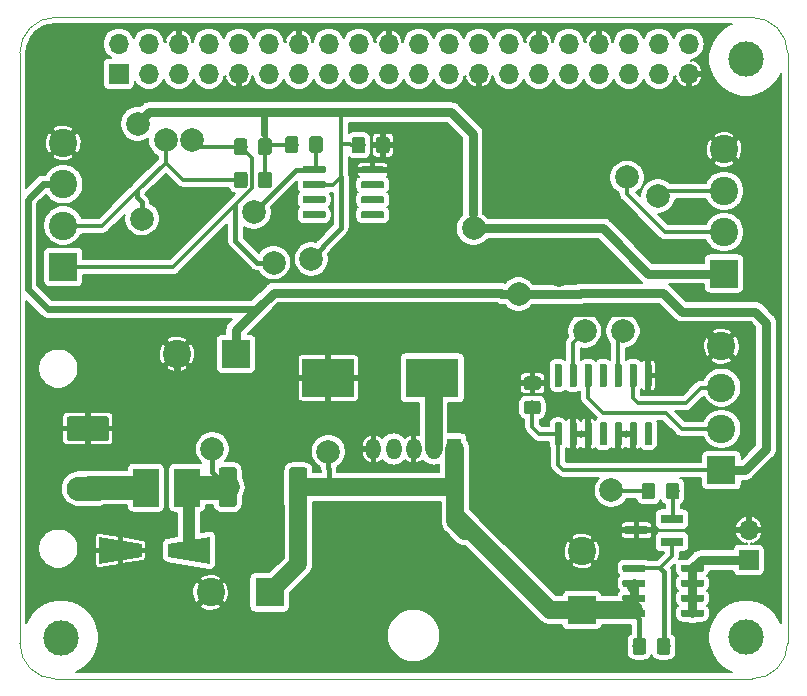
<source format=gbr>
G04 #@! TF.GenerationSoftware,KiCad,Pcbnew,(5.1.2)-1*
G04 #@! TF.CreationDate,2019-08-03T19:38:37+02:00*
G04 #@! TF.ProjectId,SMPS hat,534d5053-2068-4617-942e-6b696361645f,rev?*
G04 #@! TF.SameCoordinates,PX4af26d0PY6f54960*
G04 #@! TF.FileFunction,Copper,L2,Bot*
G04 #@! TF.FilePolarity,Positive*
%FSLAX46Y46*%
G04 Gerber Fmt 4.6, Leading zero omitted, Abs format (unit mm)*
G04 Created by KiCad (PCBNEW (5.1.2)-1) date 2019-08-03 19:38:37*
%MOMM*%
%LPD*%
G04 APERTURE LIST*
%ADD10C,0.100000*%
%ADD11C,1.676868*%
%ADD12R,1.900000X0.800000*%
%ADD13C,1.150000*%
%ADD14O,1.275000X1.800000*%
%ADD15R,1.275000X1.800000*%
%ADD16C,2.200000*%
%ADD17O,1.700000X1.700000*%
%ADD18R,1.700000X1.700000*%
%ADD19C,0.600000*%
%ADD20C,1.525000*%
%ADD21C,2.400000*%
%ADD22R,2.400000X2.400000*%
%ADD23O,3.600000X2.080000*%
%ADD24C,2.080000*%
%ADD25R,4.500000X3.300000*%
%ADD26C,3.000000*%
%ADD27C,2.000000*%
%ADD28C,0.400000*%
%ADD29C,0.600000*%
%ADD30C,0.800000*%
%ADD31C,1.500000*%
%ADD32C,0.350000*%
%ADD33C,2.000000*%
%ADD34C,1.000000*%
%ADD35C,0.200000*%
G04 APERTURE END LIST*
D10*
X-41244Y52920789D02*
X-41244Y2920789D01*
X-41244Y52920789D02*
G75*
G02X2958756Y55920789I3000000J0D01*
G01*
X61958756Y55920789D02*
X2958756Y55920789D01*
X61958756Y55920789D02*
G75*
G02X64958756Y52920789I0J-3000000D01*
G01*
X64958756Y2920789D02*
X64958756Y52920789D01*
X2958756Y-79211D02*
G75*
G02X-41244Y2920789I0J3000000D01*
G01*
X2958756Y-79211D02*
X61958756Y-79211D01*
X64958751Y2915553D02*
G75*
G02X61958756Y-79211I-2999995J5236D01*
G01*
D11*
X8479200Y10795000D03*
D10*
G36*
X6679200Y9645000D02*
G01*
X6679200Y11945000D01*
X10279200Y11345000D01*
X10279200Y10245000D01*
X6679200Y9645000D01*
X6679200Y9645000D01*
G37*
D11*
X14279200Y10795000D03*
D10*
G36*
X16079200Y11945000D02*
G01*
X16079200Y9645000D01*
X12479200Y10245000D01*
X12479200Y11345000D01*
X16079200Y11945000D01*
X16079200Y11945000D01*
G37*
D12*
X52170200Y12496800D03*
X55170200Y11546800D03*
X55170200Y13446800D03*
D10*
G36*
X19009505Y45682196D02*
G01*
X19033773Y45678596D01*
X19057572Y45672635D01*
X19080671Y45664370D01*
X19102850Y45653880D01*
X19123893Y45641268D01*
X19143599Y45626653D01*
X19161777Y45610177D01*
X19178253Y45591999D01*
X19192868Y45572293D01*
X19205480Y45551250D01*
X19215970Y45529071D01*
X19224235Y45505972D01*
X19230196Y45482173D01*
X19233796Y45457905D01*
X19235000Y45433401D01*
X19235000Y44533399D01*
X19233796Y44508895D01*
X19230196Y44484627D01*
X19224235Y44460828D01*
X19215970Y44437729D01*
X19205480Y44415550D01*
X19192868Y44394507D01*
X19178253Y44374801D01*
X19161777Y44356623D01*
X19143599Y44340147D01*
X19123893Y44325532D01*
X19102850Y44312920D01*
X19080671Y44302430D01*
X19057572Y44294165D01*
X19033773Y44288204D01*
X19009505Y44284604D01*
X18985001Y44283400D01*
X18334999Y44283400D01*
X18310495Y44284604D01*
X18286227Y44288204D01*
X18262428Y44294165D01*
X18239329Y44302430D01*
X18217150Y44312920D01*
X18196107Y44325532D01*
X18176401Y44340147D01*
X18158223Y44356623D01*
X18141747Y44374801D01*
X18127132Y44394507D01*
X18114520Y44415550D01*
X18104030Y44437729D01*
X18095765Y44460828D01*
X18089804Y44484627D01*
X18086204Y44508895D01*
X18085000Y44533399D01*
X18085000Y45433401D01*
X18086204Y45457905D01*
X18089804Y45482173D01*
X18095765Y45505972D01*
X18104030Y45529071D01*
X18114520Y45551250D01*
X18127132Y45572293D01*
X18141747Y45591999D01*
X18158223Y45610177D01*
X18176401Y45626653D01*
X18196107Y45641268D01*
X18217150Y45653880D01*
X18239329Y45664370D01*
X18262428Y45672635D01*
X18286227Y45678596D01*
X18310495Y45682196D01*
X18334999Y45683400D01*
X18985001Y45683400D01*
X19009505Y45682196D01*
X19009505Y45682196D01*
G37*
D13*
X18660000Y44983400D03*
D10*
G36*
X21059505Y45682196D02*
G01*
X21083773Y45678596D01*
X21107572Y45672635D01*
X21130671Y45664370D01*
X21152850Y45653880D01*
X21173893Y45641268D01*
X21193599Y45626653D01*
X21211777Y45610177D01*
X21228253Y45591999D01*
X21242868Y45572293D01*
X21255480Y45551250D01*
X21265970Y45529071D01*
X21274235Y45505972D01*
X21280196Y45482173D01*
X21283796Y45457905D01*
X21285000Y45433401D01*
X21285000Y44533399D01*
X21283796Y44508895D01*
X21280196Y44484627D01*
X21274235Y44460828D01*
X21265970Y44437729D01*
X21255480Y44415550D01*
X21242868Y44394507D01*
X21228253Y44374801D01*
X21211777Y44356623D01*
X21193599Y44340147D01*
X21173893Y44325532D01*
X21152850Y44312920D01*
X21130671Y44302430D01*
X21107572Y44294165D01*
X21083773Y44288204D01*
X21059505Y44284604D01*
X21035001Y44283400D01*
X20384999Y44283400D01*
X20360495Y44284604D01*
X20336227Y44288204D01*
X20312428Y44294165D01*
X20289329Y44302430D01*
X20267150Y44312920D01*
X20246107Y44325532D01*
X20226401Y44340147D01*
X20208223Y44356623D01*
X20191747Y44374801D01*
X20177132Y44394507D01*
X20164520Y44415550D01*
X20154030Y44437729D01*
X20145765Y44460828D01*
X20139804Y44484627D01*
X20136204Y44508895D01*
X20135000Y44533399D01*
X20135000Y45433401D01*
X20136204Y45457905D01*
X20139804Y45482173D01*
X20145765Y45505972D01*
X20154030Y45529071D01*
X20164520Y45551250D01*
X20177132Y45572293D01*
X20191747Y45591999D01*
X20208223Y45610177D01*
X20226401Y45626653D01*
X20246107Y45641268D01*
X20267150Y45653880D01*
X20289329Y45664370D01*
X20312428Y45672635D01*
X20336227Y45678596D01*
X20360495Y45682196D01*
X20384999Y45683400D01*
X21035001Y45683400D01*
X21059505Y45682196D01*
X21059505Y45682196D01*
G37*
D13*
X20710000Y44983400D03*
D10*
G36*
X19018505Y42862796D02*
G01*
X19042773Y42859196D01*
X19066572Y42853235D01*
X19089671Y42844970D01*
X19111850Y42834480D01*
X19132893Y42821868D01*
X19152599Y42807253D01*
X19170777Y42790777D01*
X19187253Y42772599D01*
X19201868Y42752893D01*
X19214480Y42731850D01*
X19224970Y42709671D01*
X19233235Y42686572D01*
X19239196Y42662773D01*
X19242796Y42638505D01*
X19244000Y42614001D01*
X19244000Y41713999D01*
X19242796Y41689495D01*
X19239196Y41665227D01*
X19233235Y41641428D01*
X19224970Y41618329D01*
X19214480Y41596150D01*
X19201868Y41575107D01*
X19187253Y41555401D01*
X19170777Y41537223D01*
X19152599Y41520747D01*
X19132893Y41506132D01*
X19111850Y41493520D01*
X19089671Y41483030D01*
X19066572Y41474765D01*
X19042773Y41468804D01*
X19018505Y41465204D01*
X18994001Y41464000D01*
X18343999Y41464000D01*
X18319495Y41465204D01*
X18295227Y41468804D01*
X18271428Y41474765D01*
X18248329Y41483030D01*
X18226150Y41493520D01*
X18205107Y41506132D01*
X18185401Y41520747D01*
X18167223Y41537223D01*
X18150747Y41555401D01*
X18136132Y41575107D01*
X18123520Y41596150D01*
X18113030Y41618329D01*
X18104765Y41641428D01*
X18098804Y41665227D01*
X18095204Y41689495D01*
X18094000Y41713999D01*
X18094000Y42614001D01*
X18095204Y42638505D01*
X18098804Y42662773D01*
X18104765Y42686572D01*
X18113030Y42709671D01*
X18123520Y42731850D01*
X18136132Y42752893D01*
X18150747Y42772599D01*
X18167223Y42790777D01*
X18185401Y42807253D01*
X18205107Y42821868D01*
X18226150Y42834480D01*
X18248329Y42844970D01*
X18271428Y42853235D01*
X18295227Y42859196D01*
X18319495Y42862796D01*
X18343999Y42864000D01*
X18994001Y42864000D01*
X19018505Y42862796D01*
X19018505Y42862796D01*
G37*
D13*
X18669000Y42164000D03*
D10*
G36*
X21068505Y42862796D02*
G01*
X21092773Y42859196D01*
X21116572Y42853235D01*
X21139671Y42844970D01*
X21161850Y42834480D01*
X21182893Y42821868D01*
X21202599Y42807253D01*
X21220777Y42790777D01*
X21237253Y42772599D01*
X21251868Y42752893D01*
X21264480Y42731850D01*
X21274970Y42709671D01*
X21283235Y42686572D01*
X21289196Y42662773D01*
X21292796Y42638505D01*
X21294000Y42614001D01*
X21294000Y41713999D01*
X21292796Y41689495D01*
X21289196Y41665227D01*
X21283235Y41641428D01*
X21274970Y41618329D01*
X21264480Y41596150D01*
X21251868Y41575107D01*
X21237253Y41555401D01*
X21220777Y41537223D01*
X21202599Y41520747D01*
X21182893Y41506132D01*
X21161850Y41493520D01*
X21139671Y41483030D01*
X21116572Y41474765D01*
X21092773Y41468804D01*
X21068505Y41465204D01*
X21044001Y41464000D01*
X20393999Y41464000D01*
X20369495Y41465204D01*
X20345227Y41468804D01*
X20321428Y41474765D01*
X20298329Y41483030D01*
X20276150Y41493520D01*
X20255107Y41506132D01*
X20235401Y41520747D01*
X20217223Y41537223D01*
X20200747Y41555401D01*
X20186132Y41575107D01*
X20173520Y41596150D01*
X20163030Y41618329D01*
X20154765Y41641428D01*
X20148804Y41665227D01*
X20145204Y41689495D01*
X20144000Y41713999D01*
X20144000Y42614001D01*
X20145204Y42638505D01*
X20148804Y42662773D01*
X20154765Y42686572D01*
X20163030Y42709671D01*
X20173520Y42731850D01*
X20186132Y42752893D01*
X20200747Y42772599D01*
X20217223Y42790777D01*
X20235401Y42807253D01*
X20255107Y42821868D01*
X20276150Y42834480D01*
X20298329Y42844970D01*
X20321428Y42853235D01*
X20345227Y42859196D01*
X20369495Y42862796D01*
X20393999Y42864000D01*
X21044001Y42864000D01*
X21068505Y42862796D01*
X21068505Y42862796D01*
G37*
D13*
X20719000Y42164000D03*
D14*
X29903000Y19380200D03*
X31603000Y19380200D03*
X33303000Y19380200D03*
X35003000Y19380200D03*
D15*
X36703000Y19380200D03*
D16*
X10618400Y16103600D03*
D10*
G36*
X11718400Y17703600D02*
G01*
X11718400Y14503600D01*
X9518400Y14503600D01*
X9518400Y17703600D01*
X11718400Y17703600D01*
X11718400Y17703600D01*
G37*
D16*
X14118400Y16103600D03*
D10*
G36*
X15218400Y17703600D02*
G01*
X15218400Y14503600D01*
X13018400Y14503600D01*
X13018400Y17703600D01*
X15218400Y17703600D01*
X15218400Y17703600D01*
G37*
D17*
X61671200Y12522200D03*
D18*
X61671200Y9982200D03*
D10*
G36*
X45706903Y21638678D02*
G01*
X45721464Y21636518D01*
X45735743Y21632941D01*
X45749603Y21627982D01*
X45762910Y21621688D01*
X45775536Y21614120D01*
X45787359Y21605352D01*
X45798266Y21595466D01*
X45808152Y21584559D01*
X45816920Y21572736D01*
X45824488Y21560110D01*
X45830782Y21546803D01*
X45835741Y21532943D01*
X45839318Y21518664D01*
X45841478Y21504103D01*
X45842200Y21489400D01*
X45842200Y19839400D01*
X45841478Y19824697D01*
X45839318Y19810136D01*
X45835741Y19795857D01*
X45830782Y19781997D01*
X45824488Y19768690D01*
X45816920Y19756064D01*
X45808152Y19744241D01*
X45798266Y19733334D01*
X45787359Y19723448D01*
X45775536Y19714680D01*
X45762910Y19707112D01*
X45749603Y19700818D01*
X45735743Y19695859D01*
X45721464Y19692282D01*
X45706903Y19690122D01*
X45692200Y19689400D01*
X45392200Y19689400D01*
X45377497Y19690122D01*
X45362936Y19692282D01*
X45348657Y19695859D01*
X45334797Y19700818D01*
X45321490Y19707112D01*
X45308864Y19714680D01*
X45297041Y19723448D01*
X45286134Y19733334D01*
X45276248Y19744241D01*
X45267480Y19756064D01*
X45259912Y19768690D01*
X45253618Y19781997D01*
X45248659Y19795857D01*
X45245082Y19810136D01*
X45242922Y19824697D01*
X45242200Y19839400D01*
X45242200Y21489400D01*
X45242922Y21504103D01*
X45245082Y21518664D01*
X45248659Y21532943D01*
X45253618Y21546803D01*
X45259912Y21560110D01*
X45267480Y21572736D01*
X45276248Y21584559D01*
X45286134Y21595466D01*
X45297041Y21605352D01*
X45308864Y21614120D01*
X45321490Y21621688D01*
X45334797Y21627982D01*
X45348657Y21632941D01*
X45362936Y21636518D01*
X45377497Y21638678D01*
X45392200Y21639400D01*
X45692200Y21639400D01*
X45706903Y21638678D01*
X45706903Y21638678D01*
G37*
D19*
X45542200Y20664400D03*
D10*
G36*
X46976903Y21638678D02*
G01*
X46991464Y21636518D01*
X47005743Y21632941D01*
X47019603Y21627982D01*
X47032910Y21621688D01*
X47045536Y21614120D01*
X47057359Y21605352D01*
X47068266Y21595466D01*
X47078152Y21584559D01*
X47086920Y21572736D01*
X47094488Y21560110D01*
X47100782Y21546803D01*
X47105741Y21532943D01*
X47109318Y21518664D01*
X47111478Y21504103D01*
X47112200Y21489400D01*
X47112200Y19839400D01*
X47111478Y19824697D01*
X47109318Y19810136D01*
X47105741Y19795857D01*
X47100782Y19781997D01*
X47094488Y19768690D01*
X47086920Y19756064D01*
X47078152Y19744241D01*
X47068266Y19733334D01*
X47057359Y19723448D01*
X47045536Y19714680D01*
X47032910Y19707112D01*
X47019603Y19700818D01*
X47005743Y19695859D01*
X46991464Y19692282D01*
X46976903Y19690122D01*
X46962200Y19689400D01*
X46662200Y19689400D01*
X46647497Y19690122D01*
X46632936Y19692282D01*
X46618657Y19695859D01*
X46604797Y19700818D01*
X46591490Y19707112D01*
X46578864Y19714680D01*
X46567041Y19723448D01*
X46556134Y19733334D01*
X46546248Y19744241D01*
X46537480Y19756064D01*
X46529912Y19768690D01*
X46523618Y19781997D01*
X46518659Y19795857D01*
X46515082Y19810136D01*
X46512922Y19824697D01*
X46512200Y19839400D01*
X46512200Y21489400D01*
X46512922Y21504103D01*
X46515082Y21518664D01*
X46518659Y21532943D01*
X46523618Y21546803D01*
X46529912Y21560110D01*
X46537480Y21572736D01*
X46546248Y21584559D01*
X46556134Y21595466D01*
X46567041Y21605352D01*
X46578864Y21614120D01*
X46591490Y21621688D01*
X46604797Y21627982D01*
X46618657Y21632941D01*
X46632936Y21636518D01*
X46647497Y21638678D01*
X46662200Y21639400D01*
X46962200Y21639400D01*
X46976903Y21638678D01*
X46976903Y21638678D01*
G37*
D19*
X46812200Y20664400D03*
D10*
G36*
X48246903Y21638678D02*
G01*
X48261464Y21636518D01*
X48275743Y21632941D01*
X48289603Y21627982D01*
X48302910Y21621688D01*
X48315536Y21614120D01*
X48327359Y21605352D01*
X48338266Y21595466D01*
X48348152Y21584559D01*
X48356920Y21572736D01*
X48364488Y21560110D01*
X48370782Y21546803D01*
X48375741Y21532943D01*
X48379318Y21518664D01*
X48381478Y21504103D01*
X48382200Y21489400D01*
X48382200Y19839400D01*
X48381478Y19824697D01*
X48379318Y19810136D01*
X48375741Y19795857D01*
X48370782Y19781997D01*
X48364488Y19768690D01*
X48356920Y19756064D01*
X48348152Y19744241D01*
X48338266Y19733334D01*
X48327359Y19723448D01*
X48315536Y19714680D01*
X48302910Y19707112D01*
X48289603Y19700818D01*
X48275743Y19695859D01*
X48261464Y19692282D01*
X48246903Y19690122D01*
X48232200Y19689400D01*
X47932200Y19689400D01*
X47917497Y19690122D01*
X47902936Y19692282D01*
X47888657Y19695859D01*
X47874797Y19700818D01*
X47861490Y19707112D01*
X47848864Y19714680D01*
X47837041Y19723448D01*
X47826134Y19733334D01*
X47816248Y19744241D01*
X47807480Y19756064D01*
X47799912Y19768690D01*
X47793618Y19781997D01*
X47788659Y19795857D01*
X47785082Y19810136D01*
X47782922Y19824697D01*
X47782200Y19839400D01*
X47782200Y21489400D01*
X47782922Y21504103D01*
X47785082Y21518664D01*
X47788659Y21532943D01*
X47793618Y21546803D01*
X47799912Y21560110D01*
X47807480Y21572736D01*
X47816248Y21584559D01*
X47826134Y21595466D01*
X47837041Y21605352D01*
X47848864Y21614120D01*
X47861490Y21621688D01*
X47874797Y21627982D01*
X47888657Y21632941D01*
X47902936Y21636518D01*
X47917497Y21638678D01*
X47932200Y21639400D01*
X48232200Y21639400D01*
X48246903Y21638678D01*
X48246903Y21638678D01*
G37*
D19*
X48082200Y20664400D03*
D10*
G36*
X49516903Y21638678D02*
G01*
X49531464Y21636518D01*
X49545743Y21632941D01*
X49559603Y21627982D01*
X49572910Y21621688D01*
X49585536Y21614120D01*
X49597359Y21605352D01*
X49608266Y21595466D01*
X49618152Y21584559D01*
X49626920Y21572736D01*
X49634488Y21560110D01*
X49640782Y21546803D01*
X49645741Y21532943D01*
X49649318Y21518664D01*
X49651478Y21504103D01*
X49652200Y21489400D01*
X49652200Y19839400D01*
X49651478Y19824697D01*
X49649318Y19810136D01*
X49645741Y19795857D01*
X49640782Y19781997D01*
X49634488Y19768690D01*
X49626920Y19756064D01*
X49618152Y19744241D01*
X49608266Y19733334D01*
X49597359Y19723448D01*
X49585536Y19714680D01*
X49572910Y19707112D01*
X49559603Y19700818D01*
X49545743Y19695859D01*
X49531464Y19692282D01*
X49516903Y19690122D01*
X49502200Y19689400D01*
X49202200Y19689400D01*
X49187497Y19690122D01*
X49172936Y19692282D01*
X49158657Y19695859D01*
X49144797Y19700818D01*
X49131490Y19707112D01*
X49118864Y19714680D01*
X49107041Y19723448D01*
X49096134Y19733334D01*
X49086248Y19744241D01*
X49077480Y19756064D01*
X49069912Y19768690D01*
X49063618Y19781997D01*
X49058659Y19795857D01*
X49055082Y19810136D01*
X49052922Y19824697D01*
X49052200Y19839400D01*
X49052200Y21489400D01*
X49052922Y21504103D01*
X49055082Y21518664D01*
X49058659Y21532943D01*
X49063618Y21546803D01*
X49069912Y21560110D01*
X49077480Y21572736D01*
X49086248Y21584559D01*
X49096134Y21595466D01*
X49107041Y21605352D01*
X49118864Y21614120D01*
X49131490Y21621688D01*
X49144797Y21627982D01*
X49158657Y21632941D01*
X49172936Y21636518D01*
X49187497Y21638678D01*
X49202200Y21639400D01*
X49502200Y21639400D01*
X49516903Y21638678D01*
X49516903Y21638678D01*
G37*
D19*
X49352200Y20664400D03*
D10*
G36*
X50786903Y21638678D02*
G01*
X50801464Y21636518D01*
X50815743Y21632941D01*
X50829603Y21627982D01*
X50842910Y21621688D01*
X50855536Y21614120D01*
X50867359Y21605352D01*
X50878266Y21595466D01*
X50888152Y21584559D01*
X50896920Y21572736D01*
X50904488Y21560110D01*
X50910782Y21546803D01*
X50915741Y21532943D01*
X50919318Y21518664D01*
X50921478Y21504103D01*
X50922200Y21489400D01*
X50922200Y19839400D01*
X50921478Y19824697D01*
X50919318Y19810136D01*
X50915741Y19795857D01*
X50910782Y19781997D01*
X50904488Y19768690D01*
X50896920Y19756064D01*
X50888152Y19744241D01*
X50878266Y19733334D01*
X50867359Y19723448D01*
X50855536Y19714680D01*
X50842910Y19707112D01*
X50829603Y19700818D01*
X50815743Y19695859D01*
X50801464Y19692282D01*
X50786903Y19690122D01*
X50772200Y19689400D01*
X50472200Y19689400D01*
X50457497Y19690122D01*
X50442936Y19692282D01*
X50428657Y19695859D01*
X50414797Y19700818D01*
X50401490Y19707112D01*
X50388864Y19714680D01*
X50377041Y19723448D01*
X50366134Y19733334D01*
X50356248Y19744241D01*
X50347480Y19756064D01*
X50339912Y19768690D01*
X50333618Y19781997D01*
X50328659Y19795857D01*
X50325082Y19810136D01*
X50322922Y19824697D01*
X50322200Y19839400D01*
X50322200Y21489400D01*
X50322922Y21504103D01*
X50325082Y21518664D01*
X50328659Y21532943D01*
X50333618Y21546803D01*
X50339912Y21560110D01*
X50347480Y21572736D01*
X50356248Y21584559D01*
X50366134Y21595466D01*
X50377041Y21605352D01*
X50388864Y21614120D01*
X50401490Y21621688D01*
X50414797Y21627982D01*
X50428657Y21632941D01*
X50442936Y21636518D01*
X50457497Y21638678D01*
X50472200Y21639400D01*
X50772200Y21639400D01*
X50786903Y21638678D01*
X50786903Y21638678D01*
G37*
D19*
X50622200Y20664400D03*
D10*
G36*
X52056903Y21638678D02*
G01*
X52071464Y21636518D01*
X52085743Y21632941D01*
X52099603Y21627982D01*
X52112910Y21621688D01*
X52125536Y21614120D01*
X52137359Y21605352D01*
X52148266Y21595466D01*
X52158152Y21584559D01*
X52166920Y21572736D01*
X52174488Y21560110D01*
X52180782Y21546803D01*
X52185741Y21532943D01*
X52189318Y21518664D01*
X52191478Y21504103D01*
X52192200Y21489400D01*
X52192200Y19839400D01*
X52191478Y19824697D01*
X52189318Y19810136D01*
X52185741Y19795857D01*
X52180782Y19781997D01*
X52174488Y19768690D01*
X52166920Y19756064D01*
X52158152Y19744241D01*
X52148266Y19733334D01*
X52137359Y19723448D01*
X52125536Y19714680D01*
X52112910Y19707112D01*
X52099603Y19700818D01*
X52085743Y19695859D01*
X52071464Y19692282D01*
X52056903Y19690122D01*
X52042200Y19689400D01*
X51742200Y19689400D01*
X51727497Y19690122D01*
X51712936Y19692282D01*
X51698657Y19695859D01*
X51684797Y19700818D01*
X51671490Y19707112D01*
X51658864Y19714680D01*
X51647041Y19723448D01*
X51636134Y19733334D01*
X51626248Y19744241D01*
X51617480Y19756064D01*
X51609912Y19768690D01*
X51603618Y19781997D01*
X51598659Y19795857D01*
X51595082Y19810136D01*
X51592922Y19824697D01*
X51592200Y19839400D01*
X51592200Y21489400D01*
X51592922Y21504103D01*
X51595082Y21518664D01*
X51598659Y21532943D01*
X51603618Y21546803D01*
X51609912Y21560110D01*
X51617480Y21572736D01*
X51626248Y21584559D01*
X51636134Y21595466D01*
X51647041Y21605352D01*
X51658864Y21614120D01*
X51671490Y21621688D01*
X51684797Y21627982D01*
X51698657Y21632941D01*
X51712936Y21636518D01*
X51727497Y21638678D01*
X51742200Y21639400D01*
X52042200Y21639400D01*
X52056903Y21638678D01*
X52056903Y21638678D01*
G37*
D19*
X51892200Y20664400D03*
D10*
G36*
X53326903Y21638678D02*
G01*
X53341464Y21636518D01*
X53355743Y21632941D01*
X53369603Y21627982D01*
X53382910Y21621688D01*
X53395536Y21614120D01*
X53407359Y21605352D01*
X53418266Y21595466D01*
X53428152Y21584559D01*
X53436920Y21572736D01*
X53444488Y21560110D01*
X53450782Y21546803D01*
X53455741Y21532943D01*
X53459318Y21518664D01*
X53461478Y21504103D01*
X53462200Y21489400D01*
X53462200Y19839400D01*
X53461478Y19824697D01*
X53459318Y19810136D01*
X53455741Y19795857D01*
X53450782Y19781997D01*
X53444488Y19768690D01*
X53436920Y19756064D01*
X53428152Y19744241D01*
X53418266Y19733334D01*
X53407359Y19723448D01*
X53395536Y19714680D01*
X53382910Y19707112D01*
X53369603Y19700818D01*
X53355743Y19695859D01*
X53341464Y19692282D01*
X53326903Y19690122D01*
X53312200Y19689400D01*
X53012200Y19689400D01*
X52997497Y19690122D01*
X52982936Y19692282D01*
X52968657Y19695859D01*
X52954797Y19700818D01*
X52941490Y19707112D01*
X52928864Y19714680D01*
X52917041Y19723448D01*
X52906134Y19733334D01*
X52896248Y19744241D01*
X52887480Y19756064D01*
X52879912Y19768690D01*
X52873618Y19781997D01*
X52868659Y19795857D01*
X52865082Y19810136D01*
X52862922Y19824697D01*
X52862200Y19839400D01*
X52862200Y21489400D01*
X52862922Y21504103D01*
X52865082Y21518664D01*
X52868659Y21532943D01*
X52873618Y21546803D01*
X52879912Y21560110D01*
X52887480Y21572736D01*
X52896248Y21584559D01*
X52906134Y21595466D01*
X52917041Y21605352D01*
X52928864Y21614120D01*
X52941490Y21621688D01*
X52954797Y21627982D01*
X52968657Y21632941D01*
X52982936Y21636518D01*
X52997497Y21638678D01*
X53012200Y21639400D01*
X53312200Y21639400D01*
X53326903Y21638678D01*
X53326903Y21638678D01*
G37*
D19*
X53162200Y20664400D03*
D10*
G36*
X53326903Y26588678D02*
G01*
X53341464Y26586518D01*
X53355743Y26582941D01*
X53369603Y26577982D01*
X53382910Y26571688D01*
X53395536Y26564120D01*
X53407359Y26555352D01*
X53418266Y26545466D01*
X53428152Y26534559D01*
X53436920Y26522736D01*
X53444488Y26510110D01*
X53450782Y26496803D01*
X53455741Y26482943D01*
X53459318Y26468664D01*
X53461478Y26454103D01*
X53462200Y26439400D01*
X53462200Y24789400D01*
X53461478Y24774697D01*
X53459318Y24760136D01*
X53455741Y24745857D01*
X53450782Y24731997D01*
X53444488Y24718690D01*
X53436920Y24706064D01*
X53428152Y24694241D01*
X53418266Y24683334D01*
X53407359Y24673448D01*
X53395536Y24664680D01*
X53382910Y24657112D01*
X53369603Y24650818D01*
X53355743Y24645859D01*
X53341464Y24642282D01*
X53326903Y24640122D01*
X53312200Y24639400D01*
X53012200Y24639400D01*
X52997497Y24640122D01*
X52982936Y24642282D01*
X52968657Y24645859D01*
X52954797Y24650818D01*
X52941490Y24657112D01*
X52928864Y24664680D01*
X52917041Y24673448D01*
X52906134Y24683334D01*
X52896248Y24694241D01*
X52887480Y24706064D01*
X52879912Y24718690D01*
X52873618Y24731997D01*
X52868659Y24745857D01*
X52865082Y24760136D01*
X52862922Y24774697D01*
X52862200Y24789400D01*
X52862200Y26439400D01*
X52862922Y26454103D01*
X52865082Y26468664D01*
X52868659Y26482943D01*
X52873618Y26496803D01*
X52879912Y26510110D01*
X52887480Y26522736D01*
X52896248Y26534559D01*
X52906134Y26545466D01*
X52917041Y26555352D01*
X52928864Y26564120D01*
X52941490Y26571688D01*
X52954797Y26577982D01*
X52968657Y26582941D01*
X52982936Y26586518D01*
X52997497Y26588678D01*
X53012200Y26589400D01*
X53312200Y26589400D01*
X53326903Y26588678D01*
X53326903Y26588678D01*
G37*
D19*
X53162200Y25614400D03*
D10*
G36*
X52056903Y26588678D02*
G01*
X52071464Y26586518D01*
X52085743Y26582941D01*
X52099603Y26577982D01*
X52112910Y26571688D01*
X52125536Y26564120D01*
X52137359Y26555352D01*
X52148266Y26545466D01*
X52158152Y26534559D01*
X52166920Y26522736D01*
X52174488Y26510110D01*
X52180782Y26496803D01*
X52185741Y26482943D01*
X52189318Y26468664D01*
X52191478Y26454103D01*
X52192200Y26439400D01*
X52192200Y24789400D01*
X52191478Y24774697D01*
X52189318Y24760136D01*
X52185741Y24745857D01*
X52180782Y24731997D01*
X52174488Y24718690D01*
X52166920Y24706064D01*
X52158152Y24694241D01*
X52148266Y24683334D01*
X52137359Y24673448D01*
X52125536Y24664680D01*
X52112910Y24657112D01*
X52099603Y24650818D01*
X52085743Y24645859D01*
X52071464Y24642282D01*
X52056903Y24640122D01*
X52042200Y24639400D01*
X51742200Y24639400D01*
X51727497Y24640122D01*
X51712936Y24642282D01*
X51698657Y24645859D01*
X51684797Y24650818D01*
X51671490Y24657112D01*
X51658864Y24664680D01*
X51647041Y24673448D01*
X51636134Y24683334D01*
X51626248Y24694241D01*
X51617480Y24706064D01*
X51609912Y24718690D01*
X51603618Y24731997D01*
X51598659Y24745857D01*
X51595082Y24760136D01*
X51592922Y24774697D01*
X51592200Y24789400D01*
X51592200Y26439400D01*
X51592922Y26454103D01*
X51595082Y26468664D01*
X51598659Y26482943D01*
X51603618Y26496803D01*
X51609912Y26510110D01*
X51617480Y26522736D01*
X51626248Y26534559D01*
X51636134Y26545466D01*
X51647041Y26555352D01*
X51658864Y26564120D01*
X51671490Y26571688D01*
X51684797Y26577982D01*
X51698657Y26582941D01*
X51712936Y26586518D01*
X51727497Y26588678D01*
X51742200Y26589400D01*
X52042200Y26589400D01*
X52056903Y26588678D01*
X52056903Y26588678D01*
G37*
D19*
X51892200Y25614400D03*
D10*
G36*
X50786903Y26588678D02*
G01*
X50801464Y26586518D01*
X50815743Y26582941D01*
X50829603Y26577982D01*
X50842910Y26571688D01*
X50855536Y26564120D01*
X50867359Y26555352D01*
X50878266Y26545466D01*
X50888152Y26534559D01*
X50896920Y26522736D01*
X50904488Y26510110D01*
X50910782Y26496803D01*
X50915741Y26482943D01*
X50919318Y26468664D01*
X50921478Y26454103D01*
X50922200Y26439400D01*
X50922200Y24789400D01*
X50921478Y24774697D01*
X50919318Y24760136D01*
X50915741Y24745857D01*
X50910782Y24731997D01*
X50904488Y24718690D01*
X50896920Y24706064D01*
X50888152Y24694241D01*
X50878266Y24683334D01*
X50867359Y24673448D01*
X50855536Y24664680D01*
X50842910Y24657112D01*
X50829603Y24650818D01*
X50815743Y24645859D01*
X50801464Y24642282D01*
X50786903Y24640122D01*
X50772200Y24639400D01*
X50472200Y24639400D01*
X50457497Y24640122D01*
X50442936Y24642282D01*
X50428657Y24645859D01*
X50414797Y24650818D01*
X50401490Y24657112D01*
X50388864Y24664680D01*
X50377041Y24673448D01*
X50366134Y24683334D01*
X50356248Y24694241D01*
X50347480Y24706064D01*
X50339912Y24718690D01*
X50333618Y24731997D01*
X50328659Y24745857D01*
X50325082Y24760136D01*
X50322922Y24774697D01*
X50322200Y24789400D01*
X50322200Y26439400D01*
X50322922Y26454103D01*
X50325082Y26468664D01*
X50328659Y26482943D01*
X50333618Y26496803D01*
X50339912Y26510110D01*
X50347480Y26522736D01*
X50356248Y26534559D01*
X50366134Y26545466D01*
X50377041Y26555352D01*
X50388864Y26564120D01*
X50401490Y26571688D01*
X50414797Y26577982D01*
X50428657Y26582941D01*
X50442936Y26586518D01*
X50457497Y26588678D01*
X50472200Y26589400D01*
X50772200Y26589400D01*
X50786903Y26588678D01*
X50786903Y26588678D01*
G37*
D19*
X50622200Y25614400D03*
D10*
G36*
X49516903Y26588678D02*
G01*
X49531464Y26586518D01*
X49545743Y26582941D01*
X49559603Y26577982D01*
X49572910Y26571688D01*
X49585536Y26564120D01*
X49597359Y26555352D01*
X49608266Y26545466D01*
X49618152Y26534559D01*
X49626920Y26522736D01*
X49634488Y26510110D01*
X49640782Y26496803D01*
X49645741Y26482943D01*
X49649318Y26468664D01*
X49651478Y26454103D01*
X49652200Y26439400D01*
X49652200Y24789400D01*
X49651478Y24774697D01*
X49649318Y24760136D01*
X49645741Y24745857D01*
X49640782Y24731997D01*
X49634488Y24718690D01*
X49626920Y24706064D01*
X49618152Y24694241D01*
X49608266Y24683334D01*
X49597359Y24673448D01*
X49585536Y24664680D01*
X49572910Y24657112D01*
X49559603Y24650818D01*
X49545743Y24645859D01*
X49531464Y24642282D01*
X49516903Y24640122D01*
X49502200Y24639400D01*
X49202200Y24639400D01*
X49187497Y24640122D01*
X49172936Y24642282D01*
X49158657Y24645859D01*
X49144797Y24650818D01*
X49131490Y24657112D01*
X49118864Y24664680D01*
X49107041Y24673448D01*
X49096134Y24683334D01*
X49086248Y24694241D01*
X49077480Y24706064D01*
X49069912Y24718690D01*
X49063618Y24731997D01*
X49058659Y24745857D01*
X49055082Y24760136D01*
X49052922Y24774697D01*
X49052200Y24789400D01*
X49052200Y26439400D01*
X49052922Y26454103D01*
X49055082Y26468664D01*
X49058659Y26482943D01*
X49063618Y26496803D01*
X49069912Y26510110D01*
X49077480Y26522736D01*
X49086248Y26534559D01*
X49096134Y26545466D01*
X49107041Y26555352D01*
X49118864Y26564120D01*
X49131490Y26571688D01*
X49144797Y26577982D01*
X49158657Y26582941D01*
X49172936Y26586518D01*
X49187497Y26588678D01*
X49202200Y26589400D01*
X49502200Y26589400D01*
X49516903Y26588678D01*
X49516903Y26588678D01*
G37*
D19*
X49352200Y25614400D03*
D10*
G36*
X48246903Y26588678D02*
G01*
X48261464Y26586518D01*
X48275743Y26582941D01*
X48289603Y26577982D01*
X48302910Y26571688D01*
X48315536Y26564120D01*
X48327359Y26555352D01*
X48338266Y26545466D01*
X48348152Y26534559D01*
X48356920Y26522736D01*
X48364488Y26510110D01*
X48370782Y26496803D01*
X48375741Y26482943D01*
X48379318Y26468664D01*
X48381478Y26454103D01*
X48382200Y26439400D01*
X48382200Y24789400D01*
X48381478Y24774697D01*
X48379318Y24760136D01*
X48375741Y24745857D01*
X48370782Y24731997D01*
X48364488Y24718690D01*
X48356920Y24706064D01*
X48348152Y24694241D01*
X48338266Y24683334D01*
X48327359Y24673448D01*
X48315536Y24664680D01*
X48302910Y24657112D01*
X48289603Y24650818D01*
X48275743Y24645859D01*
X48261464Y24642282D01*
X48246903Y24640122D01*
X48232200Y24639400D01*
X47932200Y24639400D01*
X47917497Y24640122D01*
X47902936Y24642282D01*
X47888657Y24645859D01*
X47874797Y24650818D01*
X47861490Y24657112D01*
X47848864Y24664680D01*
X47837041Y24673448D01*
X47826134Y24683334D01*
X47816248Y24694241D01*
X47807480Y24706064D01*
X47799912Y24718690D01*
X47793618Y24731997D01*
X47788659Y24745857D01*
X47785082Y24760136D01*
X47782922Y24774697D01*
X47782200Y24789400D01*
X47782200Y26439400D01*
X47782922Y26454103D01*
X47785082Y26468664D01*
X47788659Y26482943D01*
X47793618Y26496803D01*
X47799912Y26510110D01*
X47807480Y26522736D01*
X47816248Y26534559D01*
X47826134Y26545466D01*
X47837041Y26555352D01*
X47848864Y26564120D01*
X47861490Y26571688D01*
X47874797Y26577982D01*
X47888657Y26582941D01*
X47902936Y26586518D01*
X47917497Y26588678D01*
X47932200Y26589400D01*
X48232200Y26589400D01*
X48246903Y26588678D01*
X48246903Y26588678D01*
G37*
D19*
X48082200Y25614400D03*
D10*
G36*
X46976903Y26588678D02*
G01*
X46991464Y26586518D01*
X47005743Y26582941D01*
X47019603Y26577982D01*
X47032910Y26571688D01*
X47045536Y26564120D01*
X47057359Y26555352D01*
X47068266Y26545466D01*
X47078152Y26534559D01*
X47086920Y26522736D01*
X47094488Y26510110D01*
X47100782Y26496803D01*
X47105741Y26482943D01*
X47109318Y26468664D01*
X47111478Y26454103D01*
X47112200Y26439400D01*
X47112200Y24789400D01*
X47111478Y24774697D01*
X47109318Y24760136D01*
X47105741Y24745857D01*
X47100782Y24731997D01*
X47094488Y24718690D01*
X47086920Y24706064D01*
X47078152Y24694241D01*
X47068266Y24683334D01*
X47057359Y24673448D01*
X47045536Y24664680D01*
X47032910Y24657112D01*
X47019603Y24650818D01*
X47005743Y24645859D01*
X46991464Y24642282D01*
X46976903Y24640122D01*
X46962200Y24639400D01*
X46662200Y24639400D01*
X46647497Y24640122D01*
X46632936Y24642282D01*
X46618657Y24645859D01*
X46604797Y24650818D01*
X46591490Y24657112D01*
X46578864Y24664680D01*
X46567041Y24673448D01*
X46556134Y24683334D01*
X46546248Y24694241D01*
X46537480Y24706064D01*
X46529912Y24718690D01*
X46523618Y24731997D01*
X46518659Y24745857D01*
X46515082Y24760136D01*
X46512922Y24774697D01*
X46512200Y24789400D01*
X46512200Y26439400D01*
X46512922Y26454103D01*
X46515082Y26468664D01*
X46518659Y26482943D01*
X46523618Y26496803D01*
X46529912Y26510110D01*
X46537480Y26522736D01*
X46546248Y26534559D01*
X46556134Y26545466D01*
X46567041Y26555352D01*
X46578864Y26564120D01*
X46591490Y26571688D01*
X46604797Y26577982D01*
X46618657Y26582941D01*
X46632936Y26586518D01*
X46647497Y26588678D01*
X46662200Y26589400D01*
X46962200Y26589400D01*
X46976903Y26588678D01*
X46976903Y26588678D01*
G37*
D19*
X46812200Y25614400D03*
D10*
G36*
X45706903Y26588678D02*
G01*
X45721464Y26586518D01*
X45735743Y26582941D01*
X45749603Y26577982D01*
X45762910Y26571688D01*
X45775536Y26564120D01*
X45787359Y26555352D01*
X45798266Y26545466D01*
X45808152Y26534559D01*
X45816920Y26522736D01*
X45824488Y26510110D01*
X45830782Y26496803D01*
X45835741Y26482943D01*
X45839318Y26468664D01*
X45841478Y26454103D01*
X45842200Y26439400D01*
X45842200Y24789400D01*
X45841478Y24774697D01*
X45839318Y24760136D01*
X45835741Y24745857D01*
X45830782Y24731997D01*
X45824488Y24718690D01*
X45816920Y24706064D01*
X45808152Y24694241D01*
X45798266Y24683334D01*
X45787359Y24673448D01*
X45775536Y24664680D01*
X45762910Y24657112D01*
X45749603Y24650818D01*
X45735743Y24645859D01*
X45721464Y24642282D01*
X45706903Y24640122D01*
X45692200Y24639400D01*
X45392200Y24639400D01*
X45377497Y24640122D01*
X45362936Y24642282D01*
X45348657Y24645859D01*
X45334797Y24650818D01*
X45321490Y24657112D01*
X45308864Y24664680D01*
X45297041Y24673448D01*
X45286134Y24683334D01*
X45276248Y24694241D01*
X45267480Y24706064D01*
X45259912Y24718690D01*
X45253618Y24731997D01*
X45248659Y24745857D01*
X45245082Y24760136D01*
X45242922Y24774697D01*
X45242200Y24789400D01*
X45242200Y26439400D01*
X45242922Y26454103D01*
X45245082Y26468664D01*
X45248659Y26482943D01*
X45253618Y26496803D01*
X45259912Y26510110D01*
X45267480Y26522736D01*
X45276248Y26534559D01*
X45286134Y26545466D01*
X45297041Y26555352D01*
X45308864Y26564120D01*
X45321490Y26571688D01*
X45334797Y26577982D01*
X45348657Y26582941D01*
X45362936Y26586518D01*
X45377497Y26588678D01*
X45392200Y26589400D01*
X45692200Y26589400D01*
X45706903Y26588678D01*
X45706903Y26588678D01*
G37*
D19*
X45542200Y25614400D03*
D10*
G36*
X30670503Y39516878D02*
G01*
X30685064Y39514718D01*
X30699343Y39511141D01*
X30713203Y39506182D01*
X30726510Y39499888D01*
X30739136Y39492320D01*
X30750959Y39483552D01*
X30761866Y39473666D01*
X30771752Y39462759D01*
X30780520Y39450936D01*
X30788088Y39438310D01*
X30794382Y39425003D01*
X30799341Y39411143D01*
X30802918Y39396864D01*
X30805078Y39382303D01*
X30805800Y39367600D01*
X30805800Y39067600D01*
X30805078Y39052897D01*
X30802918Y39038336D01*
X30799341Y39024057D01*
X30794382Y39010197D01*
X30788088Y38996890D01*
X30780520Y38984264D01*
X30771752Y38972441D01*
X30761866Y38961534D01*
X30750959Y38951648D01*
X30739136Y38942880D01*
X30726510Y38935312D01*
X30713203Y38929018D01*
X30699343Y38924059D01*
X30685064Y38920482D01*
X30670503Y38918322D01*
X30655800Y38917600D01*
X29005800Y38917600D01*
X28991097Y38918322D01*
X28976536Y38920482D01*
X28962257Y38924059D01*
X28948397Y38929018D01*
X28935090Y38935312D01*
X28922464Y38942880D01*
X28910641Y38951648D01*
X28899734Y38961534D01*
X28889848Y38972441D01*
X28881080Y38984264D01*
X28873512Y38996890D01*
X28867218Y39010197D01*
X28862259Y39024057D01*
X28858682Y39038336D01*
X28856522Y39052897D01*
X28855800Y39067600D01*
X28855800Y39367600D01*
X28856522Y39382303D01*
X28858682Y39396864D01*
X28862259Y39411143D01*
X28867218Y39425003D01*
X28873512Y39438310D01*
X28881080Y39450936D01*
X28889848Y39462759D01*
X28899734Y39473666D01*
X28910641Y39483552D01*
X28922464Y39492320D01*
X28935090Y39499888D01*
X28948397Y39506182D01*
X28962257Y39511141D01*
X28976536Y39514718D01*
X28991097Y39516878D01*
X29005800Y39517600D01*
X30655800Y39517600D01*
X30670503Y39516878D01*
X30670503Y39516878D01*
G37*
D19*
X29830800Y39217600D03*
D10*
G36*
X30670503Y40786878D02*
G01*
X30685064Y40784718D01*
X30699343Y40781141D01*
X30713203Y40776182D01*
X30726510Y40769888D01*
X30739136Y40762320D01*
X30750959Y40753552D01*
X30761866Y40743666D01*
X30771752Y40732759D01*
X30780520Y40720936D01*
X30788088Y40708310D01*
X30794382Y40695003D01*
X30799341Y40681143D01*
X30802918Y40666864D01*
X30805078Y40652303D01*
X30805800Y40637600D01*
X30805800Y40337600D01*
X30805078Y40322897D01*
X30802918Y40308336D01*
X30799341Y40294057D01*
X30794382Y40280197D01*
X30788088Y40266890D01*
X30780520Y40254264D01*
X30771752Y40242441D01*
X30761866Y40231534D01*
X30750959Y40221648D01*
X30739136Y40212880D01*
X30726510Y40205312D01*
X30713203Y40199018D01*
X30699343Y40194059D01*
X30685064Y40190482D01*
X30670503Y40188322D01*
X30655800Y40187600D01*
X29005800Y40187600D01*
X28991097Y40188322D01*
X28976536Y40190482D01*
X28962257Y40194059D01*
X28948397Y40199018D01*
X28935090Y40205312D01*
X28922464Y40212880D01*
X28910641Y40221648D01*
X28899734Y40231534D01*
X28889848Y40242441D01*
X28881080Y40254264D01*
X28873512Y40266890D01*
X28867218Y40280197D01*
X28862259Y40294057D01*
X28858682Y40308336D01*
X28856522Y40322897D01*
X28855800Y40337600D01*
X28855800Y40637600D01*
X28856522Y40652303D01*
X28858682Y40666864D01*
X28862259Y40681143D01*
X28867218Y40695003D01*
X28873512Y40708310D01*
X28881080Y40720936D01*
X28889848Y40732759D01*
X28899734Y40743666D01*
X28910641Y40753552D01*
X28922464Y40762320D01*
X28935090Y40769888D01*
X28948397Y40776182D01*
X28962257Y40781141D01*
X28976536Y40784718D01*
X28991097Y40786878D01*
X29005800Y40787600D01*
X30655800Y40787600D01*
X30670503Y40786878D01*
X30670503Y40786878D01*
G37*
D19*
X29830800Y40487600D03*
D10*
G36*
X30670503Y42056878D02*
G01*
X30685064Y42054718D01*
X30699343Y42051141D01*
X30713203Y42046182D01*
X30726510Y42039888D01*
X30739136Y42032320D01*
X30750959Y42023552D01*
X30761866Y42013666D01*
X30771752Y42002759D01*
X30780520Y41990936D01*
X30788088Y41978310D01*
X30794382Y41965003D01*
X30799341Y41951143D01*
X30802918Y41936864D01*
X30805078Y41922303D01*
X30805800Y41907600D01*
X30805800Y41607600D01*
X30805078Y41592897D01*
X30802918Y41578336D01*
X30799341Y41564057D01*
X30794382Y41550197D01*
X30788088Y41536890D01*
X30780520Y41524264D01*
X30771752Y41512441D01*
X30761866Y41501534D01*
X30750959Y41491648D01*
X30739136Y41482880D01*
X30726510Y41475312D01*
X30713203Y41469018D01*
X30699343Y41464059D01*
X30685064Y41460482D01*
X30670503Y41458322D01*
X30655800Y41457600D01*
X29005800Y41457600D01*
X28991097Y41458322D01*
X28976536Y41460482D01*
X28962257Y41464059D01*
X28948397Y41469018D01*
X28935090Y41475312D01*
X28922464Y41482880D01*
X28910641Y41491648D01*
X28899734Y41501534D01*
X28889848Y41512441D01*
X28881080Y41524264D01*
X28873512Y41536890D01*
X28867218Y41550197D01*
X28862259Y41564057D01*
X28858682Y41578336D01*
X28856522Y41592897D01*
X28855800Y41607600D01*
X28855800Y41907600D01*
X28856522Y41922303D01*
X28858682Y41936864D01*
X28862259Y41951143D01*
X28867218Y41965003D01*
X28873512Y41978310D01*
X28881080Y41990936D01*
X28889848Y42002759D01*
X28899734Y42013666D01*
X28910641Y42023552D01*
X28922464Y42032320D01*
X28935090Y42039888D01*
X28948397Y42046182D01*
X28962257Y42051141D01*
X28976536Y42054718D01*
X28991097Y42056878D01*
X29005800Y42057600D01*
X30655800Y42057600D01*
X30670503Y42056878D01*
X30670503Y42056878D01*
G37*
D19*
X29830800Y41757600D03*
D10*
G36*
X30670503Y43326878D02*
G01*
X30685064Y43324718D01*
X30699343Y43321141D01*
X30713203Y43316182D01*
X30726510Y43309888D01*
X30739136Y43302320D01*
X30750959Y43293552D01*
X30761866Y43283666D01*
X30771752Y43272759D01*
X30780520Y43260936D01*
X30788088Y43248310D01*
X30794382Y43235003D01*
X30799341Y43221143D01*
X30802918Y43206864D01*
X30805078Y43192303D01*
X30805800Y43177600D01*
X30805800Y42877600D01*
X30805078Y42862897D01*
X30802918Y42848336D01*
X30799341Y42834057D01*
X30794382Y42820197D01*
X30788088Y42806890D01*
X30780520Y42794264D01*
X30771752Y42782441D01*
X30761866Y42771534D01*
X30750959Y42761648D01*
X30739136Y42752880D01*
X30726510Y42745312D01*
X30713203Y42739018D01*
X30699343Y42734059D01*
X30685064Y42730482D01*
X30670503Y42728322D01*
X30655800Y42727600D01*
X29005800Y42727600D01*
X28991097Y42728322D01*
X28976536Y42730482D01*
X28962257Y42734059D01*
X28948397Y42739018D01*
X28935090Y42745312D01*
X28922464Y42752880D01*
X28910641Y42761648D01*
X28899734Y42771534D01*
X28889848Y42782441D01*
X28881080Y42794264D01*
X28873512Y42806890D01*
X28867218Y42820197D01*
X28862259Y42834057D01*
X28858682Y42848336D01*
X28856522Y42862897D01*
X28855800Y42877600D01*
X28855800Y43177600D01*
X28856522Y43192303D01*
X28858682Y43206864D01*
X28862259Y43221143D01*
X28867218Y43235003D01*
X28873512Y43248310D01*
X28881080Y43260936D01*
X28889848Y43272759D01*
X28899734Y43283666D01*
X28910641Y43293552D01*
X28922464Y43302320D01*
X28935090Y43309888D01*
X28948397Y43316182D01*
X28962257Y43321141D01*
X28976536Y43324718D01*
X28991097Y43326878D01*
X29005800Y43327600D01*
X30655800Y43327600D01*
X30670503Y43326878D01*
X30670503Y43326878D01*
G37*
D19*
X29830800Y43027600D03*
D10*
G36*
X25720503Y43326878D02*
G01*
X25735064Y43324718D01*
X25749343Y43321141D01*
X25763203Y43316182D01*
X25776510Y43309888D01*
X25789136Y43302320D01*
X25800959Y43293552D01*
X25811866Y43283666D01*
X25821752Y43272759D01*
X25830520Y43260936D01*
X25838088Y43248310D01*
X25844382Y43235003D01*
X25849341Y43221143D01*
X25852918Y43206864D01*
X25855078Y43192303D01*
X25855800Y43177600D01*
X25855800Y42877600D01*
X25855078Y42862897D01*
X25852918Y42848336D01*
X25849341Y42834057D01*
X25844382Y42820197D01*
X25838088Y42806890D01*
X25830520Y42794264D01*
X25821752Y42782441D01*
X25811866Y42771534D01*
X25800959Y42761648D01*
X25789136Y42752880D01*
X25776510Y42745312D01*
X25763203Y42739018D01*
X25749343Y42734059D01*
X25735064Y42730482D01*
X25720503Y42728322D01*
X25705800Y42727600D01*
X24055800Y42727600D01*
X24041097Y42728322D01*
X24026536Y42730482D01*
X24012257Y42734059D01*
X23998397Y42739018D01*
X23985090Y42745312D01*
X23972464Y42752880D01*
X23960641Y42761648D01*
X23949734Y42771534D01*
X23939848Y42782441D01*
X23931080Y42794264D01*
X23923512Y42806890D01*
X23917218Y42820197D01*
X23912259Y42834057D01*
X23908682Y42848336D01*
X23906522Y42862897D01*
X23905800Y42877600D01*
X23905800Y43177600D01*
X23906522Y43192303D01*
X23908682Y43206864D01*
X23912259Y43221143D01*
X23917218Y43235003D01*
X23923512Y43248310D01*
X23931080Y43260936D01*
X23939848Y43272759D01*
X23949734Y43283666D01*
X23960641Y43293552D01*
X23972464Y43302320D01*
X23985090Y43309888D01*
X23998397Y43316182D01*
X24012257Y43321141D01*
X24026536Y43324718D01*
X24041097Y43326878D01*
X24055800Y43327600D01*
X25705800Y43327600D01*
X25720503Y43326878D01*
X25720503Y43326878D01*
G37*
D19*
X24880800Y43027600D03*
D10*
G36*
X25720503Y42056878D02*
G01*
X25735064Y42054718D01*
X25749343Y42051141D01*
X25763203Y42046182D01*
X25776510Y42039888D01*
X25789136Y42032320D01*
X25800959Y42023552D01*
X25811866Y42013666D01*
X25821752Y42002759D01*
X25830520Y41990936D01*
X25838088Y41978310D01*
X25844382Y41965003D01*
X25849341Y41951143D01*
X25852918Y41936864D01*
X25855078Y41922303D01*
X25855800Y41907600D01*
X25855800Y41607600D01*
X25855078Y41592897D01*
X25852918Y41578336D01*
X25849341Y41564057D01*
X25844382Y41550197D01*
X25838088Y41536890D01*
X25830520Y41524264D01*
X25821752Y41512441D01*
X25811866Y41501534D01*
X25800959Y41491648D01*
X25789136Y41482880D01*
X25776510Y41475312D01*
X25763203Y41469018D01*
X25749343Y41464059D01*
X25735064Y41460482D01*
X25720503Y41458322D01*
X25705800Y41457600D01*
X24055800Y41457600D01*
X24041097Y41458322D01*
X24026536Y41460482D01*
X24012257Y41464059D01*
X23998397Y41469018D01*
X23985090Y41475312D01*
X23972464Y41482880D01*
X23960641Y41491648D01*
X23949734Y41501534D01*
X23939848Y41512441D01*
X23931080Y41524264D01*
X23923512Y41536890D01*
X23917218Y41550197D01*
X23912259Y41564057D01*
X23908682Y41578336D01*
X23906522Y41592897D01*
X23905800Y41607600D01*
X23905800Y41907600D01*
X23906522Y41922303D01*
X23908682Y41936864D01*
X23912259Y41951143D01*
X23917218Y41965003D01*
X23923512Y41978310D01*
X23931080Y41990936D01*
X23939848Y42002759D01*
X23949734Y42013666D01*
X23960641Y42023552D01*
X23972464Y42032320D01*
X23985090Y42039888D01*
X23998397Y42046182D01*
X24012257Y42051141D01*
X24026536Y42054718D01*
X24041097Y42056878D01*
X24055800Y42057600D01*
X25705800Y42057600D01*
X25720503Y42056878D01*
X25720503Y42056878D01*
G37*
D19*
X24880800Y41757600D03*
D10*
G36*
X25720503Y40786878D02*
G01*
X25735064Y40784718D01*
X25749343Y40781141D01*
X25763203Y40776182D01*
X25776510Y40769888D01*
X25789136Y40762320D01*
X25800959Y40753552D01*
X25811866Y40743666D01*
X25821752Y40732759D01*
X25830520Y40720936D01*
X25838088Y40708310D01*
X25844382Y40695003D01*
X25849341Y40681143D01*
X25852918Y40666864D01*
X25855078Y40652303D01*
X25855800Y40637600D01*
X25855800Y40337600D01*
X25855078Y40322897D01*
X25852918Y40308336D01*
X25849341Y40294057D01*
X25844382Y40280197D01*
X25838088Y40266890D01*
X25830520Y40254264D01*
X25821752Y40242441D01*
X25811866Y40231534D01*
X25800959Y40221648D01*
X25789136Y40212880D01*
X25776510Y40205312D01*
X25763203Y40199018D01*
X25749343Y40194059D01*
X25735064Y40190482D01*
X25720503Y40188322D01*
X25705800Y40187600D01*
X24055800Y40187600D01*
X24041097Y40188322D01*
X24026536Y40190482D01*
X24012257Y40194059D01*
X23998397Y40199018D01*
X23985090Y40205312D01*
X23972464Y40212880D01*
X23960641Y40221648D01*
X23949734Y40231534D01*
X23939848Y40242441D01*
X23931080Y40254264D01*
X23923512Y40266890D01*
X23917218Y40280197D01*
X23912259Y40294057D01*
X23908682Y40308336D01*
X23906522Y40322897D01*
X23905800Y40337600D01*
X23905800Y40637600D01*
X23906522Y40652303D01*
X23908682Y40666864D01*
X23912259Y40681143D01*
X23917218Y40695003D01*
X23923512Y40708310D01*
X23931080Y40720936D01*
X23939848Y40732759D01*
X23949734Y40743666D01*
X23960641Y40753552D01*
X23972464Y40762320D01*
X23985090Y40769888D01*
X23998397Y40776182D01*
X24012257Y40781141D01*
X24026536Y40784718D01*
X24041097Y40786878D01*
X24055800Y40787600D01*
X25705800Y40787600D01*
X25720503Y40786878D01*
X25720503Y40786878D01*
G37*
D19*
X24880800Y40487600D03*
D10*
G36*
X25720503Y39516878D02*
G01*
X25735064Y39514718D01*
X25749343Y39511141D01*
X25763203Y39506182D01*
X25776510Y39499888D01*
X25789136Y39492320D01*
X25800959Y39483552D01*
X25811866Y39473666D01*
X25821752Y39462759D01*
X25830520Y39450936D01*
X25838088Y39438310D01*
X25844382Y39425003D01*
X25849341Y39411143D01*
X25852918Y39396864D01*
X25855078Y39382303D01*
X25855800Y39367600D01*
X25855800Y39067600D01*
X25855078Y39052897D01*
X25852918Y39038336D01*
X25849341Y39024057D01*
X25844382Y39010197D01*
X25838088Y38996890D01*
X25830520Y38984264D01*
X25821752Y38972441D01*
X25811866Y38961534D01*
X25800959Y38951648D01*
X25789136Y38942880D01*
X25776510Y38935312D01*
X25763203Y38929018D01*
X25749343Y38924059D01*
X25735064Y38920482D01*
X25720503Y38918322D01*
X25705800Y38917600D01*
X24055800Y38917600D01*
X24041097Y38918322D01*
X24026536Y38920482D01*
X24012257Y38924059D01*
X23998397Y38929018D01*
X23985090Y38935312D01*
X23972464Y38942880D01*
X23960641Y38951648D01*
X23949734Y38961534D01*
X23939848Y38972441D01*
X23931080Y38984264D01*
X23923512Y38996890D01*
X23917218Y39010197D01*
X23912259Y39024057D01*
X23908682Y39038336D01*
X23906522Y39052897D01*
X23905800Y39067600D01*
X23905800Y39367600D01*
X23906522Y39382303D01*
X23908682Y39396864D01*
X23912259Y39411143D01*
X23917218Y39425003D01*
X23923512Y39438310D01*
X23931080Y39450936D01*
X23939848Y39462759D01*
X23949734Y39473666D01*
X23960641Y39483552D01*
X23972464Y39492320D01*
X23985090Y39499888D01*
X23998397Y39506182D01*
X24012257Y39511141D01*
X24026536Y39514718D01*
X24041097Y39516878D01*
X24055800Y39517600D01*
X25705800Y39517600D01*
X25720503Y39516878D01*
X25720503Y39516878D01*
G37*
D19*
X24880800Y39217600D03*
D10*
G36*
X18098105Y17828196D02*
G01*
X18122373Y17824596D01*
X18146172Y17818635D01*
X18169271Y17810370D01*
X18191450Y17799880D01*
X18212493Y17787268D01*
X18232199Y17772653D01*
X18250377Y17756177D01*
X18266853Y17737999D01*
X18281468Y17718293D01*
X18294080Y17697250D01*
X18304570Y17675071D01*
X18312835Y17651972D01*
X18318796Y17628173D01*
X18322396Y17603905D01*
X18323600Y17579401D01*
X18323600Y14729399D01*
X18322396Y14704895D01*
X18318796Y14680627D01*
X18312835Y14656828D01*
X18304570Y14633729D01*
X18294080Y14611550D01*
X18281468Y14590507D01*
X18266853Y14570801D01*
X18250377Y14552623D01*
X18232199Y14536147D01*
X18212493Y14521532D01*
X18191450Y14508920D01*
X18169271Y14498430D01*
X18146172Y14490165D01*
X18122373Y14484204D01*
X18098105Y14480604D01*
X18073601Y14479400D01*
X17048599Y14479400D01*
X17024095Y14480604D01*
X16999827Y14484204D01*
X16976028Y14490165D01*
X16952929Y14498430D01*
X16930750Y14508920D01*
X16909707Y14521532D01*
X16890001Y14536147D01*
X16871823Y14552623D01*
X16855347Y14570801D01*
X16840732Y14590507D01*
X16828120Y14611550D01*
X16817630Y14633729D01*
X16809365Y14656828D01*
X16803404Y14680627D01*
X16799804Y14704895D01*
X16798600Y14729399D01*
X16798600Y17579401D01*
X16799804Y17603905D01*
X16803404Y17628173D01*
X16809365Y17651972D01*
X16817630Y17675071D01*
X16828120Y17697250D01*
X16840732Y17718293D01*
X16855347Y17737999D01*
X16871823Y17756177D01*
X16890001Y17772653D01*
X16909707Y17787268D01*
X16930750Y17799880D01*
X16952929Y17810370D01*
X16976028Y17818635D01*
X16999827Y17824596D01*
X17024095Y17828196D01*
X17048599Y17829400D01*
X18073601Y17829400D01*
X18098105Y17828196D01*
X18098105Y17828196D01*
G37*
D20*
X17561100Y16154400D03*
D10*
G36*
X24073105Y17828196D02*
G01*
X24097373Y17824596D01*
X24121172Y17818635D01*
X24144271Y17810370D01*
X24166450Y17799880D01*
X24187493Y17787268D01*
X24207199Y17772653D01*
X24225377Y17756177D01*
X24241853Y17737999D01*
X24256468Y17718293D01*
X24269080Y17697250D01*
X24279570Y17675071D01*
X24287835Y17651972D01*
X24293796Y17628173D01*
X24297396Y17603905D01*
X24298600Y17579401D01*
X24298600Y14729399D01*
X24297396Y14704895D01*
X24293796Y14680627D01*
X24287835Y14656828D01*
X24279570Y14633729D01*
X24269080Y14611550D01*
X24256468Y14590507D01*
X24241853Y14570801D01*
X24225377Y14552623D01*
X24207199Y14536147D01*
X24187493Y14521532D01*
X24166450Y14508920D01*
X24144271Y14498430D01*
X24121172Y14490165D01*
X24097373Y14484204D01*
X24073105Y14480604D01*
X24048601Y14479400D01*
X23023599Y14479400D01*
X22999095Y14480604D01*
X22974827Y14484204D01*
X22951028Y14490165D01*
X22927929Y14498430D01*
X22905750Y14508920D01*
X22884707Y14521532D01*
X22865001Y14536147D01*
X22846823Y14552623D01*
X22830347Y14570801D01*
X22815732Y14590507D01*
X22803120Y14611550D01*
X22792630Y14633729D01*
X22784365Y14656828D01*
X22778404Y14680627D01*
X22774804Y14704895D01*
X22773600Y14729399D01*
X22773600Y17579401D01*
X22774804Y17603905D01*
X22778404Y17628173D01*
X22784365Y17651972D01*
X22792630Y17675071D01*
X22803120Y17697250D01*
X22815732Y17718293D01*
X22830347Y17737999D01*
X22846823Y17756177D01*
X22865001Y17772653D01*
X22884707Y17787268D01*
X22905750Y17799880D01*
X22927929Y17810370D01*
X22951028Y17818635D01*
X22974827Y17824596D01*
X22999095Y17828196D01*
X23023599Y17829400D01*
X24048601Y17829400D01*
X24073105Y17828196D01*
X24073105Y17828196D01*
G37*
D20*
X23536100Y16154400D03*
D10*
G36*
X55578105Y16522996D02*
G01*
X55602373Y16519396D01*
X55626172Y16513435D01*
X55649271Y16505170D01*
X55671450Y16494680D01*
X55692493Y16482068D01*
X55712199Y16467453D01*
X55730377Y16450977D01*
X55746853Y16432799D01*
X55761468Y16413093D01*
X55774080Y16392050D01*
X55784570Y16369871D01*
X55792835Y16346772D01*
X55798796Y16322973D01*
X55802396Y16298705D01*
X55803600Y16274201D01*
X55803600Y15374199D01*
X55802396Y15349695D01*
X55798796Y15325427D01*
X55792835Y15301628D01*
X55784570Y15278529D01*
X55774080Y15256350D01*
X55761468Y15235307D01*
X55746853Y15215601D01*
X55730377Y15197423D01*
X55712199Y15180947D01*
X55692493Y15166332D01*
X55671450Y15153720D01*
X55649271Y15143230D01*
X55626172Y15134965D01*
X55602373Y15129004D01*
X55578105Y15125404D01*
X55553601Y15124200D01*
X54903599Y15124200D01*
X54879095Y15125404D01*
X54854827Y15129004D01*
X54831028Y15134965D01*
X54807929Y15143230D01*
X54785750Y15153720D01*
X54764707Y15166332D01*
X54745001Y15180947D01*
X54726823Y15197423D01*
X54710347Y15215601D01*
X54695732Y15235307D01*
X54683120Y15256350D01*
X54672630Y15278529D01*
X54664365Y15301628D01*
X54658404Y15325427D01*
X54654804Y15349695D01*
X54653600Y15374199D01*
X54653600Y16274201D01*
X54654804Y16298705D01*
X54658404Y16322973D01*
X54664365Y16346772D01*
X54672630Y16369871D01*
X54683120Y16392050D01*
X54695732Y16413093D01*
X54710347Y16432799D01*
X54726823Y16450977D01*
X54745001Y16467453D01*
X54764707Y16482068D01*
X54785750Y16494680D01*
X54807929Y16505170D01*
X54831028Y16513435D01*
X54854827Y16519396D01*
X54879095Y16522996D01*
X54903599Y16524200D01*
X55553601Y16524200D01*
X55578105Y16522996D01*
X55578105Y16522996D01*
G37*
D13*
X55228600Y15824200D03*
D10*
G36*
X53528105Y16522996D02*
G01*
X53552373Y16519396D01*
X53576172Y16513435D01*
X53599271Y16505170D01*
X53621450Y16494680D01*
X53642493Y16482068D01*
X53662199Y16467453D01*
X53680377Y16450977D01*
X53696853Y16432799D01*
X53711468Y16413093D01*
X53724080Y16392050D01*
X53734570Y16369871D01*
X53742835Y16346772D01*
X53748796Y16322973D01*
X53752396Y16298705D01*
X53753600Y16274201D01*
X53753600Y15374199D01*
X53752396Y15349695D01*
X53748796Y15325427D01*
X53742835Y15301628D01*
X53734570Y15278529D01*
X53724080Y15256350D01*
X53711468Y15235307D01*
X53696853Y15215601D01*
X53680377Y15197423D01*
X53662199Y15180947D01*
X53642493Y15166332D01*
X53621450Y15153720D01*
X53599271Y15143230D01*
X53576172Y15134965D01*
X53552373Y15129004D01*
X53528105Y15125404D01*
X53503601Y15124200D01*
X52853599Y15124200D01*
X52829095Y15125404D01*
X52804827Y15129004D01*
X52781028Y15134965D01*
X52757929Y15143230D01*
X52735750Y15153720D01*
X52714707Y15166332D01*
X52695001Y15180947D01*
X52676823Y15197423D01*
X52660347Y15215601D01*
X52645732Y15235307D01*
X52633120Y15256350D01*
X52622630Y15278529D01*
X52614365Y15301628D01*
X52608404Y15325427D01*
X52604804Y15349695D01*
X52603600Y15374199D01*
X52603600Y16274201D01*
X52604804Y16298705D01*
X52608404Y16322973D01*
X52614365Y16346772D01*
X52622630Y16369871D01*
X52633120Y16392050D01*
X52645732Y16413093D01*
X52660347Y16432799D01*
X52676823Y16450977D01*
X52695001Y16467453D01*
X52714707Y16482068D01*
X52735750Y16494680D01*
X52757929Y16505170D01*
X52781028Y16513435D01*
X52804827Y16519396D01*
X52829095Y16522996D01*
X52853599Y16524200D01*
X53503601Y16524200D01*
X53528105Y16522996D01*
X53528105Y16522996D01*
G37*
D13*
X53178600Y15824200D03*
D10*
G36*
X54816105Y3365796D02*
G01*
X54840373Y3362196D01*
X54864172Y3356235D01*
X54887271Y3347970D01*
X54909450Y3337480D01*
X54930493Y3324868D01*
X54950199Y3310253D01*
X54968377Y3293777D01*
X54984853Y3275599D01*
X54999468Y3255893D01*
X55012080Y3234850D01*
X55022570Y3212671D01*
X55030835Y3189572D01*
X55036796Y3165773D01*
X55040396Y3141505D01*
X55041600Y3117001D01*
X55041600Y2216999D01*
X55040396Y2192495D01*
X55036796Y2168227D01*
X55030835Y2144428D01*
X55022570Y2121329D01*
X55012080Y2099150D01*
X54999468Y2078107D01*
X54984853Y2058401D01*
X54968377Y2040223D01*
X54950199Y2023747D01*
X54930493Y2009132D01*
X54909450Y1996520D01*
X54887271Y1986030D01*
X54864172Y1977765D01*
X54840373Y1971804D01*
X54816105Y1968204D01*
X54791601Y1967000D01*
X54141599Y1967000D01*
X54117095Y1968204D01*
X54092827Y1971804D01*
X54069028Y1977765D01*
X54045929Y1986030D01*
X54023750Y1996520D01*
X54002707Y2009132D01*
X53983001Y2023747D01*
X53964823Y2040223D01*
X53948347Y2058401D01*
X53933732Y2078107D01*
X53921120Y2099150D01*
X53910630Y2121329D01*
X53902365Y2144428D01*
X53896404Y2168227D01*
X53892804Y2192495D01*
X53891600Y2216999D01*
X53891600Y3117001D01*
X53892804Y3141505D01*
X53896404Y3165773D01*
X53902365Y3189572D01*
X53910630Y3212671D01*
X53921120Y3234850D01*
X53933732Y3255893D01*
X53948347Y3275599D01*
X53964823Y3293777D01*
X53983001Y3310253D01*
X54002707Y3324868D01*
X54023750Y3337480D01*
X54045929Y3347970D01*
X54069028Y3356235D01*
X54092827Y3362196D01*
X54117095Y3365796D01*
X54141599Y3367000D01*
X54791601Y3367000D01*
X54816105Y3365796D01*
X54816105Y3365796D01*
G37*
D13*
X54466600Y2667000D03*
D10*
G36*
X52766105Y3365796D02*
G01*
X52790373Y3362196D01*
X52814172Y3356235D01*
X52837271Y3347970D01*
X52859450Y3337480D01*
X52880493Y3324868D01*
X52900199Y3310253D01*
X52918377Y3293777D01*
X52934853Y3275599D01*
X52949468Y3255893D01*
X52962080Y3234850D01*
X52972570Y3212671D01*
X52980835Y3189572D01*
X52986796Y3165773D01*
X52990396Y3141505D01*
X52991600Y3117001D01*
X52991600Y2216999D01*
X52990396Y2192495D01*
X52986796Y2168227D01*
X52980835Y2144428D01*
X52972570Y2121329D01*
X52962080Y2099150D01*
X52949468Y2078107D01*
X52934853Y2058401D01*
X52918377Y2040223D01*
X52900199Y2023747D01*
X52880493Y2009132D01*
X52859450Y1996520D01*
X52837271Y1986030D01*
X52814172Y1977765D01*
X52790373Y1971804D01*
X52766105Y1968204D01*
X52741601Y1967000D01*
X52091599Y1967000D01*
X52067095Y1968204D01*
X52042827Y1971804D01*
X52019028Y1977765D01*
X51995929Y1986030D01*
X51973750Y1996520D01*
X51952707Y2009132D01*
X51933001Y2023747D01*
X51914823Y2040223D01*
X51898347Y2058401D01*
X51883732Y2078107D01*
X51871120Y2099150D01*
X51860630Y2121329D01*
X51852365Y2144428D01*
X51846404Y2168227D01*
X51842804Y2192495D01*
X51841600Y2216999D01*
X51841600Y3117001D01*
X51842804Y3141505D01*
X51846404Y3165773D01*
X51852365Y3189572D01*
X51860630Y3212671D01*
X51871120Y3234850D01*
X51883732Y3255893D01*
X51898347Y3275599D01*
X51914823Y3293777D01*
X51933001Y3310253D01*
X51952707Y3324868D01*
X51973750Y3337480D01*
X51995929Y3347970D01*
X52019028Y3356235D01*
X52042827Y3362196D01*
X52067095Y3365796D01*
X52091599Y3367000D01*
X52741601Y3367000D01*
X52766105Y3365796D01*
X52766105Y3365796D01*
G37*
D13*
X52416600Y2667000D03*
D10*
G36*
X25377505Y45859996D02*
G01*
X25401773Y45856396D01*
X25425572Y45850435D01*
X25448671Y45842170D01*
X25470850Y45831680D01*
X25491893Y45819068D01*
X25511599Y45804453D01*
X25529777Y45787977D01*
X25546253Y45769799D01*
X25560868Y45750093D01*
X25573480Y45729050D01*
X25583970Y45706871D01*
X25592235Y45683772D01*
X25598196Y45659973D01*
X25601796Y45635705D01*
X25603000Y45611201D01*
X25603000Y44711199D01*
X25601796Y44686695D01*
X25598196Y44662427D01*
X25592235Y44638628D01*
X25583970Y44615529D01*
X25573480Y44593350D01*
X25560868Y44572307D01*
X25546253Y44552601D01*
X25529777Y44534423D01*
X25511599Y44517947D01*
X25491893Y44503332D01*
X25470850Y44490720D01*
X25448671Y44480230D01*
X25425572Y44471965D01*
X25401773Y44466004D01*
X25377505Y44462404D01*
X25353001Y44461200D01*
X24702999Y44461200D01*
X24678495Y44462404D01*
X24654227Y44466004D01*
X24630428Y44471965D01*
X24607329Y44480230D01*
X24585150Y44490720D01*
X24564107Y44503332D01*
X24544401Y44517947D01*
X24526223Y44534423D01*
X24509747Y44552601D01*
X24495132Y44572307D01*
X24482520Y44593350D01*
X24472030Y44615529D01*
X24463765Y44638628D01*
X24457804Y44662427D01*
X24454204Y44686695D01*
X24453000Y44711199D01*
X24453000Y45611201D01*
X24454204Y45635705D01*
X24457804Y45659973D01*
X24463765Y45683772D01*
X24472030Y45706871D01*
X24482520Y45729050D01*
X24495132Y45750093D01*
X24509747Y45769799D01*
X24526223Y45787977D01*
X24544401Y45804453D01*
X24564107Y45819068D01*
X24585150Y45831680D01*
X24607329Y45842170D01*
X24630428Y45850435D01*
X24654227Y45856396D01*
X24678495Y45859996D01*
X24702999Y45861200D01*
X25353001Y45861200D01*
X25377505Y45859996D01*
X25377505Y45859996D01*
G37*
D13*
X25028000Y45161200D03*
D10*
G36*
X23327505Y45859996D02*
G01*
X23351773Y45856396D01*
X23375572Y45850435D01*
X23398671Y45842170D01*
X23420850Y45831680D01*
X23441893Y45819068D01*
X23461599Y45804453D01*
X23479777Y45787977D01*
X23496253Y45769799D01*
X23510868Y45750093D01*
X23523480Y45729050D01*
X23533970Y45706871D01*
X23542235Y45683772D01*
X23548196Y45659973D01*
X23551796Y45635705D01*
X23553000Y45611201D01*
X23553000Y44711199D01*
X23551796Y44686695D01*
X23548196Y44662427D01*
X23542235Y44638628D01*
X23533970Y44615529D01*
X23523480Y44593350D01*
X23510868Y44572307D01*
X23496253Y44552601D01*
X23479777Y44534423D01*
X23461599Y44517947D01*
X23441893Y44503332D01*
X23420850Y44490720D01*
X23398671Y44480230D01*
X23375572Y44471965D01*
X23351773Y44466004D01*
X23327505Y44462404D01*
X23303001Y44461200D01*
X22652999Y44461200D01*
X22628495Y44462404D01*
X22604227Y44466004D01*
X22580428Y44471965D01*
X22557329Y44480230D01*
X22535150Y44490720D01*
X22514107Y44503332D01*
X22494401Y44517947D01*
X22476223Y44534423D01*
X22459747Y44552601D01*
X22445132Y44572307D01*
X22432520Y44593350D01*
X22422030Y44615529D01*
X22413765Y44638628D01*
X22407804Y44662427D01*
X22404204Y44686695D01*
X22403000Y44711199D01*
X22403000Y45611201D01*
X22404204Y45635705D01*
X22407804Y45659973D01*
X22413765Y45683772D01*
X22422030Y45706871D01*
X22432520Y45729050D01*
X22445132Y45750093D01*
X22459747Y45769799D01*
X22476223Y45787977D01*
X22494401Y45804453D01*
X22514107Y45819068D01*
X22535150Y45831680D01*
X22557329Y45842170D01*
X22580428Y45850435D01*
X22604227Y45856396D01*
X22628495Y45859996D01*
X22652999Y45861200D01*
X23303001Y45861200D01*
X23327505Y45859996D01*
X23327505Y45859996D01*
G37*
D13*
X22978000Y45161200D03*
D10*
G36*
X57746903Y5785678D02*
G01*
X57761464Y5783518D01*
X57775743Y5779941D01*
X57789603Y5774982D01*
X57802910Y5768688D01*
X57815536Y5761120D01*
X57827359Y5752352D01*
X57838266Y5742466D01*
X57848152Y5731559D01*
X57856920Y5719736D01*
X57864488Y5707110D01*
X57870782Y5693803D01*
X57875741Y5679943D01*
X57879318Y5665664D01*
X57881478Y5651103D01*
X57882200Y5636400D01*
X57882200Y5336400D01*
X57881478Y5321697D01*
X57879318Y5307136D01*
X57875741Y5292857D01*
X57870782Y5278997D01*
X57864488Y5265690D01*
X57856920Y5253064D01*
X57848152Y5241241D01*
X57838266Y5230334D01*
X57827359Y5220448D01*
X57815536Y5211680D01*
X57802910Y5204112D01*
X57789603Y5197818D01*
X57775743Y5192859D01*
X57761464Y5189282D01*
X57746903Y5187122D01*
X57732200Y5186400D01*
X56082200Y5186400D01*
X56067497Y5187122D01*
X56052936Y5189282D01*
X56038657Y5192859D01*
X56024797Y5197818D01*
X56011490Y5204112D01*
X55998864Y5211680D01*
X55987041Y5220448D01*
X55976134Y5230334D01*
X55966248Y5241241D01*
X55957480Y5253064D01*
X55949912Y5265690D01*
X55943618Y5278997D01*
X55938659Y5292857D01*
X55935082Y5307136D01*
X55932922Y5321697D01*
X55932200Y5336400D01*
X55932200Y5636400D01*
X55932922Y5651103D01*
X55935082Y5665664D01*
X55938659Y5679943D01*
X55943618Y5693803D01*
X55949912Y5707110D01*
X55957480Y5719736D01*
X55966248Y5731559D01*
X55976134Y5742466D01*
X55987041Y5752352D01*
X55998864Y5761120D01*
X56011490Y5768688D01*
X56024797Y5774982D01*
X56038657Y5779941D01*
X56052936Y5783518D01*
X56067497Y5785678D01*
X56082200Y5786400D01*
X57732200Y5786400D01*
X57746903Y5785678D01*
X57746903Y5785678D01*
G37*
D19*
X56907200Y5486400D03*
D10*
G36*
X57746903Y7055678D02*
G01*
X57761464Y7053518D01*
X57775743Y7049941D01*
X57789603Y7044982D01*
X57802910Y7038688D01*
X57815536Y7031120D01*
X57827359Y7022352D01*
X57838266Y7012466D01*
X57848152Y7001559D01*
X57856920Y6989736D01*
X57864488Y6977110D01*
X57870782Y6963803D01*
X57875741Y6949943D01*
X57879318Y6935664D01*
X57881478Y6921103D01*
X57882200Y6906400D01*
X57882200Y6606400D01*
X57881478Y6591697D01*
X57879318Y6577136D01*
X57875741Y6562857D01*
X57870782Y6548997D01*
X57864488Y6535690D01*
X57856920Y6523064D01*
X57848152Y6511241D01*
X57838266Y6500334D01*
X57827359Y6490448D01*
X57815536Y6481680D01*
X57802910Y6474112D01*
X57789603Y6467818D01*
X57775743Y6462859D01*
X57761464Y6459282D01*
X57746903Y6457122D01*
X57732200Y6456400D01*
X56082200Y6456400D01*
X56067497Y6457122D01*
X56052936Y6459282D01*
X56038657Y6462859D01*
X56024797Y6467818D01*
X56011490Y6474112D01*
X55998864Y6481680D01*
X55987041Y6490448D01*
X55976134Y6500334D01*
X55966248Y6511241D01*
X55957480Y6523064D01*
X55949912Y6535690D01*
X55943618Y6548997D01*
X55938659Y6562857D01*
X55935082Y6577136D01*
X55932922Y6591697D01*
X55932200Y6606400D01*
X55932200Y6906400D01*
X55932922Y6921103D01*
X55935082Y6935664D01*
X55938659Y6949943D01*
X55943618Y6963803D01*
X55949912Y6977110D01*
X55957480Y6989736D01*
X55966248Y7001559D01*
X55976134Y7012466D01*
X55987041Y7022352D01*
X55998864Y7031120D01*
X56011490Y7038688D01*
X56024797Y7044982D01*
X56038657Y7049941D01*
X56052936Y7053518D01*
X56067497Y7055678D01*
X56082200Y7056400D01*
X57732200Y7056400D01*
X57746903Y7055678D01*
X57746903Y7055678D01*
G37*
D19*
X56907200Y6756400D03*
D10*
G36*
X57746903Y8325678D02*
G01*
X57761464Y8323518D01*
X57775743Y8319941D01*
X57789603Y8314982D01*
X57802910Y8308688D01*
X57815536Y8301120D01*
X57827359Y8292352D01*
X57838266Y8282466D01*
X57848152Y8271559D01*
X57856920Y8259736D01*
X57864488Y8247110D01*
X57870782Y8233803D01*
X57875741Y8219943D01*
X57879318Y8205664D01*
X57881478Y8191103D01*
X57882200Y8176400D01*
X57882200Y7876400D01*
X57881478Y7861697D01*
X57879318Y7847136D01*
X57875741Y7832857D01*
X57870782Y7818997D01*
X57864488Y7805690D01*
X57856920Y7793064D01*
X57848152Y7781241D01*
X57838266Y7770334D01*
X57827359Y7760448D01*
X57815536Y7751680D01*
X57802910Y7744112D01*
X57789603Y7737818D01*
X57775743Y7732859D01*
X57761464Y7729282D01*
X57746903Y7727122D01*
X57732200Y7726400D01*
X56082200Y7726400D01*
X56067497Y7727122D01*
X56052936Y7729282D01*
X56038657Y7732859D01*
X56024797Y7737818D01*
X56011490Y7744112D01*
X55998864Y7751680D01*
X55987041Y7760448D01*
X55976134Y7770334D01*
X55966248Y7781241D01*
X55957480Y7793064D01*
X55949912Y7805690D01*
X55943618Y7818997D01*
X55938659Y7832857D01*
X55935082Y7847136D01*
X55932922Y7861697D01*
X55932200Y7876400D01*
X55932200Y8176400D01*
X55932922Y8191103D01*
X55935082Y8205664D01*
X55938659Y8219943D01*
X55943618Y8233803D01*
X55949912Y8247110D01*
X55957480Y8259736D01*
X55966248Y8271559D01*
X55976134Y8282466D01*
X55987041Y8292352D01*
X55998864Y8301120D01*
X56011490Y8308688D01*
X56024797Y8314982D01*
X56038657Y8319941D01*
X56052936Y8323518D01*
X56067497Y8325678D01*
X56082200Y8326400D01*
X57732200Y8326400D01*
X57746903Y8325678D01*
X57746903Y8325678D01*
G37*
D19*
X56907200Y8026400D03*
D10*
G36*
X57746903Y9595678D02*
G01*
X57761464Y9593518D01*
X57775743Y9589941D01*
X57789603Y9584982D01*
X57802910Y9578688D01*
X57815536Y9571120D01*
X57827359Y9562352D01*
X57838266Y9552466D01*
X57848152Y9541559D01*
X57856920Y9529736D01*
X57864488Y9517110D01*
X57870782Y9503803D01*
X57875741Y9489943D01*
X57879318Y9475664D01*
X57881478Y9461103D01*
X57882200Y9446400D01*
X57882200Y9146400D01*
X57881478Y9131697D01*
X57879318Y9117136D01*
X57875741Y9102857D01*
X57870782Y9088997D01*
X57864488Y9075690D01*
X57856920Y9063064D01*
X57848152Y9051241D01*
X57838266Y9040334D01*
X57827359Y9030448D01*
X57815536Y9021680D01*
X57802910Y9014112D01*
X57789603Y9007818D01*
X57775743Y9002859D01*
X57761464Y8999282D01*
X57746903Y8997122D01*
X57732200Y8996400D01*
X56082200Y8996400D01*
X56067497Y8997122D01*
X56052936Y8999282D01*
X56038657Y9002859D01*
X56024797Y9007818D01*
X56011490Y9014112D01*
X55998864Y9021680D01*
X55987041Y9030448D01*
X55976134Y9040334D01*
X55966248Y9051241D01*
X55957480Y9063064D01*
X55949912Y9075690D01*
X55943618Y9088997D01*
X55938659Y9102857D01*
X55935082Y9117136D01*
X55932922Y9131697D01*
X55932200Y9146400D01*
X55932200Y9446400D01*
X55932922Y9461103D01*
X55935082Y9475664D01*
X55938659Y9489943D01*
X55943618Y9503803D01*
X55949912Y9517110D01*
X55957480Y9529736D01*
X55966248Y9541559D01*
X55976134Y9552466D01*
X55987041Y9562352D01*
X55998864Y9571120D01*
X56011490Y9578688D01*
X56024797Y9584982D01*
X56038657Y9589941D01*
X56052936Y9593518D01*
X56067497Y9595678D01*
X56082200Y9596400D01*
X57732200Y9596400D01*
X57746903Y9595678D01*
X57746903Y9595678D01*
G37*
D19*
X56907200Y9296400D03*
D10*
G36*
X52796903Y9595678D02*
G01*
X52811464Y9593518D01*
X52825743Y9589941D01*
X52839603Y9584982D01*
X52852910Y9578688D01*
X52865536Y9571120D01*
X52877359Y9562352D01*
X52888266Y9552466D01*
X52898152Y9541559D01*
X52906920Y9529736D01*
X52914488Y9517110D01*
X52920782Y9503803D01*
X52925741Y9489943D01*
X52929318Y9475664D01*
X52931478Y9461103D01*
X52932200Y9446400D01*
X52932200Y9146400D01*
X52931478Y9131697D01*
X52929318Y9117136D01*
X52925741Y9102857D01*
X52920782Y9088997D01*
X52914488Y9075690D01*
X52906920Y9063064D01*
X52898152Y9051241D01*
X52888266Y9040334D01*
X52877359Y9030448D01*
X52865536Y9021680D01*
X52852910Y9014112D01*
X52839603Y9007818D01*
X52825743Y9002859D01*
X52811464Y8999282D01*
X52796903Y8997122D01*
X52782200Y8996400D01*
X51132200Y8996400D01*
X51117497Y8997122D01*
X51102936Y8999282D01*
X51088657Y9002859D01*
X51074797Y9007818D01*
X51061490Y9014112D01*
X51048864Y9021680D01*
X51037041Y9030448D01*
X51026134Y9040334D01*
X51016248Y9051241D01*
X51007480Y9063064D01*
X50999912Y9075690D01*
X50993618Y9088997D01*
X50988659Y9102857D01*
X50985082Y9117136D01*
X50982922Y9131697D01*
X50982200Y9146400D01*
X50982200Y9446400D01*
X50982922Y9461103D01*
X50985082Y9475664D01*
X50988659Y9489943D01*
X50993618Y9503803D01*
X50999912Y9517110D01*
X51007480Y9529736D01*
X51016248Y9541559D01*
X51026134Y9552466D01*
X51037041Y9562352D01*
X51048864Y9571120D01*
X51061490Y9578688D01*
X51074797Y9584982D01*
X51088657Y9589941D01*
X51102936Y9593518D01*
X51117497Y9595678D01*
X51132200Y9596400D01*
X52782200Y9596400D01*
X52796903Y9595678D01*
X52796903Y9595678D01*
G37*
D19*
X51957200Y9296400D03*
D10*
G36*
X52796903Y8325678D02*
G01*
X52811464Y8323518D01*
X52825743Y8319941D01*
X52839603Y8314982D01*
X52852910Y8308688D01*
X52865536Y8301120D01*
X52877359Y8292352D01*
X52888266Y8282466D01*
X52898152Y8271559D01*
X52906920Y8259736D01*
X52914488Y8247110D01*
X52920782Y8233803D01*
X52925741Y8219943D01*
X52929318Y8205664D01*
X52931478Y8191103D01*
X52932200Y8176400D01*
X52932200Y7876400D01*
X52931478Y7861697D01*
X52929318Y7847136D01*
X52925741Y7832857D01*
X52920782Y7818997D01*
X52914488Y7805690D01*
X52906920Y7793064D01*
X52898152Y7781241D01*
X52888266Y7770334D01*
X52877359Y7760448D01*
X52865536Y7751680D01*
X52852910Y7744112D01*
X52839603Y7737818D01*
X52825743Y7732859D01*
X52811464Y7729282D01*
X52796903Y7727122D01*
X52782200Y7726400D01*
X51132200Y7726400D01*
X51117497Y7727122D01*
X51102936Y7729282D01*
X51088657Y7732859D01*
X51074797Y7737818D01*
X51061490Y7744112D01*
X51048864Y7751680D01*
X51037041Y7760448D01*
X51026134Y7770334D01*
X51016248Y7781241D01*
X51007480Y7793064D01*
X50999912Y7805690D01*
X50993618Y7818997D01*
X50988659Y7832857D01*
X50985082Y7847136D01*
X50982922Y7861697D01*
X50982200Y7876400D01*
X50982200Y8176400D01*
X50982922Y8191103D01*
X50985082Y8205664D01*
X50988659Y8219943D01*
X50993618Y8233803D01*
X50999912Y8247110D01*
X51007480Y8259736D01*
X51016248Y8271559D01*
X51026134Y8282466D01*
X51037041Y8292352D01*
X51048864Y8301120D01*
X51061490Y8308688D01*
X51074797Y8314982D01*
X51088657Y8319941D01*
X51102936Y8323518D01*
X51117497Y8325678D01*
X51132200Y8326400D01*
X52782200Y8326400D01*
X52796903Y8325678D01*
X52796903Y8325678D01*
G37*
D19*
X51957200Y8026400D03*
D10*
G36*
X52796903Y7055678D02*
G01*
X52811464Y7053518D01*
X52825743Y7049941D01*
X52839603Y7044982D01*
X52852910Y7038688D01*
X52865536Y7031120D01*
X52877359Y7022352D01*
X52888266Y7012466D01*
X52898152Y7001559D01*
X52906920Y6989736D01*
X52914488Y6977110D01*
X52920782Y6963803D01*
X52925741Y6949943D01*
X52929318Y6935664D01*
X52931478Y6921103D01*
X52932200Y6906400D01*
X52932200Y6606400D01*
X52931478Y6591697D01*
X52929318Y6577136D01*
X52925741Y6562857D01*
X52920782Y6548997D01*
X52914488Y6535690D01*
X52906920Y6523064D01*
X52898152Y6511241D01*
X52888266Y6500334D01*
X52877359Y6490448D01*
X52865536Y6481680D01*
X52852910Y6474112D01*
X52839603Y6467818D01*
X52825743Y6462859D01*
X52811464Y6459282D01*
X52796903Y6457122D01*
X52782200Y6456400D01*
X51132200Y6456400D01*
X51117497Y6457122D01*
X51102936Y6459282D01*
X51088657Y6462859D01*
X51074797Y6467818D01*
X51061490Y6474112D01*
X51048864Y6481680D01*
X51037041Y6490448D01*
X51026134Y6500334D01*
X51016248Y6511241D01*
X51007480Y6523064D01*
X50999912Y6535690D01*
X50993618Y6548997D01*
X50988659Y6562857D01*
X50985082Y6577136D01*
X50982922Y6591697D01*
X50982200Y6606400D01*
X50982200Y6906400D01*
X50982922Y6921103D01*
X50985082Y6935664D01*
X50988659Y6949943D01*
X50993618Y6963803D01*
X50999912Y6977110D01*
X51007480Y6989736D01*
X51016248Y7001559D01*
X51026134Y7012466D01*
X51037041Y7022352D01*
X51048864Y7031120D01*
X51061490Y7038688D01*
X51074797Y7044982D01*
X51088657Y7049941D01*
X51102936Y7053518D01*
X51117497Y7055678D01*
X51132200Y7056400D01*
X52782200Y7056400D01*
X52796903Y7055678D01*
X52796903Y7055678D01*
G37*
D19*
X51957200Y6756400D03*
D10*
G36*
X52796903Y5785678D02*
G01*
X52811464Y5783518D01*
X52825743Y5779941D01*
X52839603Y5774982D01*
X52852910Y5768688D01*
X52865536Y5761120D01*
X52877359Y5752352D01*
X52888266Y5742466D01*
X52898152Y5731559D01*
X52906920Y5719736D01*
X52914488Y5707110D01*
X52920782Y5693803D01*
X52925741Y5679943D01*
X52929318Y5665664D01*
X52931478Y5651103D01*
X52932200Y5636400D01*
X52932200Y5336400D01*
X52931478Y5321697D01*
X52929318Y5307136D01*
X52925741Y5292857D01*
X52920782Y5278997D01*
X52914488Y5265690D01*
X52906920Y5253064D01*
X52898152Y5241241D01*
X52888266Y5230334D01*
X52877359Y5220448D01*
X52865536Y5211680D01*
X52852910Y5204112D01*
X52839603Y5197818D01*
X52825743Y5192859D01*
X52811464Y5189282D01*
X52796903Y5187122D01*
X52782200Y5186400D01*
X51132200Y5186400D01*
X51117497Y5187122D01*
X51102936Y5189282D01*
X51088657Y5192859D01*
X51074797Y5197818D01*
X51061490Y5204112D01*
X51048864Y5211680D01*
X51037041Y5220448D01*
X51026134Y5230334D01*
X51016248Y5241241D01*
X51007480Y5253064D01*
X50999912Y5265690D01*
X50993618Y5278997D01*
X50988659Y5292857D01*
X50985082Y5307136D01*
X50982922Y5321697D01*
X50982200Y5336400D01*
X50982200Y5636400D01*
X50982922Y5651103D01*
X50985082Y5665664D01*
X50988659Y5679943D01*
X50993618Y5693803D01*
X50999912Y5707110D01*
X51007480Y5719736D01*
X51016248Y5731559D01*
X51026134Y5742466D01*
X51037041Y5752352D01*
X51048864Y5761120D01*
X51061490Y5768688D01*
X51074797Y5774982D01*
X51088657Y5779941D01*
X51102936Y5783518D01*
X51117497Y5785678D01*
X51132200Y5786400D01*
X52782200Y5786400D01*
X52796903Y5785678D01*
X52796903Y5785678D01*
G37*
D19*
X51957200Y5486400D03*
D21*
X59359800Y28076800D03*
X59359800Y24576800D03*
X59359800Y21076800D03*
D22*
X59359800Y17576800D03*
D21*
X3632200Y45298000D03*
X3632200Y41798000D03*
X3632200Y38298000D03*
D22*
X3632200Y34798000D03*
D21*
X59588400Y44739200D03*
X59588400Y41239200D03*
X59588400Y37739200D03*
D22*
X59588400Y34239200D03*
D23*
X5715000Y16027400D03*
D10*
G36*
X7289505Y22146196D02*
G01*
X7313773Y22142596D01*
X7337572Y22136635D01*
X7360671Y22128370D01*
X7382850Y22117880D01*
X7403893Y22105268D01*
X7423599Y22090653D01*
X7441777Y22074177D01*
X7458253Y22055999D01*
X7472868Y22036293D01*
X7485480Y22015250D01*
X7495970Y21993071D01*
X7504235Y21969972D01*
X7510196Y21946173D01*
X7513796Y21921905D01*
X7515000Y21897401D01*
X7515000Y20317399D01*
X7513796Y20292895D01*
X7510196Y20268627D01*
X7504235Y20244828D01*
X7495970Y20221729D01*
X7485480Y20199550D01*
X7472868Y20178507D01*
X7458253Y20158801D01*
X7441777Y20140623D01*
X7423599Y20124147D01*
X7403893Y20109532D01*
X7382850Y20096920D01*
X7360671Y20086430D01*
X7337572Y20078165D01*
X7313773Y20072204D01*
X7289505Y20068604D01*
X7265001Y20067400D01*
X4164999Y20067400D01*
X4140495Y20068604D01*
X4116227Y20072204D01*
X4092428Y20078165D01*
X4069329Y20086430D01*
X4047150Y20096920D01*
X4026107Y20109532D01*
X4006401Y20124147D01*
X3988223Y20140623D01*
X3971747Y20158801D01*
X3957132Y20178507D01*
X3944520Y20199550D01*
X3934030Y20221729D01*
X3925765Y20244828D01*
X3919804Y20268627D01*
X3916204Y20292895D01*
X3915000Y20317399D01*
X3915000Y21897401D01*
X3916204Y21921905D01*
X3919804Y21946173D01*
X3925765Y21969972D01*
X3934030Y21993071D01*
X3944520Y22015250D01*
X3957132Y22036293D01*
X3971747Y22055999D01*
X3988223Y22074177D01*
X4006401Y22090653D01*
X4026107Y22105268D01*
X4047150Y22117880D01*
X4069329Y22128370D01*
X4092428Y22136635D01*
X4116227Y22142596D01*
X4140495Y22146196D01*
X4164999Y22147400D01*
X7265001Y22147400D01*
X7289505Y22146196D01*
X7289505Y22146196D01*
G37*
D24*
X5715000Y21107400D03*
D25*
X26074200Y25400000D03*
X34874200Y25400000D03*
D10*
G36*
X43832305Y25525596D02*
G01*
X43856573Y25521996D01*
X43880372Y25516035D01*
X43903471Y25507770D01*
X43925650Y25497280D01*
X43946693Y25484668D01*
X43966399Y25470053D01*
X43984577Y25453577D01*
X44001053Y25435399D01*
X44015668Y25415693D01*
X44028280Y25394650D01*
X44038770Y25372471D01*
X44047035Y25349372D01*
X44052996Y25325573D01*
X44056596Y25301305D01*
X44057800Y25276801D01*
X44057800Y24626799D01*
X44056596Y24602295D01*
X44052996Y24578027D01*
X44047035Y24554228D01*
X44038770Y24531129D01*
X44028280Y24508950D01*
X44015668Y24487907D01*
X44001053Y24468201D01*
X43984577Y24450023D01*
X43966399Y24433547D01*
X43946693Y24418932D01*
X43925650Y24406320D01*
X43903471Y24395830D01*
X43880372Y24387565D01*
X43856573Y24381604D01*
X43832305Y24378004D01*
X43807801Y24376800D01*
X42907799Y24376800D01*
X42883295Y24378004D01*
X42859027Y24381604D01*
X42835228Y24387565D01*
X42812129Y24395830D01*
X42789950Y24406320D01*
X42768907Y24418932D01*
X42749201Y24433547D01*
X42731023Y24450023D01*
X42714547Y24468201D01*
X42699932Y24487907D01*
X42687320Y24508950D01*
X42676830Y24531129D01*
X42668565Y24554228D01*
X42662604Y24578027D01*
X42659004Y24602295D01*
X42657800Y24626799D01*
X42657800Y25276801D01*
X42659004Y25301305D01*
X42662604Y25325573D01*
X42668565Y25349372D01*
X42676830Y25372471D01*
X42687320Y25394650D01*
X42699932Y25415693D01*
X42714547Y25435399D01*
X42731023Y25453577D01*
X42749201Y25470053D01*
X42768907Y25484668D01*
X42789950Y25497280D01*
X42812129Y25507770D01*
X42835228Y25516035D01*
X42859027Y25521996D01*
X42883295Y25525596D01*
X42907799Y25526800D01*
X43807801Y25526800D01*
X43832305Y25525596D01*
X43832305Y25525596D01*
G37*
D13*
X43357800Y24951800D03*
D10*
G36*
X43832305Y23475596D02*
G01*
X43856573Y23471996D01*
X43880372Y23466035D01*
X43903471Y23457770D01*
X43925650Y23447280D01*
X43946693Y23434668D01*
X43966399Y23420053D01*
X43984577Y23403577D01*
X44001053Y23385399D01*
X44015668Y23365693D01*
X44028280Y23344650D01*
X44038770Y23322471D01*
X44047035Y23299372D01*
X44052996Y23275573D01*
X44056596Y23251305D01*
X44057800Y23226801D01*
X44057800Y22576799D01*
X44056596Y22552295D01*
X44052996Y22528027D01*
X44047035Y22504228D01*
X44038770Y22481129D01*
X44028280Y22458950D01*
X44015668Y22437907D01*
X44001053Y22418201D01*
X43984577Y22400023D01*
X43966399Y22383547D01*
X43946693Y22368932D01*
X43925650Y22356320D01*
X43903471Y22345830D01*
X43880372Y22337565D01*
X43856573Y22331604D01*
X43832305Y22328004D01*
X43807801Y22326800D01*
X42907799Y22326800D01*
X42883295Y22328004D01*
X42859027Y22331604D01*
X42835228Y22337565D01*
X42812129Y22345830D01*
X42789950Y22356320D01*
X42768907Y22368932D01*
X42749201Y22383547D01*
X42731023Y22400023D01*
X42714547Y22418201D01*
X42699932Y22437907D01*
X42687320Y22458950D01*
X42676830Y22481129D01*
X42668565Y22504228D01*
X42662604Y22528027D01*
X42659004Y22552295D01*
X42657800Y22576799D01*
X42657800Y23226801D01*
X42659004Y23251305D01*
X42662604Y23275573D01*
X42668565Y23299372D01*
X42676830Y23322471D01*
X42687320Y23344650D01*
X42699932Y23365693D01*
X42714547Y23385399D01*
X42731023Y23403577D01*
X42749201Y23420053D01*
X42768907Y23434668D01*
X42789950Y23447280D01*
X42812129Y23457770D01*
X42835228Y23466035D01*
X42859027Y23471996D01*
X42883295Y23475596D01*
X42907799Y23476800D01*
X43807801Y23476800D01*
X43832305Y23475596D01*
X43832305Y23475596D01*
G37*
D13*
X43357800Y22901800D03*
D10*
G36*
X31041705Y45809196D02*
G01*
X31065973Y45805596D01*
X31089772Y45799635D01*
X31112871Y45791370D01*
X31135050Y45780880D01*
X31156093Y45768268D01*
X31175799Y45753653D01*
X31193977Y45737177D01*
X31210453Y45718999D01*
X31225068Y45699293D01*
X31237680Y45678250D01*
X31248170Y45656071D01*
X31256435Y45632972D01*
X31262396Y45609173D01*
X31265996Y45584905D01*
X31267200Y45560401D01*
X31267200Y44660399D01*
X31265996Y44635895D01*
X31262396Y44611627D01*
X31256435Y44587828D01*
X31248170Y44564729D01*
X31237680Y44542550D01*
X31225068Y44521507D01*
X31210453Y44501801D01*
X31193977Y44483623D01*
X31175799Y44467147D01*
X31156093Y44452532D01*
X31135050Y44439920D01*
X31112871Y44429430D01*
X31089772Y44421165D01*
X31065973Y44415204D01*
X31041705Y44411604D01*
X31017201Y44410400D01*
X30367199Y44410400D01*
X30342695Y44411604D01*
X30318427Y44415204D01*
X30294628Y44421165D01*
X30271529Y44429430D01*
X30249350Y44439920D01*
X30228307Y44452532D01*
X30208601Y44467147D01*
X30190423Y44483623D01*
X30173947Y44501801D01*
X30159332Y44521507D01*
X30146720Y44542550D01*
X30136230Y44564729D01*
X30127965Y44587828D01*
X30122004Y44611627D01*
X30118404Y44635895D01*
X30117200Y44660399D01*
X30117200Y45560401D01*
X30118404Y45584905D01*
X30122004Y45609173D01*
X30127965Y45632972D01*
X30136230Y45656071D01*
X30146720Y45678250D01*
X30159332Y45699293D01*
X30173947Y45718999D01*
X30190423Y45737177D01*
X30208601Y45753653D01*
X30228307Y45768268D01*
X30249350Y45780880D01*
X30271529Y45791370D01*
X30294628Y45799635D01*
X30318427Y45805596D01*
X30342695Y45809196D01*
X30367199Y45810400D01*
X31017201Y45810400D01*
X31041705Y45809196D01*
X31041705Y45809196D01*
G37*
D13*
X30692200Y45110400D03*
D10*
G36*
X28991705Y45809196D02*
G01*
X29015973Y45805596D01*
X29039772Y45799635D01*
X29062871Y45791370D01*
X29085050Y45780880D01*
X29106093Y45768268D01*
X29125799Y45753653D01*
X29143977Y45737177D01*
X29160453Y45718999D01*
X29175068Y45699293D01*
X29187680Y45678250D01*
X29198170Y45656071D01*
X29206435Y45632972D01*
X29212396Y45609173D01*
X29215996Y45584905D01*
X29217200Y45560401D01*
X29217200Y44660399D01*
X29215996Y44635895D01*
X29212396Y44611627D01*
X29206435Y44587828D01*
X29198170Y44564729D01*
X29187680Y44542550D01*
X29175068Y44521507D01*
X29160453Y44501801D01*
X29143977Y44483623D01*
X29125799Y44467147D01*
X29106093Y44452532D01*
X29085050Y44439920D01*
X29062871Y44429430D01*
X29039772Y44421165D01*
X29015973Y44415204D01*
X28991705Y44411604D01*
X28967201Y44410400D01*
X28317199Y44410400D01*
X28292695Y44411604D01*
X28268427Y44415204D01*
X28244628Y44421165D01*
X28221529Y44429430D01*
X28199350Y44439920D01*
X28178307Y44452532D01*
X28158601Y44467147D01*
X28140423Y44483623D01*
X28123947Y44501801D01*
X28109332Y44521507D01*
X28096720Y44542550D01*
X28086230Y44564729D01*
X28077965Y44587828D01*
X28072004Y44611627D01*
X28068404Y44635895D01*
X28067200Y44660399D01*
X28067200Y45560401D01*
X28068404Y45584905D01*
X28072004Y45609173D01*
X28077965Y45632972D01*
X28086230Y45656071D01*
X28096720Y45678250D01*
X28109332Y45699293D01*
X28123947Y45718999D01*
X28140423Y45737177D01*
X28158601Y45753653D01*
X28178307Y45768268D01*
X28199350Y45780880D01*
X28221529Y45791370D01*
X28244628Y45799635D01*
X28268427Y45805596D01*
X28292695Y45809196D01*
X28317199Y45810400D01*
X28967201Y45810400D01*
X28991705Y45809196D01*
X28991705Y45809196D01*
G37*
D13*
X28642200Y45110400D03*
D21*
X13262600Y27432000D03*
D22*
X18262600Y27432000D03*
D21*
X47548800Y10744200D03*
D22*
X47548800Y5744200D03*
D21*
X16103600Y7239000D03*
D22*
X21103600Y7239000D03*
D18*
X8332400Y51148400D03*
D17*
X8332400Y53688400D03*
X10872400Y51148400D03*
X10872400Y53688400D03*
X13412400Y51148400D03*
X13412400Y53688400D03*
X15952400Y51148400D03*
X15952400Y53688400D03*
X18492400Y51148400D03*
X18492400Y53688400D03*
X21032400Y51148400D03*
X21032400Y53688400D03*
X23572400Y51148400D03*
X23572400Y53688400D03*
X26112400Y51148400D03*
X26112400Y53688400D03*
X28652400Y51148400D03*
X28652400Y53688400D03*
X31192400Y51148400D03*
X31192400Y53688400D03*
X33732400Y51148400D03*
X33732400Y53688400D03*
X36272400Y51148400D03*
X36272400Y53688400D03*
X38812400Y51148400D03*
X38812400Y53688400D03*
X41352400Y51148400D03*
X41352400Y53688400D03*
X43892400Y51148400D03*
X43892400Y53688400D03*
X46432400Y51148400D03*
X46432400Y53688400D03*
X48972400Y51148400D03*
X48972400Y53688400D03*
X51512400Y51148400D03*
X51512400Y53688400D03*
X54052400Y51148400D03*
X54052400Y53688400D03*
X56592400Y51148400D03*
X56592400Y53688400D03*
D26*
X61452400Y52408400D03*
X3452400Y3418400D03*
X61442400Y3428400D03*
D27*
X10668000Y20116800D03*
X45595849Y34086610D03*
X43078400Y29083000D03*
X26085800Y19151600D03*
X42189400Y32486600D03*
X9931400Y46913800D03*
X38371315Y38068810D03*
X24638000Y35458400D03*
X16256000Y19380200D03*
X12293600Y45538790D03*
X10287000Y38887400D03*
X14552390Y45538790D03*
X21437600Y35153600D03*
X19771364Y39431906D03*
X50038000Y15875000D03*
X51362391Y42376784D03*
X53992389Y40808249D03*
X47786646Y29362590D03*
X51010361Y29362590D03*
D28*
X51892200Y20664400D02*
X50622200Y20664400D01*
X48082200Y20664400D02*
X46812200Y20664400D01*
D29*
X13262600Y27432000D02*
X13262600Y22711400D01*
X13262600Y22711400D02*
X10668000Y20116800D01*
D30*
X58159801Y29276799D02*
X55559201Y29276799D01*
X59359800Y28076800D02*
X58159801Y29276799D01*
X55559201Y29276799D02*
X53873400Y30962600D01*
X53873400Y30962600D02*
X44551600Y30962600D01*
X44551600Y30962600D02*
X44043600Y30454600D01*
X44043600Y30454600D02*
X44043600Y30048200D01*
X44043600Y30048200D02*
X43078400Y29083000D01*
D31*
X24398600Y16154400D02*
X24409110Y16164910D01*
X23536100Y16154400D02*
X24398600Y16154400D01*
X36840510Y19380200D02*
X36840510Y16164910D01*
X36703000Y16980200D02*
X36703000Y19380200D01*
D30*
X51957200Y7428000D02*
X51710600Y7674600D01*
X51957200Y8026400D02*
X51957200Y7428000D01*
X51957200Y7428000D02*
X51957200Y6756400D01*
D28*
X52416600Y5027000D02*
X51957200Y5486400D01*
X52416600Y2667000D02*
X52416600Y5027000D01*
X26126090Y17697097D02*
X26126090Y16164910D01*
X26085800Y17737387D02*
X26126090Y17697097D01*
X26085800Y19151600D02*
X26085800Y17737387D01*
D31*
X24409110Y16164910D02*
X26126090Y16164910D01*
X26126090Y16164910D02*
X36840510Y16164910D01*
X36840510Y13252490D02*
X37682910Y12410090D01*
X36840510Y16164910D02*
X36840510Y13252490D01*
X44848800Y5744200D02*
X47548800Y5744200D01*
X36840510Y13752490D02*
X44848800Y5744200D01*
X36840510Y16164910D02*
X36840510Y13752490D01*
X51939200Y5744200D02*
X51957200Y5726200D01*
X47548800Y5744200D02*
X51939200Y5744200D01*
D30*
X51957200Y5486400D02*
X51957200Y5726200D01*
X51957200Y5726200D02*
X51957200Y6756400D01*
D31*
X23536100Y9671500D02*
X21103600Y7239000D01*
X23536100Y16154400D02*
X23536100Y9671500D01*
D32*
X57809800Y17576800D02*
X57759000Y17627600D01*
X59359800Y17576800D02*
X57809800Y17576800D01*
X57759000Y17627600D02*
X45974000Y17627600D01*
X45542200Y18059400D02*
X45542200Y20664400D01*
X45974000Y17627600D02*
X45542200Y18059400D01*
D30*
X18262600Y27432000D02*
X18262600Y29432000D01*
X40651487Y32610300D02*
X21440900Y32610300D01*
X40775187Y32486600D02*
X40651487Y32610300D01*
X42189400Y32486600D02*
X40775187Y32486600D01*
D32*
X45542200Y20664400D02*
X43902400Y20664400D01*
X43357800Y21209000D02*
X43357800Y22901800D01*
X43902400Y20664400D02*
X43357800Y21209000D01*
D29*
X1935144Y41798000D02*
X635000Y40497856D01*
X3632200Y41798000D02*
X1935144Y41798000D01*
X635000Y40497856D02*
X635000Y32943800D01*
X2378200Y31200600D02*
X20031200Y31200600D01*
X635000Y32943800D02*
X2378200Y31200600D01*
D30*
X18262600Y29432000D02*
X20031200Y31200600D01*
X20031200Y31200600D02*
X21440900Y32610300D01*
X47353771Y32486600D02*
X47439382Y32572211D01*
X62204600Y31013400D02*
X63144400Y30073600D01*
X47439382Y32572211D02*
X54422789Y32572211D01*
X63144400Y19361400D02*
X61359800Y17576800D01*
X61359800Y17576800D02*
X59359800Y17576800D01*
X63144400Y30073600D02*
X63144400Y19361400D01*
X54422789Y32572211D02*
X55981600Y31013400D01*
X55981600Y31013400D02*
X62204600Y31013400D01*
X42189400Y32486600D02*
X47353771Y32486600D01*
D32*
X20719000Y44974400D02*
X20710000Y44983400D01*
X20719000Y42164000D02*
X20719000Y44974400D01*
X20710000Y45783400D02*
X20548600Y45944800D01*
X27891000Y45186600D02*
X27178000Y45186600D01*
X27967200Y45110400D02*
X27891000Y45186600D01*
X28642200Y45110400D02*
X27967200Y45110400D01*
X26492200Y41757600D02*
X24880800Y41757600D01*
X27178000Y45186600D02*
X27178000Y42443400D01*
X27178000Y42443400D02*
X26492200Y41757600D01*
D30*
X9931400Y46913800D02*
X10931399Y47913799D01*
D32*
X27178000Y47802800D02*
X27288999Y47913799D01*
X27178000Y45186600D02*
X27178000Y47802800D01*
X20548600Y47701200D02*
X20761199Y47913799D01*
X20548600Y46710600D02*
X20548600Y47701200D01*
D30*
X20761199Y47913799D02*
X27288999Y47913799D01*
X10931399Y47913799D02*
X20761199Y47913799D01*
D32*
X20548600Y45944800D02*
X20548600Y46710600D01*
X20548600Y46710600D02*
X20548600Y46913800D01*
X20761199Y45834599D02*
X20761199Y47913799D01*
X20710000Y45783400D02*
X20761199Y45834599D01*
X20710000Y44983400D02*
X20710000Y45783400D01*
X38306609Y39266837D02*
X38306609Y38133516D01*
X38306609Y38133516D02*
X38371315Y38068810D01*
D30*
X27288999Y47913799D02*
X36465001Y47913799D01*
D32*
X38303200Y43078400D02*
X38306609Y43074991D01*
X38306609Y43074991D02*
X38306609Y39266837D01*
D30*
X36465001Y47913799D02*
X38306609Y46072191D01*
X38306609Y46072191D02*
X38306609Y39266837D01*
D32*
X20887800Y45161200D02*
X20710000Y44983400D01*
X22978000Y45161200D02*
X20887800Y45161200D01*
D28*
X25637999Y36458399D02*
X25637999Y36585399D01*
X24638000Y35458400D02*
X25637999Y36458399D01*
X27178000Y38125400D02*
X27178000Y42443400D01*
X25637999Y36585399D02*
X27178000Y38125400D01*
D30*
X59588400Y34239200D02*
X53136800Y34239200D01*
X49307190Y38068810D02*
X38371315Y38068810D01*
X53136800Y34239200D02*
X49307190Y38068810D01*
D33*
X17510300Y16103600D02*
X17561100Y16154400D01*
X14118400Y16103600D02*
X17510300Y16103600D01*
D28*
X16256000Y17459500D02*
X17561100Y16154400D01*
X16256000Y19380200D02*
X16256000Y17459500D01*
D34*
X14279200Y15942800D02*
X14118400Y16103600D01*
X14279200Y10795000D02*
X14279200Y15942800D01*
D31*
X35003000Y25271200D02*
X34874200Y25400000D01*
X35003000Y19380200D02*
X35003000Y25271200D01*
D33*
X5791200Y16103600D02*
X5715000Y16027400D01*
X10618400Y16103600D02*
X5791200Y16103600D01*
D32*
X17994000Y42164000D02*
X17968600Y42189400D01*
X18669000Y42164000D02*
X17994000Y42164000D01*
X17968600Y42189400D02*
X13741400Y42189400D01*
X12293600Y43637200D02*
X12293600Y45538790D01*
X13741400Y42189400D02*
X12293600Y43637200D01*
X3632200Y38298000D02*
X6954400Y38298000D01*
D28*
X9842500Y40746113D02*
X9842500Y41186100D01*
X10287000Y40301613D02*
X9842500Y40746113D01*
X10287000Y38887400D02*
X10287000Y40301613D01*
D32*
X6954400Y38298000D02*
X9842500Y41186100D01*
X9842500Y41186100D02*
X12293600Y43637200D01*
X19619010Y44024390D02*
X18660000Y44983400D01*
X18216101Y40052201D02*
X19619010Y41455110D01*
X19619010Y41455110D02*
X19619010Y44024390D01*
X18660000Y44983400D02*
X15107780Y44983400D01*
X15107780Y44983400D02*
X14552390Y45538790D01*
D28*
X18216101Y36960886D02*
X18216101Y40052201D01*
X20023387Y35153600D02*
X18216101Y36960886D01*
X21437600Y35153600D02*
X20023387Y35153600D01*
D32*
X12961900Y34798000D02*
X18216101Y40052201D01*
X3632200Y34798000D02*
X12961900Y34798000D01*
X25028000Y43174800D02*
X24880800Y43027600D01*
X25028000Y45161200D02*
X25028000Y43174800D01*
D28*
X20771363Y40431905D02*
X19771364Y39431906D01*
X24880800Y43027600D02*
X23367058Y43027600D01*
X23367058Y43027600D02*
X20771363Y40431905D01*
D32*
X50088800Y15824200D02*
X50038000Y15875000D01*
X53178600Y15824200D02*
X50088800Y15824200D01*
X54585762Y37739200D02*
X51362391Y40962571D01*
X51362391Y40962571D02*
X51362391Y42376784D01*
X59588400Y37739200D02*
X54585762Y37739200D01*
X59588400Y41239200D02*
X54423340Y41239200D01*
X54423340Y41239200D02*
X53992389Y40808249D01*
X46812200Y25614400D02*
X46812200Y28388144D01*
X46812200Y28388144D02*
X47786646Y29362590D01*
X50622200Y28974429D02*
X51010361Y29362590D01*
X50622200Y25614400D02*
X50622200Y28974429D01*
X57662744Y24576800D02*
X56377744Y23291800D01*
X59359800Y24576800D02*
X57662744Y24576800D01*
X56377744Y23291800D02*
X52298600Y23291800D01*
X51892200Y23698200D02*
X51892200Y25614400D01*
X52298600Y23291800D02*
X51892200Y23698200D01*
X57662744Y21076800D02*
X57657544Y21082000D01*
X59359800Y21076800D02*
X57662744Y21076800D01*
X48082200Y25614400D02*
X48082200Y23672800D01*
X48082200Y23672800D02*
X49301400Y22453600D01*
X54635400Y22453600D02*
X56007000Y21082000D01*
X49301400Y22453600D02*
X54635400Y22453600D01*
X57657544Y21082000D02*
X56007000Y21082000D01*
D30*
X56907200Y9296400D02*
X56907200Y8026400D01*
X56907200Y8026400D02*
X56907200Y6756400D01*
X56907200Y6756400D02*
X56907200Y5486400D01*
X57593000Y9982200D02*
X56907200Y9296400D01*
X61671200Y9982200D02*
X57593000Y9982200D01*
D32*
X51957200Y9296400D02*
X54178200Y9296400D01*
X55170200Y10288400D02*
X55170200Y11546800D01*
X54178200Y9296400D02*
X55170200Y10288400D01*
D28*
X54466600Y9008000D02*
X54178200Y9296400D01*
X54466600Y2667000D02*
X54466600Y9008000D01*
D32*
X55228600Y13505200D02*
X55170200Y13446800D01*
X55228600Y15824200D02*
X55228600Y13505200D01*
D35*
G36*
X59936632Y55244203D02*
G01*
X59412519Y54894002D01*
X58966798Y54448281D01*
X58616597Y53924168D01*
X58375375Y53341805D01*
X58252400Y52723572D01*
X58252400Y52093228D01*
X58375375Y51474995D01*
X58616597Y50892632D01*
X58966798Y50368519D01*
X59412519Y49922798D01*
X59936632Y49572597D01*
X60518995Y49331375D01*
X61137228Y49208400D01*
X61767572Y49208400D01*
X62385805Y49331375D01*
X62968168Y49572597D01*
X63492281Y49922798D01*
X63938002Y50368519D01*
X64288203Y50892632D01*
X64408757Y51183676D01*
X64408756Y4628984D01*
X64278203Y4944168D01*
X63928002Y5468281D01*
X63482281Y5914002D01*
X62958168Y6264203D01*
X62375805Y6505425D01*
X61757572Y6628400D01*
X61127228Y6628400D01*
X60508995Y6505425D01*
X59926632Y6264203D01*
X59402519Y5914002D01*
X58956798Y5468281D01*
X58606597Y4944168D01*
X58365375Y4361805D01*
X58242400Y3743572D01*
X58242400Y3113228D01*
X58365375Y2494995D01*
X58606597Y1912632D01*
X58956798Y1388519D01*
X59402519Y942798D01*
X59926632Y592597D01*
X60220703Y470789D01*
X4698239Y470789D01*
X4968168Y582597D01*
X5492281Y932798D01*
X5938002Y1378519D01*
X6288203Y1902632D01*
X6529425Y2484995D01*
X6652400Y3103228D01*
X6652400Y3580200D01*
X31042114Y3580200D01*
X31085556Y3139123D01*
X31214214Y2714996D01*
X31423142Y2324119D01*
X31704312Y1981512D01*
X32046919Y1700342D01*
X32437796Y1491414D01*
X32861923Y1362756D01*
X33192472Y1330200D01*
X33413528Y1330200D01*
X33744077Y1362756D01*
X34168204Y1491414D01*
X34559081Y1700342D01*
X34901688Y1981512D01*
X35182858Y2324119D01*
X35391786Y2714996D01*
X35520444Y3139123D01*
X35563886Y3580200D01*
X35520444Y4021277D01*
X35391786Y4445404D01*
X35182858Y4836281D01*
X34901688Y5178888D01*
X34559081Y5460058D01*
X34168204Y5668986D01*
X33744077Y5797644D01*
X33413528Y5830200D01*
X33192472Y5830200D01*
X32861923Y5797644D01*
X32437796Y5668986D01*
X32046919Y5460058D01*
X31704312Y5178888D01*
X31423142Y4836281D01*
X31214214Y4445404D01*
X31085556Y4021277D01*
X31042114Y3580200D01*
X6652400Y3580200D01*
X6652400Y3733572D01*
X6529425Y4351805D01*
X6288203Y4934168D01*
X5938002Y5458281D01*
X5492281Y5904002D01*
X5204370Y6096378D01*
X15178767Y6096378D01*
X15317199Y5894611D01*
X15594587Y5767024D01*
X15891536Y5696004D01*
X16196634Y5684280D01*
X16498157Y5732304D01*
X16784518Y5838229D01*
X16890001Y5894611D01*
X17028433Y6096378D01*
X16103600Y7021211D01*
X15178767Y6096378D01*
X5204370Y6096378D01*
X4968168Y6254203D01*
X4385805Y6495425D01*
X3767572Y6618400D01*
X3137228Y6618400D01*
X2518995Y6495425D01*
X1936632Y6254203D01*
X1412519Y5904002D01*
X966798Y5458281D01*
X616597Y4934168D01*
X508756Y4673816D01*
X508756Y7145966D01*
X14548880Y7145966D01*
X14596904Y6844443D01*
X14702829Y6558082D01*
X14759211Y6452599D01*
X14960978Y6314167D01*
X15885811Y7239000D01*
X16321389Y7239000D01*
X17246222Y6314167D01*
X17447989Y6452599D01*
X17575576Y6729987D01*
X17646596Y7026936D01*
X17658320Y7332034D01*
X17610296Y7633557D01*
X17504371Y7919918D01*
X17447989Y8025401D01*
X17246222Y8163833D01*
X16321389Y7239000D01*
X15885811Y7239000D01*
X14960978Y8163833D01*
X14759211Y8025401D01*
X14631624Y7748013D01*
X14560604Y7451064D01*
X14548880Y7145966D01*
X508756Y7145966D01*
X508756Y8381622D01*
X15178767Y8381622D01*
X16103600Y7456789D01*
X17028433Y8381622D01*
X16989067Y8439000D01*
X19401181Y8439000D01*
X19401181Y6039000D01*
X19410835Y5940983D01*
X19439425Y5846733D01*
X19485854Y5759871D01*
X19548336Y5683736D01*
X19624471Y5621254D01*
X19711333Y5574825D01*
X19805583Y5546235D01*
X19903600Y5536581D01*
X22303600Y5536581D01*
X22401617Y5546235D01*
X22495867Y5574825D01*
X22582729Y5621254D01*
X22658864Y5683736D01*
X22721346Y5759871D01*
X22767775Y5846733D01*
X22796365Y5940983D01*
X22806019Y6039000D01*
X22806019Y7173653D01*
X24376563Y8744196D01*
X24424260Y8783340D01*
X24580466Y8973677D01*
X24696537Y9190831D01*
X24768013Y9426457D01*
X24769434Y9440879D01*
X24780768Y9555961D01*
X24786100Y9610095D01*
X24786100Y9610101D01*
X24792147Y9671499D01*
X24786100Y9732897D01*
X24786100Y14581090D01*
X24786561Y14582610D01*
X24801019Y14729399D01*
X24801019Y14914910D01*
X35590510Y14914910D01*
X35590511Y13813896D01*
X35584463Y13752490D01*
X35590511Y13691085D01*
X35590511Y13313897D01*
X35584463Y13252490D01*
X35608597Y13007448D01*
X35680073Y12771822D01*
X35680074Y12771821D01*
X35796145Y12554667D01*
X35952351Y12364330D01*
X36000048Y12325186D01*
X36842446Y11482787D01*
X36985087Y11365725D01*
X37202241Y11249653D01*
X37437867Y11178176D01*
X37669912Y11155322D01*
X43921496Y4903737D01*
X43960640Y4856040D01*
X44150977Y4699834D01*
X44368131Y4583763D01*
X44546581Y4529631D01*
X44603756Y4512287D01*
X44629338Y4509767D01*
X44787395Y4494200D01*
X44787401Y4494200D01*
X44848799Y4488153D01*
X44910197Y4494200D01*
X45851306Y4494200D01*
X45856035Y4446183D01*
X45884625Y4351933D01*
X45931054Y4265071D01*
X45993536Y4188936D01*
X46069671Y4126454D01*
X46156533Y4080025D01*
X46250783Y4051435D01*
X46348800Y4041781D01*
X48748800Y4041781D01*
X48846817Y4051435D01*
X48941067Y4080025D01*
X49027929Y4126454D01*
X49104064Y4188936D01*
X49166546Y4265071D01*
X49212975Y4351933D01*
X49241565Y4446183D01*
X49246294Y4494200D01*
X51713041Y4494200D01*
X51716601Y4493849D01*
X51716600Y3765610D01*
X51673578Y3742614D01*
X51559559Y3649041D01*
X51465986Y3535022D01*
X51396455Y3404939D01*
X51353639Y3263790D01*
X51339181Y3117001D01*
X51339181Y2216999D01*
X51353639Y2070210D01*
X51396455Y1929061D01*
X51465986Y1798978D01*
X51559559Y1684959D01*
X51673578Y1591386D01*
X51803661Y1521855D01*
X51944810Y1479039D01*
X52091599Y1464581D01*
X52741601Y1464581D01*
X52888390Y1479039D01*
X53029539Y1521855D01*
X53159622Y1591386D01*
X53273641Y1684959D01*
X53367214Y1798978D01*
X53436745Y1929061D01*
X53441600Y1945066D01*
X53446455Y1929061D01*
X53515986Y1798978D01*
X53609559Y1684959D01*
X53723578Y1591386D01*
X53853661Y1521855D01*
X53994810Y1479039D01*
X54141599Y1464581D01*
X54791601Y1464581D01*
X54938390Y1479039D01*
X55079539Y1521855D01*
X55209622Y1591386D01*
X55323641Y1684959D01*
X55417214Y1798978D01*
X55486745Y1929061D01*
X55529561Y2070210D01*
X55544019Y2216999D01*
X55544019Y3117001D01*
X55529561Y3263790D01*
X55486745Y3404939D01*
X55417214Y3535022D01*
X55323641Y3649041D01*
X55209622Y3742614D01*
X55166600Y3765610D01*
X55166600Y8973614D01*
X55169987Y9008001D01*
X55162679Y9082200D01*
X55156472Y9145224D01*
X55116445Y9277175D01*
X55115443Y9279049D01*
X55456356Y9619961D01*
X55442317Y9573681D01*
X55429781Y9446400D01*
X55429781Y9146400D01*
X55442317Y9019119D01*
X55479443Y8896730D01*
X55539733Y8783935D01*
X55620870Y8685070D01*
X55649712Y8661400D01*
X55620870Y8637730D01*
X55539733Y8538865D01*
X55479443Y8426070D01*
X55442317Y8303681D01*
X55429781Y8176400D01*
X55429781Y7876400D01*
X55442317Y7749119D01*
X55479443Y7626730D01*
X55539733Y7513935D01*
X55620870Y7415070D01*
X55649712Y7391400D01*
X55620870Y7367730D01*
X55539733Y7268865D01*
X55479443Y7156070D01*
X55442317Y7033681D01*
X55429781Y6906400D01*
X55429781Y6606400D01*
X55442317Y6479119D01*
X55479443Y6356730D01*
X55539733Y6243935D01*
X55620870Y6145070D01*
X55649712Y6121400D01*
X55620870Y6097730D01*
X55539733Y5998865D01*
X55479443Y5886070D01*
X55442317Y5763681D01*
X55429781Y5636400D01*
X55429781Y5336400D01*
X55442317Y5209119D01*
X55479443Y5086730D01*
X55539733Y4973935D01*
X55620870Y4875070D01*
X55719735Y4793933D01*
X55832530Y4733643D01*
X55954919Y4696517D01*
X56082200Y4683981D01*
X56499203Y4683981D01*
X56561120Y4650886D01*
X56730770Y4599423D01*
X56907200Y4582046D01*
X57083631Y4599423D01*
X57253281Y4650886D01*
X57315198Y4683981D01*
X57732200Y4683981D01*
X57859481Y4696517D01*
X57981870Y4733643D01*
X58094665Y4793933D01*
X58193530Y4875070D01*
X58274667Y4973935D01*
X58334957Y5086730D01*
X58372083Y5209119D01*
X58384619Y5336400D01*
X58384619Y5636400D01*
X58372083Y5763681D01*
X58334957Y5886070D01*
X58274667Y5998865D01*
X58193530Y6097730D01*
X58164688Y6121400D01*
X58193530Y6145070D01*
X58274667Y6243935D01*
X58334957Y6356730D01*
X58372083Y6479119D01*
X58384619Y6606400D01*
X58384619Y6906400D01*
X58372083Y7033681D01*
X58334957Y7156070D01*
X58274667Y7268865D01*
X58193530Y7367730D01*
X58164688Y7391400D01*
X58193530Y7415070D01*
X58274667Y7513935D01*
X58334957Y7626730D01*
X58372083Y7749119D01*
X58384619Y7876400D01*
X58384619Y8176400D01*
X58372083Y8303681D01*
X58334957Y8426070D01*
X58274667Y8538865D01*
X58193530Y8637730D01*
X58164688Y8661400D01*
X58193530Y8685070D01*
X58274667Y8783935D01*
X58334957Y8896730D01*
X58372083Y9019119D01*
X58378296Y9082200D01*
X60323706Y9082200D01*
X60328435Y9034183D01*
X60357025Y8939933D01*
X60403454Y8853071D01*
X60465936Y8776936D01*
X60542071Y8714454D01*
X60628933Y8668025D01*
X60723183Y8639435D01*
X60821200Y8629781D01*
X62521200Y8629781D01*
X62619217Y8639435D01*
X62713467Y8668025D01*
X62800329Y8714454D01*
X62876464Y8776936D01*
X62938946Y8853071D01*
X62985375Y8939933D01*
X63013965Y9034183D01*
X63023619Y9132200D01*
X63023619Y10832200D01*
X63013965Y10930217D01*
X62985375Y11024467D01*
X62938946Y11111329D01*
X62876464Y11187464D01*
X62800329Y11249946D01*
X62713467Y11296375D01*
X62619217Y11324965D01*
X62521200Y11334619D01*
X61825202Y11334619D01*
X61825202Y11419614D01*
X62009474Y11370858D01*
X62227590Y11458975D01*
X62424324Y11587951D01*
X62592116Y11752830D01*
X62724517Y11947275D01*
X62816440Y12163814D01*
X62822534Y12183927D01*
X62772990Y12368200D01*
X61825200Y12368200D01*
X61825200Y12348200D01*
X61517200Y12348200D01*
X61517200Y12368200D01*
X60569410Y12368200D01*
X60519866Y12183927D01*
X60525960Y12163814D01*
X60617883Y11947275D01*
X60750284Y11752830D01*
X60918076Y11587951D01*
X61114810Y11458975D01*
X61332926Y11370858D01*
X61517198Y11419614D01*
X61517198Y11334619D01*
X60821200Y11334619D01*
X60723183Y11324965D01*
X60628933Y11296375D01*
X60542071Y11249946D01*
X60465936Y11187464D01*
X60403454Y11111329D01*
X60357025Y11024467D01*
X60328435Y10930217D01*
X60323706Y10882200D01*
X57637207Y10882200D01*
X57593000Y10886554D01*
X57416569Y10869177D01*
X57246918Y10817714D01*
X57176295Y10779965D01*
X57090568Y10734143D01*
X56953525Y10621675D01*
X56925343Y10587335D01*
X56436827Y10098819D01*
X56082200Y10098819D01*
X55954919Y10086283D01*
X55832530Y10049157D01*
X55797285Y10030318D01*
X55835433Y10156076D01*
X55839833Y10200754D01*
X55845200Y10255241D01*
X55845200Y10255248D01*
X55848465Y10288400D01*
X55845200Y10321552D01*
X55845200Y10644381D01*
X56120200Y10644381D01*
X56218217Y10654035D01*
X56312467Y10682625D01*
X56399329Y10729054D01*
X56475464Y10791536D01*
X56537946Y10867671D01*
X56584375Y10954533D01*
X56612965Y11048783D01*
X56622619Y11146800D01*
X56622619Y11946800D01*
X56612965Y12044817D01*
X56584375Y12139067D01*
X56537946Y12225929D01*
X56475464Y12302064D01*
X56399329Y12364546D01*
X56312467Y12410975D01*
X56218217Y12439565D01*
X56120200Y12449219D01*
X54220200Y12449219D01*
X54122183Y12439565D01*
X54027933Y12410975D01*
X53941071Y12364546D01*
X53864936Y12302064D01*
X53802454Y12225929D01*
X53756025Y12139067D01*
X53727435Y12044817D01*
X53717781Y11946800D01*
X53717781Y11146800D01*
X53727435Y11048783D01*
X53756025Y10954533D01*
X53802454Y10867671D01*
X53864936Y10791536D01*
X53941071Y10729054D01*
X54027933Y10682625D01*
X54122183Y10654035D01*
X54220200Y10644381D01*
X54495200Y10644381D01*
X54495200Y10567995D01*
X53898606Y9971400D01*
X53165948Y9971400D01*
X53144665Y9988867D01*
X53031870Y10049157D01*
X52909481Y10086283D01*
X52782200Y10098819D01*
X51132200Y10098819D01*
X51004919Y10086283D01*
X50882530Y10049157D01*
X50769735Y9988867D01*
X50670870Y9907730D01*
X50589733Y9808865D01*
X50529443Y9696070D01*
X50492317Y9573681D01*
X50479781Y9446400D01*
X50479781Y9146400D01*
X50492317Y9019119D01*
X50529443Y8896730D01*
X50589733Y8783935D01*
X50670870Y8685070D01*
X50699712Y8661400D01*
X50670870Y8637730D01*
X50589733Y8538865D01*
X50529443Y8426070D01*
X50492317Y8303681D01*
X50479781Y8176400D01*
X50479781Y7876400D01*
X50492317Y7749119D01*
X50529443Y7626730D01*
X50589733Y7513935D01*
X50670870Y7415070D01*
X50699712Y7391400D01*
X50670870Y7367730D01*
X50589733Y7268865D01*
X50529443Y7156070D01*
X50492317Y7033681D01*
X50488428Y6994200D01*
X49246294Y6994200D01*
X49241565Y7042217D01*
X49212975Y7136467D01*
X49166546Y7223329D01*
X49104064Y7299464D01*
X49027929Y7361946D01*
X48941067Y7408375D01*
X48846817Y7436965D01*
X48748800Y7446619D01*
X46348800Y7446619D01*
X46250783Y7436965D01*
X46156533Y7408375D01*
X46069671Y7361946D01*
X45993536Y7299464D01*
X45931054Y7223329D01*
X45884625Y7136467D01*
X45856035Y7042217D01*
X45851306Y6994200D01*
X45366567Y6994200D01*
X42759189Y9601578D01*
X46623967Y9601578D01*
X46762399Y9399811D01*
X47039787Y9272224D01*
X47336736Y9201204D01*
X47641834Y9189480D01*
X47943357Y9237504D01*
X48229718Y9343429D01*
X48335201Y9399811D01*
X48473633Y9601578D01*
X47548800Y10526411D01*
X46623967Y9601578D01*
X42759189Y9601578D01*
X41709601Y10651166D01*
X45994080Y10651166D01*
X46042104Y10349643D01*
X46148029Y10063282D01*
X46204411Y9957799D01*
X46406178Y9819367D01*
X47331011Y10744200D01*
X47766589Y10744200D01*
X48691422Y9819367D01*
X48893189Y9957799D01*
X49020776Y10235187D01*
X49091796Y10532136D01*
X49103520Y10837234D01*
X49055496Y11138757D01*
X48949571Y11425118D01*
X48893189Y11530601D01*
X48691422Y11669033D01*
X47766589Y10744200D01*
X47331011Y10744200D01*
X46406178Y11669033D01*
X46204411Y11530601D01*
X46076824Y11253213D01*
X46005804Y10956264D01*
X45994080Y10651166D01*
X41709601Y10651166D01*
X40473945Y11886822D01*
X46623967Y11886822D01*
X47548800Y10961989D01*
X48473633Y11886822D01*
X48335201Y12088589D01*
X48317350Y12096800D01*
X50868506Y12096800D01*
X50875264Y12028188D01*
X50895277Y11962213D01*
X50927777Y11901409D01*
X50971515Y11848115D01*
X51024809Y11804377D01*
X51085613Y11771877D01*
X51151588Y11751864D01*
X51220200Y11745106D01*
X51928700Y11746800D01*
X52016200Y11834300D01*
X52016200Y12342800D01*
X52324200Y12342800D01*
X52324200Y11834300D01*
X52411700Y11746800D01*
X53120200Y11745106D01*
X53188812Y11751864D01*
X53254787Y11771877D01*
X53315591Y11804377D01*
X53368885Y11848115D01*
X53412623Y11901409D01*
X53445123Y11962213D01*
X53465136Y12028188D01*
X53471894Y12096800D01*
X53470200Y12255300D01*
X53382700Y12342800D01*
X52324200Y12342800D01*
X52016200Y12342800D01*
X50957700Y12342800D01*
X50870200Y12255300D01*
X50868506Y12096800D01*
X48317350Y12096800D01*
X48057813Y12216176D01*
X47760864Y12287196D01*
X47455766Y12298920D01*
X47154243Y12250896D01*
X46867882Y12144971D01*
X46762399Y12088589D01*
X46623967Y11886822D01*
X40473945Y11886822D01*
X39463967Y12896800D01*
X50868506Y12896800D01*
X50870200Y12738300D01*
X50957700Y12650800D01*
X52016200Y12650800D01*
X52016200Y13159300D01*
X52324200Y13159300D01*
X52324200Y12650800D01*
X53382700Y12650800D01*
X53470200Y12738300D01*
X53471894Y12896800D01*
X53465136Y12965412D01*
X53445123Y13031387D01*
X53412623Y13092191D01*
X53368885Y13145485D01*
X53315591Y13189223D01*
X53254787Y13221723D01*
X53188812Y13241736D01*
X53120200Y13248494D01*
X52411700Y13246800D01*
X52324200Y13159300D01*
X52016200Y13159300D01*
X51928700Y13246800D01*
X51220200Y13248494D01*
X51151588Y13241736D01*
X51085613Y13221723D01*
X51024809Y13189223D01*
X50971515Y13145485D01*
X50927777Y13092191D01*
X50895277Y13031387D01*
X50875264Y12965412D01*
X50868506Y12896800D01*
X39463967Y12896800D01*
X38090510Y14270256D01*
X38090510Y16103505D01*
X38096558Y16164910D01*
X38090510Y16226315D01*
X38090510Y19441605D01*
X38072423Y19625243D01*
X38000947Y19860869D01*
X37884876Y20078023D01*
X37842919Y20129148D01*
X37842919Y20280200D01*
X37833265Y20378217D01*
X37804675Y20472467D01*
X37758246Y20559329D01*
X37695764Y20635464D01*
X37619629Y20697946D01*
X37532767Y20744375D01*
X37438517Y20772965D01*
X37340500Y20782619D01*
X36253000Y20782619D01*
X36253000Y23247581D01*
X37124200Y23247581D01*
X37222217Y23257235D01*
X37316467Y23285825D01*
X37403329Y23332254D01*
X37479464Y23394736D01*
X37541946Y23470871D01*
X37588375Y23557733D01*
X37616965Y23651983D01*
X37626619Y23750000D01*
X37626619Y24376800D01*
X42306106Y24376800D01*
X42312864Y24308188D01*
X42332877Y24242213D01*
X42365377Y24181409D01*
X42409115Y24128115D01*
X42462409Y24084377D01*
X42523213Y24051877D01*
X42589188Y24031864D01*
X42657800Y24025106D01*
X43116300Y24026800D01*
X43203800Y24114300D01*
X43203800Y24797800D01*
X43511800Y24797800D01*
X43511800Y24114300D01*
X43599300Y24026800D01*
X44057800Y24025106D01*
X44126412Y24031864D01*
X44192387Y24051877D01*
X44253191Y24084377D01*
X44306485Y24128115D01*
X44350223Y24181409D01*
X44382723Y24242213D01*
X44402736Y24308188D01*
X44409494Y24376800D01*
X44407800Y24710300D01*
X44320300Y24797800D01*
X43511800Y24797800D01*
X43203800Y24797800D01*
X42395300Y24797800D01*
X42307800Y24710300D01*
X42306106Y24376800D01*
X37626619Y24376800D01*
X37626619Y25526800D01*
X42306106Y25526800D01*
X42307800Y25193300D01*
X42395300Y25105800D01*
X43203800Y25105800D01*
X43203800Y25789300D01*
X43511800Y25789300D01*
X43511800Y25105800D01*
X44320300Y25105800D01*
X44407800Y25193300D01*
X44409494Y25526800D01*
X44402736Y25595412D01*
X44382723Y25661387D01*
X44350223Y25722191D01*
X44306485Y25775485D01*
X44253191Y25819223D01*
X44192387Y25851723D01*
X44126412Y25871736D01*
X44057800Y25878494D01*
X43599300Y25876800D01*
X43511800Y25789300D01*
X43203800Y25789300D01*
X43116300Y25876800D01*
X42657800Y25878494D01*
X42589188Y25871736D01*
X42523213Y25851723D01*
X42462409Y25819223D01*
X42409115Y25775485D01*
X42365377Y25722191D01*
X42332877Y25661387D01*
X42312864Y25595412D01*
X42306106Y25526800D01*
X37626619Y25526800D01*
X37626619Y26439400D01*
X44739781Y26439400D01*
X44739781Y24789400D01*
X44752317Y24662119D01*
X44789443Y24539730D01*
X44849733Y24426935D01*
X44930870Y24328070D01*
X45029735Y24246933D01*
X45142530Y24186643D01*
X45264919Y24149517D01*
X45392200Y24136981D01*
X45692200Y24136981D01*
X45819481Y24149517D01*
X45941870Y24186643D01*
X46054665Y24246933D01*
X46153530Y24328070D01*
X46177200Y24356912D01*
X46200870Y24328070D01*
X46299735Y24246933D01*
X46412530Y24186643D01*
X46534919Y24149517D01*
X46662200Y24136981D01*
X46962200Y24136981D01*
X47089481Y24149517D01*
X47211870Y24186643D01*
X47324665Y24246933D01*
X47407201Y24314669D01*
X47407201Y23705962D01*
X47403935Y23672800D01*
X47416967Y23540477D01*
X47455565Y23413239D01*
X47518243Y23295976D01*
X47581456Y23218950D01*
X47581464Y23218942D01*
X47602595Y23193194D01*
X47628343Y23172063D01*
X48800631Y21999775D01*
X48740870Y21950730D01*
X48660172Y21852400D01*
X48630885Y21888085D01*
X48577591Y21931823D01*
X48516787Y21964323D01*
X48450812Y21984336D01*
X48382200Y21991094D01*
X48323700Y21989400D01*
X48236200Y21901900D01*
X48236200Y20818400D01*
X48256200Y20818400D01*
X48256200Y20510400D01*
X48236200Y20510400D01*
X48236200Y19426900D01*
X48323700Y19339400D01*
X48382200Y19337706D01*
X48450812Y19344464D01*
X48516787Y19364477D01*
X48577591Y19396977D01*
X48630885Y19440715D01*
X48660172Y19476400D01*
X48740870Y19378070D01*
X48839735Y19296933D01*
X48952530Y19236643D01*
X49074919Y19199517D01*
X49202200Y19186981D01*
X49502200Y19186981D01*
X49629481Y19199517D01*
X49751870Y19236643D01*
X49864665Y19296933D01*
X49963530Y19378070D01*
X50044228Y19476400D01*
X50073515Y19440715D01*
X50126809Y19396977D01*
X50187613Y19364477D01*
X50253588Y19344464D01*
X50322200Y19337706D01*
X50380700Y19339400D01*
X50468200Y19426900D01*
X50468200Y20510400D01*
X50776200Y20510400D01*
X50776200Y19426900D01*
X50863700Y19339400D01*
X50922200Y19337706D01*
X50990812Y19344464D01*
X51056787Y19364477D01*
X51117591Y19396977D01*
X51170885Y19440715D01*
X51214623Y19494009D01*
X51247123Y19554813D01*
X51257200Y19588033D01*
X51267277Y19554813D01*
X51299777Y19494009D01*
X51343515Y19440715D01*
X51396809Y19396977D01*
X51457613Y19364477D01*
X51523588Y19344464D01*
X51592200Y19337706D01*
X51650700Y19339400D01*
X51738200Y19426900D01*
X51738200Y20510400D01*
X51329700Y20510400D01*
X51257200Y20437900D01*
X51184700Y20510400D01*
X50776200Y20510400D01*
X50468200Y20510400D01*
X50448200Y20510400D01*
X50448200Y20818400D01*
X50468200Y20818400D01*
X50468200Y20838400D01*
X50776200Y20838400D01*
X50776200Y20818400D01*
X51184700Y20818400D01*
X51257200Y20890900D01*
X51329700Y20818400D01*
X51738200Y20818400D01*
X51738200Y20838400D01*
X52046200Y20838400D01*
X52046200Y20818400D01*
X52066200Y20818400D01*
X52066200Y20510400D01*
X52046200Y20510400D01*
X52046200Y19426900D01*
X52133700Y19339400D01*
X52192200Y19337706D01*
X52260812Y19344464D01*
X52326787Y19364477D01*
X52387591Y19396977D01*
X52440885Y19440715D01*
X52470172Y19476400D01*
X52550870Y19378070D01*
X52649735Y19296933D01*
X52762530Y19236643D01*
X52884919Y19199517D01*
X53012200Y19186981D01*
X53312200Y19186981D01*
X53439481Y19199517D01*
X53561870Y19236643D01*
X53674665Y19296933D01*
X53773530Y19378070D01*
X53854667Y19476935D01*
X53914957Y19589730D01*
X53952083Y19712119D01*
X53964619Y19839400D01*
X53964619Y21489400D01*
X53952083Y21616681D01*
X53914957Y21739070D01*
X53893828Y21778600D01*
X54355806Y21778600D01*
X55506256Y20628150D01*
X55527394Y20602394D01*
X55553148Y20581258D01*
X55553149Y20581257D01*
X55579868Y20559329D01*
X55630176Y20518042D01*
X55747439Y20455364D01*
X55836079Y20428476D01*
X55874676Y20416767D01*
X55888499Y20415406D01*
X55973841Y20407000D01*
X55973847Y20407000D01*
X56006999Y20403735D01*
X56040151Y20407000D01*
X57576790Y20407000D01*
X57629585Y20401800D01*
X57629592Y20401800D01*
X57662744Y20398535D01*
X57695896Y20401800D01*
X57799327Y20401800D01*
X57853279Y20271548D01*
X58039323Y19993113D01*
X58276113Y19756323D01*
X58554548Y19570279D01*
X58863928Y19442130D01*
X59192365Y19376800D01*
X59527235Y19376800D01*
X59855672Y19442130D01*
X60165052Y19570279D01*
X60443487Y19756323D01*
X60680277Y19993113D01*
X60866321Y20271548D01*
X60994470Y20580928D01*
X61059800Y20909365D01*
X61059800Y21244235D01*
X60994470Y21572672D01*
X60866321Y21882052D01*
X60680277Y22160487D01*
X60443487Y22397277D01*
X60165052Y22583321D01*
X59855672Y22711470D01*
X59527235Y22776800D01*
X59192365Y22776800D01*
X58863928Y22711470D01*
X58554548Y22583321D01*
X58276113Y22397277D01*
X58039323Y22160487D01*
X57853279Y21882052D01*
X57799327Y21751800D01*
X57743498Y21751800D01*
X57690703Y21757000D01*
X57690696Y21757000D01*
X57657544Y21760265D01*
X57624392Y21757000D01*
X56286594Y21757000D01*
X55426794Y22616800D01*
X56344592Y22616800D01*
X56377744Y22613535D01*
X56410896Y22616800D01*
X56410903Y22616800D01*
X56510067Y22626567D01*
X56637305Y22665164D01*
X56754568Y22727842D01*
X56857350Y22812194D01*
X56878486Y22837948D01*
X57841214Y23800676D01*
X57853279Y23771548D01*
X58039323Y23493113D01*
X58276113Y23256323D01*
X58554548Y23070279D01*
X58863928Y22942130D01*
X59192365Y22876800D01*
X59527235Y22876800D01*
X59855672Y22942130D01*
X60165052Y23070279D01*
X60443487Y23256323D01*
X60680277Y23493113D01*
X60866321Y23771548D01*
X60994470Y24080928D01*
X61059800Y24409365D01*
X61059800Y24744235D01*
X60994470Y25072672D01*
X60866321Y25382052D01*
X60680277Y25660487D01*
X60443487Y25897277D01*
X60165052Y26083321D01*
X59855672Y26211470D01*
X59527235Y26276800D01*
X59192365Y26276800D01*
X58863928Y26211470D01*
X58554548Y26083321D01*
X58276113Y25897277D01*
X58039323Y25660487D01*
X57853279Y25382052D01*
X57799327Y25251800D01*
X57695895Y25251800D01*
X57662743Y25255065D01*
X57629591Y25251800D01*
X57629585Y25251800D01*
X57555451Y25244498D01*
X57530419Y25242033D01*
X57471192Y25224066D01*
X57403183Y25203436D01*
X57285920Y25140758D01*
X57183138Y25056406D01*
X57162002Y25030652D01*
X56098150Y23966800D01*
X52578193Y23966800D01*
X52567200Y23977794D01*
X52567200Y24405652D01*
X52584228Y24426400D01*
X52613515Y24390715D01*
X52666809Y24346977D01*
X52727613Y24314477D01*
X52793588Y24294464D01*
X52862200Y24287706D01*
X52920700Y24289400D01*
X53008200Y24376900D01*
X53008200Y25460400D01*
X53316200Y25460400D01*
X53316200Y24376900D01*
X53403700Y24289400D01*
X53462200Y24287706D01*
X53530812Y24294464D01*
X53596787Y24314477D01*
X53657591Y24346977D01*
X53710885Y24390715D01*
X53754623Y24444009D01*
X53787123Y24504813D01*
X53807136Y24570788D01*
X53813894Y24639400D01*
X53812200Y25372900D01*
X53724700Y25460400D01*
X53316200Y25460400D01*
X53008200Y25460400D01*
X52988200Y25460400D01*
X52988200Y25768400D01*
X53008200Y25768400D01*
X53008200Y26851900D01*
X53316200Y26851900D01*
X53316200Y25768400D01*
X53724700Y25768400D01*
X53812200Y25855900D01*
X53813894Y26589400D01*
X53807136Y26658012D01*
X53787123Y26723987D01*
X53754623Y26784791D01*
X53710885Y26838085D01*
X53657591Y26881823D01*
X53596787Y26914323D01*
X53531333Y26934178D01*
X58434967Y26934178D01*
X58573399Y26732411D01*
X58850787Y26604824D01*
X59147736Y26533804D01*
X59452834Y26522080D01*
X59754357Y26570104D01*
X60040718Y26676029D01*
X60146201Y26732411D01*
X60284633Y26934178D01*
X59359800Y27859011D01*
X58434967Y26934178D01*
X53531333Y26934178D01*
X53530812Y26934336D01*
X53462200Y26941094D01*
X53403700Y26939400D01*
X53316200Y26851900D01*
X53008200Y26851900D01*
X52920700Y26939400D01*
X52862200Y26941094D01*
X52793588Y26934336D01*
X52727613Y26914323D01*
X52666809Y26881823D01*
X52613515Y26838085D01*
X52584228Y26802400D01*
X52503530Y26900730D01*
X52404665Y26981867D01*
X52291870Y27042157D01*
X52169481Y27079283D01*
X52042200Y27091819D01*
X51742200Y27091819D01*
X51614919Y27079283D01*
X51492530Y27042157D01*
X51379735Y26981867D01*
X51297200Y26914132D01*
X51297200Y27890259D01*
X51447895Y27920234D01*
X51601275Y27983766D01*
X57805080Y27983766D01*
X57853104Y27682243D01*
X57959029Y27395882D01*
X58015411Y27290399D01*
X58217178Y27151967D01*
X59142011Y28076800D01*
X59577589Y28076800D01*
X60502422Y27151967D01*
X60704189Y27290399D01*
X60831776Y27567787D01*
X60902796Y27864736D01*
X60914520Y28169834D01*
X60866496Y28471357D01*
X60760571Y28757718D01*
X60704189Y28863201D01*
X60502422Y29001633D01*
X59577589Y28076800D01*
X59142011Y28076800D01*
X58217178Y29001633D01*
X58015411Y28863201D01*
X57887824Y28585813D01*
X57816804Y28288864D01*
X57805080Y27983766D01*
X51601275Y27983766D01*
X51720878Y28033307D01*
X51966555Y28197464D01*
X52175487Y28406396D01*
X52339644Y28652073D01*
X52452717Y28925056D01*
X52510361Y29214853D01*
X52510361Y29219422D01*
X58434967Y29219422D01*
X59359800Y28294589D01*
X60284633Y29219422D01*
X60146201Y29421189D01*
X59868813Y29548776D01*
X59571864Y29619796D01*
X59266766Y29631520D01*
X58965243Y29583496D01*
X58678882Y29477571D01*
X58573399Y29421189D01*
X58434967Y29219422D01*
X52510361Y29219422D01*
X52510361Y29510327D01*
X52452717Y29800124D01*
X52339644Y30073107D01*
X52175487Y30318784D01*
X51966555Y30527716D01*
X51720878Y30691873D01*
X51447895Y30804946D01*
X51158098Y30862590D01*
X50862624Y30862590D01*
X50572827Y30804946D01*
X50299844Y30691873D01*
X50054167Y30527716D01*
X49845235Y30318784D01*
X49681078Y30073107D01*
X49568005Y29800124D01*
X49510361Y29510327D01*
X49510361Y29214853D01*
X49568005Y28925056D01*
X49681078Y28652073D01*
X49845235Y28406396D01*
X49947201Y28304430D01*
X49947200Y26914131D01*
X49864665Y26981867D01*
X49751870Y27042157D01*
X49629481Y27079283D01*
X49502200Y27091819D01*
X49202200Y27091819D01*
X49074919Y27079283D01*
X48952530Y27042157D01*
X48839735Y26981867D01*
X48740870Y26900730D01*
X48717200Y26871888D01*
X48693530Y26900730D01*
X48594665Y26981867D01*
X48481870Y27042157D01*
X48359481Y27079283D01*
X48232200Y27091819D01*
X47932200Y27091819D01*
X47804919Y27079283D01*
X47682530Y27042157D01*
X47569735Y26981867D01*
X47487200Y26914132D01*
X47487200Y27892767D01*
X47638909Y27862590D01*
X47934383Y27862590D01*
X48224180Y27920234D01*
X48497163Y28033307D01*
X48742840Y28197464D01*
X48951772Y28406396D01*
X49115929Y28652073D01*
X49229002Y28925056D01*
X49286646Y29214853D01*
X49286646Y29510327D01*
X49229002Y29800124D01*
X49115929Y30073107D01*
X48951772Y30318784D01*
X48742840Y30527716D01*
X48497163Y30691873D01*
X48224180Y30804946D01*
X47934383Y30862590D01*
X47638909Y30862590D01*
X47349112Y30804946D01*
X47076129Y30691873D01*
X46830452Y30527716D01*
X46621520Y30318784D01*
X46457363Y30073107D01*
X46344290Y29800124D01*
X46286646Y29510327D01*
X46286646Y29214853D01*
X46344290Y28925056D01*
X46359001Y28889539D01*
X46358343Y28888881D01*
X46332595Y28867750D01*
X46311464Y28842002D01*
X46311456Y28841994D01*
X46248243Y28764968D01*
X46185565Y28647705D01*
X46146967Y28520467D01*
X46133935Y28388144D01*
X46137201Y28354982D01*
X46137200Y26914131D01*
X46054665Y26981867D01*
X45941870Y27042157D01*
X45819481Y27079283D01*
X45692200Y27091819D01*
X45392200Y27091819D01*
X45264919Y27079283D01*
X45142530Y27042157D01*
X45029735Y26981867D01*
X44930870Y26900730D01*
X44849733Y26801865D01*
X44789443Y26689070D01*
X44752317Y26566681D01*
X44739781Y26439400D01*
X37626619Y26439400D01*
X37626619Y27050000D01*
X37616965Y27148017D01*
X37588375Y27242267D01*
X37541946Y27329129D01*
X37479464Y27405264D01*
X37403329Y27467746D01*
X37316467Y27514175D01*
X37222217Y27542765D01*
X37124200Y27552419D01*
X32624200Y27552419D01*
X32526183Y27542765D01*
X32431933Y27514175D01*
X32345071Y27467746D01*
X32268936Y27405264D01*
X32206454Y27329129D01*
X32160025Y27242267D01*
X32131435Y27148017D01*
X32121781Y27050000D01*
X32121781Y23750000D01*
X32131435Y23651983D01*
X32160025Y23557733D01*
X32206454Y23470871D01*
X32268936Y23394736D01*
X32345071Y23332254D01*
X32431933Y23285825D01*
X32526183Y23257235D01*
X32624200Y23247581D01*
X33753001Y23247581D01*
X33753000Y20526660D01*
X33607693Y20582018D01*
X33457000Y20529427D01*
X33457000Y19534200D01*
X33477000Y19534200D01*
X33477000Y19226200D01*
X33457000Y19226200D01*
X33457000Y18230973D01*
X33607693Y18178382D01*
X33818484Y18258687D01*
X33976164Y18375759D01*
X34062301Y18470896D01*
X34194775Y18309475D01*
X34367982Y18167328D01*
X34565592Y18061703D01*
X34780011Y17996659D01*
X35003000Y17974697D01*
X35225988Y17996659D01*
X35440407Y18061703D01*
X35453000Y18068434D01*
X35453000Y17414910D01*
X26826090Y17414910D01*
X26826090Y17662710D01*
X26829477Y17697097D01*
X26825509Y17737387D01*
X26815962Y17834321D01*
X26815679Y17835254D01*
X27041994Y17986474D01*
X27250926Y18195406D01*
X27415083Y18441083D01*
X27528156Y18714066D01*
X27585800Y19003863D01*
X27585800Y19069068D01*
X28902370Y19069068D01*
X28931084Y18874789D01*
X28997149Y18689845D01*
X29098025Y18521343D01*
X29229836Y18375759D01*
X29387516Y18258687D01*
X29598307Y18178382D01*
X29749000Y18230973D01*
X29749000Y19226200D01*
X28994582Y19226200D01*
X28902370Y19069068D01*
X27585800Y19069068D01*
X27585800Y19299337D01*
X27528156Y19589134D01*
X27485825Y19691332D01*
X28902370Y19691332D01*
X28994582Y19534200D01*
X29749000Y19534200D01*
X29749000Y20529427D01*
X30057000Y20529427D01*
X30057000Y19534200D01*
X30077000Y19534200D01*
X30077000Y19226200D01*
X30057000Y19226200D01*
X30057000Y18230973D01*
X30207693Y18178382D01*
X30418484Y18258687D01*
X30576164Y18375759D01*
X30662301Y18470896D01*
X30794775Y18309475D01*
X30967982Y18167328D01*
X31165592Y18061703D01*
X31380011Y17996659D01*
X31603000Y17974697D01*
X31825988Y17996659D01*
X32040407Y18061703D01*
X32238018Y18167328D01*
X32411225Y18309475D01*
X32543699Y18470896D01*
X32629836Y18375759D01*
X32787516Y18258687D01*
X32998307Y18178382D01*
X33149000Y18230973D01*
X33149000Y19226200D01*
X33129000Y19226200D01*
X33129000Y19534200D01*
X33149000Y19534200D01*
X33149000Y20529427D01*
X32998307Y20582018D01*
X32787516Y20501713D01*
X32629836Y20384641D01*
X32543699Y20289504D01*
X32411225Y20450925D01*
X32238018Y20593072D01*
X32040408Y20698697D01*
X31825989Y20763741D01*
X31603000Y20785703D01*
X31380012Y20763741D01*
X31165593Y20698697D01*
X30967983Y20593072D01*
X30794776Y20450925D01*
X30662301Y20289503D01*
X30576164Y20384641D01*
X30418484Y20501713D01*
X30207693Y20582018D01*
X30057000Y20529427D01*
X29749000Y20529427D01*
X29598307Y20582018D01*
X29387516Y20501713D01*
X29229836Y20384641D01*
X29098025Y20239057D01*
X28997149Y20070555D01*
X28931084Y19885611D01*
X28902370Y19691332D01*
X27485825Y19691332D01*
X27415083Y19862117D01*
X27250926Y20107794D01*
X27041994Y20316726D01*
X26796317Y20480883D01*
X26523334Y20593956D01*
X26233537Y20651600D01*
X25938063Y20651600D01*
X25648266Y20593956D01*
X25375283Y20480883D01*
X25129606Y20316726D01*
X24920674Y20107794D01*
X24756517Y19862117D01*
X24643444Y19589134D01*
X24585800Y19299337D01*
X24585800Y19003863D01*
X24643444Y18714066D01*
X24756517Y18441083D01*
X24920674Y18195406D01*
X25129606Y17986474D01*
X25375283Y17822317D01*
X25385801Y17817960D01*
X25385801Y17771784D01*
X25382413Y17737387D01*
X25390863Y17651600D01*
X25395591Y17603600D01*
X25395929Y17600164D01*
X25426090Y17500734D01*
X25426090Y17414910D01*
X24801019Y17414910D01*
X24801019Y17579401D01*
X24786561Y17726190D01*
X24743745Y17867339D01*
X24674214Y17997422D01*
X24580641Y18111441D01*
X24466622Y18205014D01*
X24336539Y18274545D01*
X24195390Y18317361D01*
X24048601Y18331819D01*
X23023599Y18331819D01*
X22876810Y18317361D01*
X22735661Y18274545D01*
X22605578Y18205014D01*
X22491559Y18111441D01*
X22397986Y17997422D01*
X22328455Y17867339D01*
X22285639Y17726190D01*
X22271181Y17579401D01*
X22271181Y14729399D01*
X22285639Y14582610D01*
X22286100Y14581089D01*
X22286101Y10189268D01*
X21038253Y8941419D01*
X19903600Y8941419D01*
X19805583Y8931765D01*
X19711333Y8903175D01*
X19624471Y8856746D01*
X19548336Y8794264D01*
X19485854Y8718129D01*
X19439425Y8631267D01*
X19410835Y8537017D01*
X19401181Y8439000D01*
X16989067Y8439000D01*
X16890001Y8583389D01*
X16612613Y8710976D01*
X16315664Y8781996D01*
X16010566Y8793720D01*
X15709043Y8745696D01*
X15422682Y8639771D01*
X15317199Y8583389D01*
X15178767Y8381622D01*
X508756Y8381622D01*
X508756Y11114835D01*
X1515000Y11114835D01*
X1515000Y10779965D01*
X1580330Y10451528D01*
X1708479Y10142148D01*
X1894523Y9863713D01*
X2131313Y9626923D01*
X2409748Y9440879D01*
X2719128Y9312730D01*
X3047565Y9247400D01*
X3382435Y9247400D01*
X3710872Y9312730D01*
X4020252Y9440879D01*
X4298687Y9626923D01*
X4535477Y9863713D01*
X4721521Y10142148D01*
X4849670Y10451528D01*
X4887358Y10641000D01*
X6327507Y10641000D01*
X6327507Y9645000D01*
X6332292Y9587182D01*
X6350238Y9520615D01*
X6380825Y9458827D01*
X6422879Y9404194D01*
X6474783Y9358816D01*
X6534542Y9324435D01*
X6599861Y9302373D01*
X6668229Y9293478D01*
X6737018Y9298092D01*
X8325200Y9562789D01*
X8325200Y10641000D01*
X8633200Y10641000D01*
X8633200Y9614122D01*
X10337018Y9898092D01*
X10413787Y9920078D01*
X10474590Y9952578D01*
X10527885Y9996315D01*
X10571622Y10049610D01*
X10604122Y10110413D01*
X10624135Y10176388D01*
X10630893Y10245000D01*
X10630893Y10641000D01*
X8633200Y10641000D01*
X8325200Y10641000D01*
X6327507Y10641000D01*
X4887358Y10641000D01*
X4915000Y10779965D01*
X4915000Y11114835D01*
X4849670Y11443272D01*
X4721521Y11752652D01*
X4592999Y11945000D01*
X6327507Y11945000D01*
X6327507Y10949000D01*
X8325200Y10949000D01*
X8633200Y10949000D01*
X10630893Y10949000D01*
X10630893Y11345000D01*
X11976781Y11345000D01*
X11976781Y10245000D01*
X11989732Y10131658D01*
X12021249Y10038346D01*
X12070365Y9952975D01*
X12135192Y9878826D01*
X12213239Y9818750D01*
X12301506Y9775053D01*
X12396603Y9749417D01*
X15996603Y9149417D01*
X16079200Y9142581D01*
X16177217Y9152235D01*
X16271467Y9180825D01*
X16358329Y9227254D01*
X16434464Y9289736D01*
X16496946Y9365871D01*
X16543375Y9452733D01*
X16571965Y9546983D01*
X16581619Y9645000D01*
X16581619Y11945000D01*
X16574783Y12027597D01*
X16549147Y12122694D01*
X16505450Y12210961D01*
X16445374Y12289008D01*
X16371225Y12353835D01*
X16285854Y12402951D01*
X16192542Y12434468D01*
X16094873Y12447174D01*
X15996603Y12440583D01*
X15279200Y12321016D01*
X15279200Y14007169D01*
X15316417Y14010835D01*
X15410667Y14039425D01*
X15497529Y14085854D01*
X15573664Y14148336D01*
X15636146Y14224471D01*
X15682575Y14311333D01*
X15711165Y14405583D01*
X15720819Y14503600D01*
X15720819Y14603600D01*
X16308572Y14603600D01*
X16310639Y14582610D01*
X16353455Y14441461D01*
X16422986Y14311378D01*
X16516559Y14197359D01*
X16630578Y14103786D01*
X16760661Y14034255D01*
X16901810Y13991439D01*
X17048599Y13976981D01*
X18073601Y13976981D01*
X18220390Y13991439D01*
X18361539Y14034255D01*
X18491622Y14103786D01*
X18605641Y14197359D01*
X18699214Y14311378D01*
X18768745Y14441461D01*
X18811561Y14582610D01*
X18826019Y14729399D01*
X18826019Y15338869D01*
X18953623Y15577598D01*
X19039395Y15860349D01*
X19068357Y16154399D01*
X19039395Y16448451D01*
X18953623Y16731202D01*
X18826019Y16969931D01*
X18826019Y17579401D01*
X18811561Y17726190D01*
X18768745Y17867339D01*
X18699214Y17997422D01*
X18605641Y18111441D01*
X18491622Y18205014D01*
X18361539Y18274545D01*
X18220390Y18317361D01*
X18073601Y18331819D01*
X17328939Y18331819D01*
X17421126Y18424006D01*
X17585283Y18669683D01*
X17698356Y18942666D01*
X17756000Y19232463D01*
X17756000Y19527937D01*
X17698356Y19817734D01*
X17585283Y20090717D01*
X17421126Y20336394D01*
X17212194Y20545326D01*
X16966517Y20709483D01*
X16693534Y20822556D01*
X16403737Y20880200D01*
X16108263Y20880200D01*
X15818466Y20822556D01*
X15545483Y20709483D01*
X15299806Y20545326D01*
X15090874Y20336394D01*
X14926717Y20090717D01*
X14813644Y19817734D01*
X14756000Y19527937D01*
X14756000Y19232463D01*
X14813644Y18942666D01*
X14926717Y18669683D01*
X15090874Y18424006D01*
X15299806Y18215074D01*
X15337275Y18190038D01*
X15316417Y18196365D01*
X15218400Y18206019D01*
X13018400Y18206019D01*
X12920383Y18196365D01*
X12826133Y18167775D01*
X12739271Y18121346D01*
X12663136Y18058864D01*
X12600654Y17982729D01*
X12554225Y17895867D01*
X12525635Y17801617D01*
X12515981Y17703600D01*
X12515981Y14503600D01*
X12525635Y14405583D01*
X12554225Y14311333D01*
X12600654Y14224471D01*
X12663136Y14148336D01*
X12739271Y14085854D01*
X12826133Y14039425D01*
X12920383Y14010835D01*
X13018400Y14001181D01*
X13279201Y14001181D01*
X13279200Y11987683D01*
X12396603Y11840583D01*
X12286933Y11809175D01*
X12200071Y11762746D01*
X12123936Y11700264D01*
X12061454Y11624129D01*
X12015025Y11537267D01*
X11986435Y11443017D01*
X11976781Y11345000D01*
X10630893Y11345000D01*
X10621827Y11424339D01*
X10599765Y11489658D01*
X10565384Y11549417D01*
X10520006Y11601321D01*
X10465373Y11643375D01*
X10403585Y11673962D01*
X10337018Y11691908D01*
X8633200Y11975878D01*
X8633200Y10949000D01*
X8325200Y10949000D01*
X8325200Y12027211D01*
X6737018Y12291908D01*
X6679200Y12296693D01*
X6610588Y12289935D01*
X6544613Y12269922D01*
X6483810Y12237422D01*
X6430515Y12193685D01*
X6386778Y12140390D01*
X6354278Y12079587D01*
X6334265Y12013612D01*
X6327507Y11945000D01*
X4592999Y11945000D01*
X4535477Y12031087D01*
X4298687Y12267877D01*
X4020252Y12453921D01*
X3710872Y12582070D01*
X3382435Y12647400D01*
X3047565Y12647400D01*
X2719128Y12582070D01*
X2409748Y12453921D01*
X2131313Y12267877D01*
X1894523Y12031087D01*
X1708479Y11752652D01*
X1580330Y11443272D01*
X1515000Y11114835D01*
X508756Y11114835D01*
X508756Y16027400D01*
X3407549Y16027400D01*
X3437283Y15725507D01*
X3525342Y15435216D01*
X3668342Y15167682D01*
X3860787Y14933187D01*
X4095282Y14740742D01*
X4362816Y14597742D01*
X4653107Y14509683D01*
X4879349Y14487400D01*
X6550651Y14487400D01*
X6776893Y14509683D01*
X7067184Y14597742D01*
X7078144Y14603600D01*
X9015981Y14603600D01*
X9015981Y14503600D01*
X9025635Y14405583D01*
X9054225Y14311333D01*
X9100654Y14224471D01*
X9163136Y14148336D01*
X9239271Y14085854D01*
X9326133Y14039425D01*
X9420383Y14010835D01*
X9518400Y14001181D01*
X11718400Y14001181D01*
X11816417Y14010835D01*
X11910667Y14039425D01*
X11997529Y14085854D01*
X12073664Y14148336D01*
X12136146Y14224471D01*
X12182575Y14311333D01*
X12211165Y14405583D01*
X12220819Y14503600D01*
X12220819Y17703600D01*
X12211165Y17801617D01*
X12182575Y17895867D01*
X12136146Y17982729D01*
X12073664Y18058864D01*
X11997529Y18121346D01*
X11910667Y18167775D01*
X11816417Y18196365D01*
X11718400Y18206019D01*
X9518400Y18206019D01*
X9420383Y18196365D01*
X9326133Y18167775D01*
X9239271Y18121346D01*
X9163136Y18058864D01*
X9100654Y17982729D01*
X9054225Y17895867D01*
X9025635Y17801617D01*
X9015981Y17703600D01*
X9015981Y17603600D01*
X5864880Y17603600D01*
X5791199Y17610857D01*
X5497149Y17581895D01*
X5449365Y17567400D01*
X4879349Y17567400D01*
X4653107Y17545117D01*
X4362816Y17457058D01*
X4095282Y17314058D01*
X3860787Y17121613D01*
X3668342Y16887118D01*
X3525342Y16619584D01*
X3437283Y16329293D01*
X3407549Y16027400D01*
X508756Y16027400D01*
X508756Y20067400D01*
X3563306Y20067400D01*
X3570064Y19998788D01*
X3590077Y19932813D01*
X3622577Y19872009D01*
X3666315Y19818715D01*
X3719609Y19774977D01*
X3780413Y19742477D01*
X3846388Y19722464D01*
X3915000Y19715706D01*
X5473500Y19717400D01*
X5561000Y19804900D01*
X5561000Y20953400D01*
X5869000Y20953400D01*
X5869000Y19804900D01*
X5956500Y19717400D01*
X7515000Y19715706D01*
X7583612Y19722464D01*
X7649587Y19742477D01*
X7710391Y19774977D01*
X7763685Y19818715D01*
X7807423Y19872009D01*
X7839923Y19932813D01*
X7859936Y19998788D01*
X7866694Y20067400D01*
X7865000Y20865900D01*
X7777500Y20953400D01*
X5869000Y20953400D01*
X5561000Y20953400D01*
X3652500Y20953400D01*
X3565000Y20865900D01*
X3563306Y20067400D01*
X508756Y20067400D01*
X508756Y22147400D01*
X3563306Y22147400D01*
X3565000Y21348900D01*
X3652500Y21261400D01*
X5561000Y21261400D01*
X5561000Y22409900D01*
X5869000Y22409900D01*
X5869000Y21261400D01*
X7777500Y21261400D01*
X7865000Y21348900D01*
X7866694Y22147400D01*
X7859936Y22216012D01*
X7839923Y22281987D01*
X7807423Y22342791D01*
X7763685Y22396085D01*
X7710391Y22439823D01*
X7649587Y22472323D01*
X7583612Y22492336D01*
X7515000Y22499094D01*
X5956500Y22497400D01*
X5869000Y22409900D01*
X5561000Y22409900D01*
X5473500Y22497400D01*
X3915000Y22499094D01*
X3846388Y22492336D01*
X3780413Y22472323D01*
X3719609Y22439823D01*
X3666315Y22396085D01*
X3622577Y22342791D01*
X3590077Y22281987D01*
X3570064Y22216012D01*
X3563306Y22147400D01*
X508756Y22147400D01*
X508756Y23750000D01*
X23472506Y23750000D01*
X23479264Y23681388D01*
X23499277Y23615413D01*
X23531777Y23554609D01*
X23575515Y23501315D01*
X23628809Y23457577D01*
X23689613Y23425077D01*
X23755588Y23405064D01*
X23824200Y23398306D01*
X25832700Y23400000D01*
X25920200Y23487500D01*
X25920200Y25246000D01*
X26228200Y25246000D01*
X26228200Y23487500D01*
X26315700Y23400000D01*
X28324200Y23398306D01*
X28392812Y23405064D01*
X28458787Y23425077D01*
X28519591Y23457577D01*
X28572885Y23501315D01*
X28616623Y23554609D01*
X28649123Y23615413D01*
X28669136Y23681388D01*
X28675894Y23750000D01*
X28674200Y25158500D01*
X28586700Y25246000D01*
X26228200Y25246000D01*
X25920200Y25246000D01*
X23561700Y25246000D01*
X23474200Y25158500D01*
X23472506Y23750000D01*
X508756Y23750000D01*
X508756Y26354835D01*
X1515000Y26354835D01*
X1515000Y26019965D01*
X1580330Y25691528D01*
X1708479Y25382148D01*
X1894523Y25103713D01*
X2131313Y24866923D01*
X2409748Y24680879D01*
X2719128Y24552730D01*
X3047565Y24487400D01*
X3382435Y24487400D01*
X3710872Y24552730D01*
X4020252Y24680879D01*
X4298687Y24866923D01*
X4535477Y25103713D01*
X4721521Y25382148D01*
X4849670Y25691528D01*
X4915000Y26019965D01*
X4915000Y26289378D01*
X12337767Y26289378D01*
X12476199Y26087611D01*
X12753587Y25960024D01*
X13050536Y25889004D01*
X13355634Y25877280D01*
X13657157Y25925304D01*
X13943518Y26031229D01*
X14049001Y26087611D01*
X14187433Y26289378D01*
X13262600Y27214211D01*
X12337767Y26289378D01*
X4915000Y26289378D01*
X4915000Y26354835D01*
X4849670Y26683272D01*
X4721521Y26992652D01*
X4535477Y27271087D01*
X4467598Y27338966D01*
X11707880Y27338966D01*
X11755904Y27037443D01*
X11861829Y26751082D01*
X11918211Y26645599D01*
X12119978Y26507167D01*
X13044811Y27432000D01*
X13480389Y27432000D01*
X14405222Y26507167D01*
X14606989Y26645599D01*
X14734576Y26922987D01*
X14805596Y27219936D01*
X14817320Y27525034D01*
X14769296Y27826557D01*
X14663371Y28112918D01*
X14606989Y28218401D01*
X14405222Y28356833D01*
X13480389Y27432000D01*
X13044811Y27432000D01*
X12119978Y28356833D01*
X11918211Y28218401D01*
X11790624Y27941013D01*
X11719604Y27644064D01*
X11707880Y27338966D01*
X4467598Y27338966D01*
X4298687Y27507877D01*
X4020252Y27693921D01*
X3710872Y27822070D01*
X3382435Y27887400D01*
X3047565Y27887400D01*
X2719128Y27822070D01*
X2409748Y27693921D01*
X2131313Y27507877D01*
X1894523Y27271087D01*
X1708479Y26992652D01*
X1580330Y26683272D01*
X1515000Y26354835D01*
X508756Y26354835D01*
X508756Y28574622D01*
X12337767Y28574622D01*
X13262600Y27649789D01*
X14187433Y28574622D01*
X14049001Y28776389D01*
X13771613Y28903976D01*
X13474664Y28974996D01*
X13169566Y28986720D01*
X12868043Y28938696D01*
X12581682Y28832771D01*
X12476199Y28776389D01*
X12337767Y28574622D01*
X508756Y28574622D01*
X508756Y31938674D01*
X1784731Y30662698D01*
X1809778Y30632178D01*
X1840298Y30607131D01*
X1931593Y30532207D01*
X2070572Y30457921D01*
X2221373Y30412176D01*
X2338907Y30400600D01*
X2338908Y30400600D01*
X2378199Y30396730D01*
X2417490Y30400600D01*
X17958408Y30400600D01*
X17657460Y30099652D01*
X17623126Y30071475D01*
X17594948Y30037140D01*
X17594945Y30037137D01*
X17510657Y29934431D01*
X17427087Y29778081D01*
X17375623Y29608430D01*
X17358246Y29432000D01*
X17362601Y29387784D01*
X17362601Y29134419D01*
X17062600Y29134419D01*
X16964583Y29124765D01*
X16870333Y29096175D01*
X16783471Y29049746D01*
X16707336Y28987264D01*
X16644854Y28911129D01*
X16598425Y28824267D01*
X16569835Y28730017D01*
X16560181Y28632000D01*
X16560181Y26232000D01*
X16569835Y26133983D01*
X16598425Y26039733D01*
X16644854Y25952871D01*
X16707336Y25876736D01*
X16783471Y25814254D01*
X16870333Y25767825D01*
X16964583Y25739235D01*
X17062600Y25729581D01*
X19462600Y25729581D01*
X19560617Y25739235D01*
X19654867Y25767825D01*
X19741729Y25814254D01*
X19817864Y25876736D01*
X19880346Y25952871D01*
X19926775Y26039733D01*
X19955365Y26133983D01*
X19965019Y26232000D01*
X19965019Y27050000D01*
X23472506Y27050000D01*
X23474200Y25641500D01*
X23561700Y25554000D01*
X25920200Y25554000D01*
X25920200Y27312500D01*
X26228200Y27312500D01*
X26228200Y25554000D01*
X28586700Y25554000D01*
X28674200Y25641500D01*
X28675894Y27050000D01*
X28669136Y27118612D01*
X28649123Y27184587D01*
X28616623Y27245391D01*
X28572885Y27298685D01*
X28519591Y27342423D01*
X28458787Y27374923D01*
X28392812Y27394936D01*
X28324200Y27401694D01*
X26315700Y27400000D01*
X26228200Y27312500D01*
X25920200Y27312500D01*
X25832700Y27400000D01*
X23824200Y27401694D01*
X23755588Y27394936D01*
X23689613Y27374923D01*
X23628809Y27342423D01*
X23575515Y27298685D01*
X23531777Y27245391D01*
X23499277Y27184587D01*
X23479264Y27118612D01*
X23472506Y27050000D01*
X19965019Y27050000D01*
X19965019Y28632000D01*
X19955365Y28730017D01*
X19926775Y28824267D01*
X19880346Y28911129D01*
X19817864Y28987264D01*
X19741729Y29049746D01*
X19654867Y29096175D01*
X19560617Y29124765D01*
X19462600Y29134419D01*
X19237811Y29134419D01*
X20698855Y30595462D01*
X20698860Y30595468D01*
X21813692Y31710300D01*
X40318324Y31710300D01*
X40429106Y31651086D01*
X40598756Y31599623D01*
X40730980Y31586600D01*
X40730982Y31586600D01*
X40775186Y31582246D01*
X40819390Y31586600D01*
X40986726Y31586600D01*
X41024274Y31530406D01*
X41233206Y31321474D01*
X41478883Y31157317D01*
X41751866Y31044244D01*
X42041663Y30986600D01*
X42337137Y30986600D01*
X42626934Y31044244D01*
X42899917Y31157317D01*
X43145594Y31321474D01*
X43354526Y31530406D01*
X43392074Y31586600D01*
X47309565Y31586600D01*
X47353771Y31582246D01*
X47397977Y31586600D01*
X47397978Y31586600D01*
X47530202Y31599623D01*
X47699852Y31651086D01*
X47739374Y31672211D01*
X54049997Y31672211D01*
X55313943Y30408265D01*
X55342125Y30373925D01*
X55471788Y30267514D01*
X55479168Y30261457D01*
X55635518Y30177886D01*
X55805169Y30126423D01*
X55892659Y30117806D01*
X55981600Y30109046D01*
X56025807Y30113400D01*
X61831808Y30113400D01*
X62244400Y29700808D01*
X62244401Y19734193D01*
X61062219Y18552011D01*
X61062219Y18776800D01*
X61052565Y18874817D01*
X61023975Y18969067D01*
X60977546Y19055929D01*
X60915064Y19132064D01*
X60838929Y19194546D01*
X60752067Y19240975D01*
X60657817Y19269565D01*
X60559800Y19279219D01*
X58159800Y19279219D01*
X58061783Y19269565D01*
X57967533Y19240975D01*
X57880671Y19194546D01*
X57804536Y19132064D01*
X57742054Y19055929D01*
X57695625Y18969067D01*
X57667035Y18874817D01*
X57657381Y18776800D01*
X57657381Y18302600D01*
X46253593Y18302600D01*
X46217200Y18338994D01*
X46217200Y19455652D01*
X46234228Y19476400D01*
X46263515Y19440715D01*
X46316809Y19396977D01*
X46377613Y19364477D01*
X46443588Y19344464D01*
X46512200Y19337706D01*
X46570700Y19339400D01*
X46658200Y19426900D01*
X46658200Y20510400D01*
X46966200Y20510400D01*
X46966200Y19426900D01*
X47053700Y19339400D01*
X47112200Y19337706D01*
X47180812Y19344464D01*
X47246787Y19364477D01*
X47307591Y19396977D01*
X47360885Y19440715D01*
X47404623Y19494009D01*
X47437123Y19554813D01*
X47447200Y19588033D01*
X47457277Y19554813D01*
X47489777Y19494009D01*
X47533515Y19440715D01*
X47586809Y19396977D01*
X47647613Y19364477D01*
X47713588Y19344464D01*
X47782200Y19337706D01*
X47840700Y19339400D01*
X47928200Y19426900D01*
X47928200Y20510400D01*
X47519700Y20510400D01*
X47447200Y20437900D01*
X47374700Y20510400D01*
X46966200Y20510400D01*
X46658200Y20510400D01*
X46638200Y20510400D01*
X46638200Y20818400D01*
X46658200Y20818400D01*
X46658200Y21901900D01*
X46966200Y21901900D01*
X46966200Y20818400D01*
X47374700Y20818400D01*
X47447200Y20890900D01*
X47519700Y20818400D01*
X47928200Y20818400D01*
X47928200Y21901900D01*
X47840700Y21989400D01*
X47782200Y21991094D01*
X47713588Y21984336D01*
X47647613Y21964323D01*
X47586809Y21931823D01*
X47533515Y21888085D01*
X47489777Y21834791D01*
X47457277Y21773987D01*
X47447200Y21740767D01*
X47437123Y21773987D01*
X47404623Y21834791D01*
X47360885Y21888085D01*
X47307591Y21931823D01*
X47246787Y21964323D01*
X47180812Y21984336D01*
X47112200Y21991094D01*
X47053700Y21989400D01*
X46966200Y21901900D01*
X46658200Y21901900D01*
X46570700Y21989400D01*
X46512200Y21991094D01*
X46443588Y21984336D01*
X46377613Y21964323D01*
X46316809Y21931823D01*
X46263515Y21888085D01*
X46234228Y21852400D01*
X46153530Y21950730D01*
X46054665Y22031867D01*
X45941870Y22092157D01*
X45819481Y22129283D01*
X45692200Y22141819D01*
X45392200Y22141819D01*
X45264919Y22129283D01*
X45142530Y22092157D01*
X45029735Y22031867D01*
X44930870Y21950730D01*
X44849733Y21851865D01*
X44789443Y21739070D01*
X44752317Y21616681D01*
X44739781Y21489400D01*
X44739781Y21339400D01*
X44181994Y21339400D01*
X44032800Y21488594D01*
X44032800Y21862563D01*
X44095739Y21881655D01*
X44225822Y21951186D01*
X44339841Y22044759D01*
X44433414Y22158778D01*
X44502945Y22288861D01*
X44545761Y22430010D01*
X44560219Y22576799D01*
X44560219Y23226801D01*
X44545761Y23373590D01*
X44502945Y23514739D01*
X44433414Y23644822D01*
X44339841Y23758841D01*
X44225822Y23852414D01*
X44095739Y23921945D01*
X43954590Y23964761D01*
X43807801Y23979219D01*
X42907799Y23979219D01*
X42761010Y23964761D01*
X42619861Y23921945D01*
X42489778Y23852414D01*
X42375759Y23758841D01*
X42282186Y23644822D01*
X42212655Y23514739D01*
X42169839Y23373590D01*
X42155381Y23226801D01*
X42155381Y22576799D01*
X42169839Y22430010D01*
X42212655Y22288861D01*
X42282186Y22158778D01*
X42375759Y22044759D01*
X42489778Y21951186D01*
X42619861Y21881655D01*
X42682800Y21862563D01*
X42682800Y21242152D01*
X42679535Y21209000D01*
X42682800Y21175848D01*
X42682800Y21175842D01*
X42692567Y21076678D01*
X42731164Y20949440D01*
X42775817Y20865900D01*
X42793843Y20832176D01*
X42857056Y20755150D01*
X42857063Y20755143D01*
X42878194Y20729395D01*
X42903944Y20708262D01*
X43401658Y20210548D01*
X43422794Y20184794D01*
X43525576Y20100442D01*
X43567519Y20078023D01*
X43642838Y20037764D01*
X43770076Y19999167D01*
X43782592Y19997934D01*
X43869241Y19989400D01*
X43869248Y19989400D01*
X43902400Y19986135D01*
X43935552Y19989400D01*
X44739781Y19989400D01*
X44739781Y19839400D01*
X44752317Y19712119D01*
X44789443Y19589730D01*
X44849733Y19476935D01*
X44867201Y19455651D01*
X44867200Y18092552D01*
X44863935Y18059400D01*
X44867200Y18026248D01*
X44867200Y18026242D01*
X44876967Y17927078D01*
X44915564Y17799840D01*
X44970481Y17697097D01*
X44978243Y17682576D01*
X45041456Y17605550D01*
X45041463Y17605543D01*
X45062594Y17579795D01*
X45088344Y17558662D01*
X45473254Y17173753D01*
X45494394Y17147994D01*
X45597176Y17063642D01*
X45714439Y17000964D01*
X45782448Y16980334D01*
X45841675Y16962367D01*
X45866707Y16959902D01*
X45940841Y16952600D01*
X45940847Y16952600D01*
X45973999Y16949335D01*
X46007151Y16952600D01*
X48994280Y16952600D01*
X48872874Y16831194D01*
X48708717Y16585517D01*
X48595644Y16312534D01*
X48538000Y16022737D01*
X48538000Y15727263D01*
X48595644Y15437466D01*
X48708717Y15164483D01*
X48872874Y14918806D01*
X49081806Y14709874D01*
X49327483Y14545717D01*
X49600466Y14432644D01*
X49890263Y14375000D01*
X50185737Y14375000D01*
X50475534Y14432644D01*
X50748517Y14545717D01*
X50994194Y14709874D01*
X51203126Y14918806D01*
X51357071Y15149200D01*
X52139363Y15149200D01*
X52158455Y15086261D01*
X52227986Y14956178D01*
X52321559Y14842159D01*
X52435578Y14748586D01*
X52565661Y14679055D01*
X52706810Y14636239D01*
X52853599Y14621781D01*
X53503601Y14621781D01*
X53650390Y14636239D01*
X53791539Y14679055D01*
X53921622Y14748586D01*
X54035641Y14842159D01*
X54129214Y14956178D01*
X54198745Y15086261D01*
X54203600Y15102266D01*
X54208455Y15086261D01*
X54277986Y14956178D01*
X54371559Y14842159D01*
X54485578Y14748586D01*
X54553600Y14712227D01*
X54553601Y14349219D01*
X54220200Y14349219D01*
X54122183Y14339565D01*
X54027933Y14310975D01*
X53941071Y14264546D01*
X53864936Y14202064D01*
X53802454Y14125929D01*
X53756025Y14039067D01*
X53727435Y13944817D01*
X53717781Y13846800D01*
X53717781Y13046800D01*
X53727435Y12948783D01*
X53756025Y12854533D01*
X53802454Y12767671D01*
X53864936Y12691536D01*
X53941071Y12629054D01*
X54027933Y12582625D01*
X54122183Y12554035D01*
X54220200Y12544381D01*
X56120200Y12544381D01*
X56218217Y12554035D01*
X56312467Y12582625D01*
X56399329Y12629054D01*
X56475464Y12691536D01*
X56537946Y12767671D01*
X56584375Y12854533D01*
X56586176Y12860473D01*
X60519866Y12860473D01*
X60569410Y12676200D01*
X61517200Y12676200D01*
X61517200Y13624785D01*
X61825200Y13624785D01*
X61825200Y12676200D01*
X62772990Y12676200D01*
X62822534Y12860473D01*
X62816440Y12880586D01*
X62724517Y13097125D01*
X62592116Y13291570D01*
X62424324Y13456449D01*
X62227590Y13585425D01*
X62009474Y13673542D01*
X61825200Y13624785D01*
X61517200Y13624785D01*
X61332926Y13673542D01*
X61114810Y13585425D01*
X60918076Y13456449D01*
X60750284Y13291570D01*
X60617883Y13097125D01*
X60525960Y12880586D01*
X60519866Y12860473D01*
X56586176Y12860473D01*
X56612965Y12948783D01*
X56622619Y13046800D01*
X56622619Y13846800D01*
X56612965Y13944817D01*
X56584375Y14039067D01*
X56537946Y14125929D01*
X56475464Y14202064D01*
X56399329Y14264546D01*
X56312467Y14310975D01*
X56218217Y14339565D01*
X56120200Y14349219D01*
X55903600Y14349219D01*
X55903600Y14712227D01*
X55971622Y14748586D01*
X56085641Y14842159D01*
X56179214Y14956178D01*
X56248745Y15086261D01*
X56291561Y15227410D01*
X56306019Y15374199D01*
X56306019Y16274201D01*
X56291561Y16420990D01*
X56248745Y16562139D01*
X56179214Y16692222D01*
X56085641Y16806241D01*
X55971622Y16899814D01*
X55872867Y16952600D01*
X57545682Y16952600D01*
X57550239Y16950164D01*
X57657381Y16917663D01*
X57657381Y16376800D01*
X57667035Y16278783D01*
X57695625Y16184533D01*
X57742054Y16097671D01*
X57804536Y16021536D01*
X57880671Y15959054D01*
X57967533Y15912625D01*
X58061783Y15884035D01*
X58159800Y15874381D01*
X60559800Y15874381D01*
X60657817Y15884035D01*
X60752067Y15912625D01*
X60838929Y15959054D01*
X60915064Y16021536D01*
X60977546Y16097671D01*
X61023975Y16184533D01*
X61052565Y16278783D01*
X61062219Y16376800D01*
X61062219Y16676800D01*
X61315594Y16676800D01*
X61359800Y16672446D01*
X61404006Y16676800D01*
X61404007Y16676800D01*
X61536231Y16689823D01*
X61705881Y16741286D01*
X61862232Y16824857D01*
X61999275Y16937325D01*
X62027457Y16971665D01*
X63749535Y18693743D01*
X63783875Y18721925D01*
X63896343Y18858968D01*
X63979914Y19015318D01*
X64031377Y19184969D01*
X64048754Y19361400D01*
X64044400Y19405607D01*
X64044400Y30029394D01*
X64048754Y30073600D01*
X64031377Y30250031D01*
X64027911Y30261457D01*
X63979914Y30419681D01*
X63896343Y30576032D01*
X63783875Y30713075D01*
X63749536Y30741256D01*
X62872255Y31618537D01*
X62844075Y31652875D01*
X62707032Y31765343D01*
X62550681Y31848914D01*
X62381031Y31900377D01*
X62248807Y31913400D01*
X62248806Y31913400D01*
X62204600Y31917754D01*
X62160394Y31913400D01*
X56354392Y31913400D01*
X55090446Y33177346D01*
X55062264Y33211686D01*
X54925221Y33324154D01*
X54897072Y33339200D01*
X57885981Y33339200D01*
X57885981Y33039200D01*
X57895635Y32941183D01*
X57924225Y32846933D01*
X57970654Y32760071D01*
X58033136Y32683936D01*
X58109271Y32621454D01*
X58196133Y32575025D01*
X58290383Y32546435D01*
X58388400Y32536781D01*
X60788400Y32536781D01*
X60886417Y32546435D01*
X60980667Y32575025D01*
X61067529Y32621454D01*
X61143664Y32683936D01*
X61206146Y32760071D01*
X61252575Y32846933D01*
X61281165Y32941183D01*
X61290819Y33039200D01*
X61290819Y35439200D01*
X61281165Y35537217D01*
X61252575Y35631467D01*
X61206146Y35718329D01*
X61143664Y35794464D01*
X61067529Y35856946D01*
X60980667Y35903375D01*
X60886417Y35931965D01*
X60788400Y35941619D01*
X58388400Y35941619D01*
X58290383Y35931965D01*
X58196133Y35903375D01*
X58109271Y35856946D01*
X58033136Y35794464D01*
X57970654Y35718329D01*
X57924225Y35631467D01*
X57895635Y35537217D01*
X57885981Y35439200D01*
X57885981Y35139200D01*
X53509592Y35139200D01*
X49974847Y38673945D01*
X49946665Y38708285D01*
X49809622Y38820753D01*
X49653271Y38904324D01*
X49483621Y38955787D01*
X49351397Y38968810D01*
X49351396Y38968810D01*
X49307190Y38973164D01*
X49262984Y38968810D01*
X39573989Y38968810D01*
X39536441Y39025004D01*
X39327509Y39233936D01*
X39206609Y39314719D01*
X39206609Y42524521D01*
X49862391Y42524521D01*
X49862391Y42229047D01*
X49920035Y41939250D01*
X50033108Y41666267D01*
X50197265Y41420590D01*
X50406197Y41211658D01*
X50651874Y41047501D01*
X50687391Y41032789D01*
X50687391Y40995723D01*
X50684126Y40962571D01*
X50687391Y40929419D01*
X50687391Y40929413D01*
X50692575Y40876784D01*
X50697158Y40830248D01*
X50704670Y40805484D01*
X50735755Y40703011D01*
X50786064Y40608889D01*
X50798434Y40585747D01*
X50861647Y40508721D01*
X50861654Y40508714D01*
X50882785Y40482966D01*
X50908535Y40461833D01*
X54085024Y37285343D01*
X54106156Y37259594D01*
X54131904Y37238463D01*
X54131911Y37238456D01*
X54161330Y37214313D01*
X54208938Y37175242D01*
X54326201Y37112564D01*
X54414841Y37085676D01*
X54453438Y37073967D01*
X54465954Y37072734D01*
X54552603Y37064200D01*
X54552610Y37064200D01*
X54585762Y37060935D01*
X54618914Y37064200D01*
X58027927Y37064200D01*
X58081879Y36933948D01*
X58267923Y36655513D01*
X58504713Y36418723D01*
X58783148Y36232679D01*
X59092528Y36104530D01*
X59420965Y36039200D01*
X59755835Y36039200D01*
X60084272Y36104530D01*
X60393652Y36232679D01*
X60672087Y36418723D01*
X60908877Y36655513D01*
X61094921Y36933948D01*
X61223070Y37243328D01*
X61288400Y37571765D01*
X61288400Y37906635D01*
X61223070Y38235072D01*
X61094921Y38544452D01*
X60908877Y38822887D01*
X60672087Y39059677D01*
X60393652Y39245721D01*
X60084272Y39373870D01*
X59755835Y39439200D01*
X59420965Y39439200D01*
X59092528Y39373870D01*
X58783148Y39245721D01*
X58504713Y39059677D01*
X58267923Y38822887D01*
X58081879Y38544452D01*
X58027927Y38414200D01*
X54865357Y38414200D01*
X53971308Y39308249D01*
X54140126Y39308249D01*
X54429923Y39365893D01*
X54702906Y39478966D01*
X54948583Y39643123D01*
X55157515Y39852055D01*
X55321672Y40097732D01*
X55434745Y40370715D01*
X55473231Y40564200D01*
X58027927Y40564200D01*
X58081879Y40433948D01*
X58267923Y40155513D01*
X58504713Y39918723D01*
X58783148Y39732679D01*
X59092528Y39604530D01*
X59420965Y39539200D01*
X59755835Y39539200D01*
X60084272Y39604530D01*
X60393652Y39732679D01*
X60672087Y39918723D01*
X60908877Y40155513D01*
X61094921Y40433948D01*
X61223070Y40743328D01*
X61288400Y41071765D01*
X61288400Y41406635D01*
X61223070Y41735072D01*
X61094921Y42044452D01*
X60908877Y42322887D01*
X60672087Y42559677D01*
X60393652Y42745721D01*
X60084272Y42873870D01*
X59755835Y42939200D01*
X59420965Y42939200D01*
X59092528Y42873870D01*
X58783148Y42745721D01*
X58504713Y42559677D01*
X58267923Y42322887D01*
X58081879Y42044452D01*
X58027927Y41914200D01*
X55007758Y41914200D01*
X54948583Y41973375D01*
X54702906Y42137532D01*
X54429923Y42250605D01*
X54140126Y42308249D01*
X53844652Y42308249D01*
X53554855Y42250605D01*
X53281872Y42137532D01*
X53036195Y41973375D01*
X52827263Y41764443D01*
X52663106Y41518766D01*
X52550033Y41245783D01*
X52492389Y40955986D01*
X52492389Y40787167D01*
X52168310Y41111247D01*
X52318585Y41211658D01*
X52527517Y41420590D01*
X52691674Y41666267D01*
X52804747Y41939250D01*
X52862391Y42229047D01*
X52862391Y42524521D01*
X52804747Y42814318D01*
X52691674Y43087301D01*
X52527517Y43332978D01*
X52318585Y43541910D01*
X52236769Y43596578D01*
X58663567Y43596578D01*
X58801999Y43394811D01*
X59079387Y43267224D01*
X59376336Y43196204D01*
X59681434Y43184480D01*
X59982957Y43232504D01*
X60269318Y43338429D01*
X60374801Y43394811D01*
X60513233Y43596578D01*
X59588400Y44521411D01*
X58663567Y43596578D01*
X52236769Y43596578D01*
X52072908Y43706067D01*
X51799925Y43819140D01*
X51510128Y43876784D01*
X51214654Y43876784D01*
X50924857Y43819140D01*
X50651874Y43706067D01*
X50406197Y43541910D01*
X50197265Y43332978D01*
X50033108Y43087301D01*
X49920035Y42814318D01*
X49862391Y42524521D01*
X39206609Y42524521D01*
X39206609Y44646166D01*
X58033680Y44646166D01*
X58081704Y44344643D01*
X58187629Y44058282D01*
X58244011Y43952799D01*
X58445778Y43814367D01*
X59370611Y44739200D01*
X59806189Y44739200D01*
X60731022Y43814367D01*
X60932789Y43952799D01*
X61060376Y44230187D01*
X61131396Y44527136D01*
X61143120Y44832234D01*
X61095096Y45133757D01*
X60989171Y45420118D01*
X60932789Y45525601D01*
X60731022Y45664033D01*
X59806189Y44739200D01*
X59370611Y44739200D01*
X58445778Y45664033D01*
X58244011Y45525601D01*
X58116424Y45248213D01*
X58045404Y44951264D01*
X58033680Y44646166D01*
X39206609Y44646166D01*
X39206609Y45881822D01*
X58663567Y45881822D01*
X59588400Y44956989D01*
X60513233Y45881822D01*
X60374801Y46083589D01*
X60097413Y46211176D01*
X59800464Y46282196D01*
X59495366Y46293920D01*
X59193843Y46245896D01*
X58907482Y46139971D01*
X58801999Y46083589D01*
X58663567Y45881822D01*
X39206609Y45881822D01*
X39206609Y46027985D01*
X39210963Y46072192D01*
X39193586Y46248622D01*
X39174112Y46312819D01*
X39142123Y46418272D01*
X39058552Y46574623D01*
X38946084Y46711666D01*
X38911750Y46739843D01*
X37132658Y48518934D01*
X37104476Y48553274D01*
X36967433Y48665742D01*
X36811082Y48749313D01*
X36641432Y48800776D01*
X36509208Y48813799D01*
X36509207Y48813799D01*
X36465001Y48818153D01*
X36420795Y48813799D01*
X10975602Y48813799D01*
X10931398Y48818153D01*
X10887194Y48813799D01*
X10887192Y48813799D01*
X10754968Y48800776D01*
X10585318Y48749313D01*
X10428967Y48665742D01*
X10356812Y48606526D01*
X10326261Y48581454D01*
X10326259Y48581452D01*
X10291924Y48553274D01*
X10263746Y48518939D01*
X10145422Y48400615D01*
X10079137Y48413800D01*
X9783663Y48413800D01*
X9493866Y48356156D01*
X9220883Y48243083D01*
X8975206Y48078926D01*
X8766274Y47869994D01*
X8602117Y47624317D01*
X8489044Y47351334D01*
X8431400Y47061537D01*
X8431400Y46766063D01*
X8489044Y46476266D01*
X8602117Y46203283D01*
X8766274Y45957606D01*
X8975206Y45748674D01*
X9220883Y45584517D01*
X9493866Y45471444D01*
X9783663Y45413800D01*
X10079137Y45413800D01*
X10368934Y45471444D01*
X10641917Y45584517D01*
X10793600Y45685869D01*
X10793600Y45391053D01*
X10851244Y45101256D01*
X10964317Y44828273D01*
X11128474Y44582596D01*
X11337406Y44373664D01*
X11583083Y44209507D01*
X11618600Y44194795D01*
X11618600Y43916795D01*
X9496901Y41795095D01*
X9451720Y41770945D01*
X9345131Y41683470D01*
X9257655Y41576881D01*
X9233504Y41531698D01*
X6674806Y38973000D01*
X5192673Y38973000D01*
X5138721Y39103252D01*
X4952677Y39381687D01*
X4715887Y39618477D01*
X4437452Y39804521D01*
X4128072Y39932670D01*
X3799635Y39998000D01*
X3464765Y39998000D01*
X3136328Y39932670D01*
X2826948Y39804521D01*
X2548513Y39618477D01*
X2311723Y39381687D01*
X2125679Y39103252D01*
X1997530Y38793872D01*
X1932200Y38465435D01*
X1932200Y38130565D01*
X1997530Y37802128D01*
X2125679Y37492748D01*
X2311723Y37214313D01*
X2548513Y36977523D01*
X2826948Y36791479D01*
X3136328Y36663330D01*
X3464765Y36598000D01*
X3799635Y36598000D01*
X4128072Y36663330D01*
X4437452Y36791479D01*
X4715887Y36977523D01*
X4952677Y37214313D01*
X5138721Y37492748D01*
X5192673Y37623000D01*
X6921248Y37623000D01*
X6954400Y37619735D01*
X6987552Y37623000D01*
X6987559Y37623000D01*
X7086723Y37632767D01*
X7213961Y37671364D01*
X7331224Y37734042D01*
X7434006Y37818394D01*
X7455142Y37844148D01*
X8821978Y39210984D01*
X8787000Y39035137D01*
X8787000Y38739663D01*
X8844644Y38449866D01*
X8957717Y38176883D01*
X9121874Y37931206D01*
X9330806Y37722274D01*
X9576483Y37558117D01*
X9849466Y37445044D01*
X10139263Y37387400D01*
X10434737Y37387400D01*
X10724534Y37445044D01*
X10997517Y37558117D01*
X11243194Y37722274D01*
X11452126Y37931206D01*
X11616283Y38176883D01*
X11729356Y38449866D01*
X11787000Y38739663D01*
X11787000Y39035137D01*
X11729356Y39324934D01*
X11616283Y39597917D01*
X11452126Y39843594D01*
X11243194Y40052526D01*
X10997517Y40216683D01*
X10987000Y40221039D01*
X10987000Y40267226D01*
X10990387Y40301613D01*
X10987000Y40336003D01*
X10976872Y40438837D01*
X10936845Y40570788D01*
X10909395Y40622143D01*
X10871845Y40692395D01*
X10819983Y40755588D01*
X10784370Y40798983D01*
X10757653Y40820909D01*
X10594778Y40983784D01*
X12293600Y42682606D01*
X13240656Y41735550D01*
X13261794Y41709794D01*
X13287548Y41688658D01*
X13287549Y41688657D01*
X13297205Y41680732D01*
X13364576Y41625442D01*
X13481839Y41562764D01*
X13549848Y41542134D01*
X13609075Y41524167D01*
X13634107Y41521702D01*
X13708241Y41514400D01*
X13708247Y41514400D01*
X13741399Y41511135D01*
X13774551Y41514400D01*
X17622058Y41514400D01*
X17648855Y41426061D01*
X17718386Y41295978D01*
X17811959Y41181959D01*
X17925978Y41088386D01*
X18056061Y41018855D01*
X18188106Y40978801D01*
X17870501Y40661196D01*
X17825321Y40637046D01*
X17718732Y40549571D01*
X17631257Y40442982D01*
X17607107Y40397801D01*
X12682306Y35473000D01*
X5334619Y35473000D01*
X5334619Y35998000D01*
X5324965Y36096017D01*
X5296375Y36190267D01*
X5249946Y36277129D01*
X5187464Y36353264D01*
X5111329Y36415746D01*
X5024467Y36462175D01*
X4930217Y36490765D01*
X4832200Y36500419D01*
X2432200Y36500419D01*
X2334183Y36490765D01*
X2239933Y36462175D01*
X2153071Y36415746D01*
X2076936Y36353264D01*
X2014454Y36277129D01*
X1968025Y36190267D01*
X1939435Y36096017D01*
X1929781Y35998000D01*
X1929781Y33598000D01*
X1939435Y33499983D01*
X1968025Y33405733D01*
X2014454Y33318871D01*
X2076936Y33242736D01*
X2153071Y33180254D01*
X2239933Y33133825D01*
X2334183Y33105235D01*
X2432200Y33095581D01*
X4832200Y33095581D01*
X4930217Y33105235D01*
X5024467Y33133825D01*
X5111329Y33180254D01*
X5187464Y33242736D01*
X5249946Y33318871D01*
X5296375Y33405733D01*
X5324965Y33499983D01*
X5334619Y33598000D01*
X5334619Y34123000D01*
X12928748Y34123000D01*
X12961900Y34119735D01*
X12995052Y34123000D01*
X12995059Y34123000D01*
X13094223Y34132767D01*
X13221461Y34171364D01*
X13338724Y34234042D01*
X13441506Y34318394D01*
X13462642Y34344148D01*
X17516101Y38397607D01*
X17516101Y36995273D01*
X17512714Y36960886D01*
X17516101Y36926499D01*
X17516101Y36926497D01*
X17526229Y36823663D01*
X17555378Y36727573D01*
X17566256Y36691712D01*
X17631256Y36570105D01*
X17688446Y36500419D01*
X17718731Y36463517D01*
X17745444Y36441594D01*
X19504091Y34682947D01*
X19526017Y34656230D01*
X19632606Y34568755D01*
X19754212Y34503755D01*
X19886163Y34463728D01*
X19988997Y34453600D01*
X19988999Y34453600D01*
X20023386Y34450213D01*
X20057773Y34453600D01*
X20103961Y34453600D01*
X20108317Y34443083D01*
X20272474Y34197406D01*
X20481406Y33988474D01*
X20727083Y33824317D01*
X21000066Y33711244D01*
X21289863Y33653600D01*
X21585337Y33653600D01*
X21875134Y33711244D01*
X22148117Y33824317D01*
X22393794Y33988474D01*
X22602726Y34197406D01*
X22766883Y34443083D01*
X22879956Y34716066D01*
X22937600Y35005863D01*
X22937600Y35301337D01*
X22879956Y35591134D01*
X22766883Y35864117D01*
X22602726Y36109794D01*
X22393794Y36318726D01*
X22148117Y36482883D01*
X21875134Y36595956D01*
X21585337Y36653600D01*
X21289863Y36653600D01*
X21000066Y36595956D01*
X20727083Y36482883D01*
X20481406Y36318726D01*
X20272474Y36109794D01*
X20186224Y35980712D01*
X18916101Y37250835D01*
X18916101Y38199340D01*
X19060847Y38102623D01*
X19333830Y37989550D01*
X19623627Y37931906D01*
X19919101Y37931906D01*
X20208898Y37989550D01*
X20481881Y38102623D01*
X20727558Y38266780D01*
X20936490Y38475712D01*
X21100647Y38721389D01*
X21213720Y38994372D01*
X21271364Y39284169D01*
X21271364Y39579643D01*
X21213720Y39869440D01*
X21209364Y39879956D01*
X21290655Y39961247D01*
X21290659Y39961252D01*
X23438397Y42108990D01*
X23415917Y42034881D01*
X23403381Y41907600D01*
X23403381Y41607600D01*
X23415917Y41480319D01*
X23453043Y41357930D01*
X23513333Y41245135D01*
X23594470Y41146270D01*
X23623312Y41122600D01*
X23594470Y41098930D01*
X23513333Y41000065D01*
X23453043Y40887270D01*
X23415917Y40764881D01*
X23403381Y40637600D01*
X23403381Y40337600D01*
X23415917Y40210319D01*
X23453043Y40087930D01*
X23513333Y39975135D01*
X23594470Y39876270D01*
X23623312Y39852600D01*
X23594470Y39828930D01*
X23513333Y39730065D01*
X23453043Y39617270D01*
X23415917Y39494881D01*
X23403381Y39367600D01*
X23403381Y39067600D01*
X23415917Y38940319D01*
X23453043Y38817930D01*
X23513333Y38705135D01*
X23594470Y38606270D01*
X23693335Y38525133D01*
X23806130Y38464843D01*
X23928519Y38427717D01*
X24055800Y38415181D01*
X25705800Y38415181D01*
X25833081Y38427717D01*
X25955470Y38464843D01*
X26068265Y38525133D01*
X26167130Y38606270D01*
X26248267Y38705135D01*
X26308557Y38817930D01*
X26345683Y38940319D01*
X26358219Y39067600D01*
X26358219Y39367600D01*
X26345683Y39494881D01*
X26308557Y39617270D01*
X26248267Y39730065D01*
X26167130Y39828930D01*
X26138288Y39852600D01*
X26167130Y39876270D01*
X26248267Y39975135D01*
X26308557Y40087930D01*
X26345683Y40210319D01*
X26358219Y40337600D01*
X26358219Y40637600D01*
X26345683Y40764881D01*
X26308557Y40887270D01*
X26248267Y41000065D01*
X26180532Y41082600D01*
X26459048Y41082600D01*
X26478001Y41080733D01*
X26478000Y38415349D01*
X25167341Y37104690D01*
X25140630Y37082769D01*
X25053154Y36976180D01*
X25018864Y36912028D01*
X24785737Y36958400D01*
X24490263Y36958400D01*
X24200466Y36900756D01*
X23927483Y36787683D01*
X23681806Y36623526D01*
X23472874Y36414594D01*
X23308717Y36168917D01*
X23195644Y35895934D01*
X23138000Y35606137D01*
X23138000Y35310663D01*
X23195644Y35020866D01*
X23308717Y34747883D01*
X23472874Y34502206D01*
X23681806Y34293274D01*
X23927483Y34129117D01*
X24200466Y34016044D01*
X24490263Y33958400D01*
X24785737Y33958400D01*
X25075534Y34016044D01*
X25348517Y34129117D01*
X25594194Y34293274D01*
X25803126Y34502206D01*
X25967283Y34747883D01*
X26080356Y35020866D01*
X26138000Y35310663D01*
X26138000Y35606137D01*
X26080356Y35895934D01*
X26076000Y35906450D01*
X26108662Y35939112D01*
X26135368Y35961029D01*
X26157286Y35987736D01*
X26157291Y35987741D01*
X26222844Y36067617D01*
X26287844Y36189224D01*
X26308555Y36257499D01*
X26312259Y36269710D01*
X27648658Y37606109D01*
X27675369Y37628030D01*
X27762845Y37734619D01*
X27827845Y37856225D01*
X27867872Y37988176D01*
X27878000Y38091010D01*
X27878000Y38091012D01*
X27881387Y38125399D01*
X27878000Y38159786D01*
X27878000Y41907600D01*
X28353381Y41907600D01*
X28353381Y41607600D01*
X28365917Y41480319D01*
X28403043Y41357930D01*
X28463333Y41245135D01*
X28544470Y41146270D01*
X28573312Y41122600D01*
X28544470Y41098930D01*
X28463333Y41000065D01*
X28403043Y40887270D01*
X28365917Y40764881D01*
X28353381Y40637600D01*
X28353381Y40337600D01*
X28365917Y40210319D01*
X28403043Y40087930D01*
X28463333Y39975135D01*
X28544470Y39876270D01*
X28573312Y39852600D01*
X28544470Y39828930D01*
X28463333Y39730065D01*
X28403043Y39617270D01*
X28365917Y39494881D01*
X28353381Y39367600D01*
X28353381Y39067600D01*
X28365917Y38940319D01*
X28403043Y38817930D01*
X28463333Y38705135D01*
X28544470Y38606270D01*
X28643335Y38525133D01*
X28756130Y38464843D01*
X28878519Y38427717D01*
X29005800Y38415181D01*
X30655800Y38415181D01*
X30783081Y38427717D01*
X30905470Y38464843D01*
X31018265Y38525133D01*
X31117130Y38606270D01*
X31198267Y38705135D01*
X31258557Y38817930D01*
X31295683Y38940319D01*
X31308219Y39067600D01*
X31308219Y39367600D01*
X31295683Y39494881D01*
X31258557Y39617270D01*
X31198267Y39730065D01*
X31117130Y39828930D01*
X31088288Y39852600D01*
X31117130Y39876270D01*
X31198267Y39975135D01*
X31258557Y40087930D01*
X31295683Y40210319D01*
X31308219Y40337600D01*
X31308219Y40637600D01*
X31295683Y40764881D01*
X31258557Y40887270D01*
X31198267Y41000065D01*
X31117130Y41098930D01*
X31088288Y41122600D01*
X31117130Y41146270D01*
X31198267Y41245135D01*
X31258557Y41357930D01*
X31295683Y41480319D01*
X31308219Y41607600D01*
X31308219Y41907600D01*
X31295683Y42034881D01*
X31258557Y42157270D01*
X31198267Y42270065D01*
X31117130Y42368930D01*
X31018800Y42449628D01*
X31054485Y42478915D01*
X31098223Y42532209D01*
X31130723Y42593013D01*
X31150736Y42658988D01*
X31157494Y42727600D01*
X31155800Y42786100D01*
X31068300Y42873600D01*
X29984800Y42873600D01*
X29984800Y42853600D01*
X29676800Y42853600D01*
X29676800Y42873600D01*
X28593300Y42873600D01*
X28505800Y42786100D01*
X28504106Y42727600D01*
X28510864Y42658988D01*
X28530877Y42593013D01*
X28563377Y42532209D01*
X28607115Y42478915D01*
X28642800Y42449628D01*
X28544470Y42368930D01*
X28463333Y42270065D01*
X28403043Y42157270D01*
X28365917Y42034881D01*
X28353381Y41907600D01*
X27878000Y41907600D01*
X27878000Y42477790D01*
X27867872Y42580624D01*
X27853000Y42629650D01*
X27853000Y43327600D01*
X28504106Y43327600D01*
X28505800Y43269100D01*
X28593300Y43181600D01*
X29676800Y43181600D01*
X29676800Y43590100D01*
X29984800Y43590100D01*
X29984800Y43181600D01*
X31068300Y43181600D01*
X31155800Y43269100D01*
X31157494Y43327600D01*
X31150736Y43396212D01*
X31130723Y43462187D01*
X31098223Y43522991D01*
X31054485Y43576285D01*
X31001191Y43620023D01*
X30940387Y43652523D01*
X30874412Y43672536D01*
X30805800Y43679294D01*
X30072300Y43677600D01*
X29984800Y43590100D01*
X29676800Y43590100D01*
X29589300Y43677600D01*
X28855800Y43679294D01*
X28787188Y43672536D01*
X28721213Y43652523D01*
X28660409Y43620023D01*
X28607115Y43576285D01*
X28563377Y43522991D01*
X28530877Y43462187D01*
X28510864Y43396212D01*
X28504106Y43327600D01*
X27853000Y43327600D01*
X27853000Y44072683D01*
X27899178Y44034786D01*
X28029261Y43965255D01*
X28170410Y43922439D01*
X28317199Y43907981D01*
X28967201Y43907981D01*
X29113990Y43922439D01*
X29255139Y43965255D01*
X29385222Y44034786D01*
X29499241Y44128359D01*
X29592814Y44242378D01*
X29662345Y44372461D01*
X29673853Y44410400D01*
X29765506Y44410400D01*
X29772264Y44341788D01*
X29792277Y44275813D01*
X29824777Y44215009D01*
X29868515Y44161715D01*
X29921809Y44117977D01*
X29982613Y44085477D01*
X30048588Y44065464D01*
X30117200Y44058706D01*
X30450700Y44060400D01*
X30538200Y44147900D01*
X30538200Y44956400D01*
X30846200Y44956400D01*
X30846200Y44147900D01*
X30933700Y44060400D01*
X31267200Y44058706D01*
X31335812Y44065464D01*
X31401787Y44085477D01*
X31462591Y44117977D01*
X31515885Y44161715D01*
X31559623Y44215009D01*
X31592123Y44275813D01*
X31612136Y44341788D01*
X31618894Y44410400D01*
X31617200Y44868900D01*
X31529700Y44956400D01*
X30846200Y44956400D01*
X30538200Y44956400D01*
X29854700Y44956400D01*
X29767200Y44868900D01*
X29765506Y44410400D01*
X29673853Y44410400D01*
X29705161Y44513610D01*
X29719619Y44660399D01*
X29719619Y45560401D01*
X29705161Y45707190D01*
X29673854Y45810400D01*
X29765506Y45810400D01*
X29767200Y45351900D01*
X29854700Y45264400D01*
X30538200Y45264400D01*
X30538200Y46072900D01*
X30846200Y46072900D01*
X30846200Y45264400D01*
X31529700Y45264400D01*
X31617200Y45351900D01*
X31618894Y45810400D01*
X31612136Y45879012D01*
X31592123Y45944987D01*
X31559623Y46005791D01*
X31515885Y46059085D01*
X31462591Y46102823D01*
X31401787Y46135323D01*
X31335812Y46155336D01*
X31267200Y46162094D01*
X30933700Y46160400D01*
X30846200Y46072900D01*
X30538200Y46072900D01*
X30450700Y46160400D01*
X30117200Y46162094D01*
X30048588Y46155336D01*
X29982613Y46135323D01*
X29921809Y46102823D01*
X29868515Y46059085D01*
X29824777Y46005791D01*
X29792277Y45944987D01*
X29772264Y45879012D01*
X29765506Y45810400D01*
X29673854Y45810400D01*
X29662345Y45848339D01*
X29592814Y45978422D01*
X29499241Y46092441D01*
X29385222Y46186014D01*
X29255139Y46255545D01*
X29113990Y46298361D01*
X28967201Y46312819D01*
X28317199Y46312819D01*
X28170410Y46298361D01*
X28029261Y46255545D01*
X27899178Y46186014D01*
X27853000Y46148117D01*
X27853000Y47013799D01*
X36092209Y47013799D01*
X37406609Y45699398D01*
X37406610Y39225425D01*
X37206189Y39025004D01*
X37042032Y38779327D01*
X36928959Y38506344D01*
X36871315Y38216547D01*
X36871315Y37921073D01*
X36928959Y37631276D01*
X37042032Y37358293D01*
X37206189Y37112616D01*
X37415121Y36903684D01*
X37660798Y36739527D01*
X37933781Y36626454D01*
X38223578Y36568810D01*
X38519052Y36568810D01*
X38808849Y36626454D01*
X39081832Y36739527D01*
X39327509Y36903684D01*
X39536441Y37112616D01*
X39573989Y37168810D01*
X48934398Y37168810D01*
X52469143Y33634065D01*
X52497325Y33599725D01*
X52634368Y33487257D01*
X52662517Y33472211D01*
X47483585Y33472211D01*
X47439381Y33476565D01*
X47395177Y33472211D01*
X47395175Y33472211D01*
X47262951Y33459188D01*
X47093301Y33407725D01*
X47053779Y33386600D01*
X43392074Y33386600D01*
X43354526Y33442794D01*
X43145594Y33651726D01*
X42899917Y33815883D01*
X42626934Y33928956D01*
X42337137Y33986600D01*
X42041663Y33986600D01*
X41751866Y33928956D01*
X41478883Y33815883D01*
X41233206Y33651726D01*
X41024274Y33442794D01*
X41018733Y33434501D01*
X40997568Y33445814D01*
X40827918Y33497277D01*
X40695694Y33510300D01*
X40695693Y33510300D01*
X40651487Y33514654D01*
X40607281Y33510300D01*
X21485107Y33510300D01*
X21440900Y33514654D01*
X21396693Y33510300D01*
X21264469Y33497277D01*
X21094819Y33445814D01*
X20938468Y33362243D01*
X20801425Y33249775D01*
X20773243Y33215435D01*
X19558408Y32000600D01*
X2709571Y32000600D01*
X1435000Y33275170D01*
X1435000Y40166486D01*
X2179986Y40911471D01*
X2311723Y40714313D01*
X2548513Y40477523D01*
X2826948Y40291479D01*
X3136328Y40163330D01*
X3464765Y40098000D01*
X3799635Y40098000D01*
X4128072Y40163330D01*
X4437452Y40291479D01*
X4715887Y40477523D01*
X4952677Y40714313D01*
X5138721Y40992748D01*
X5266870Y41302128D01*
X5332200Y41630565D01*
X5332200Y41965435D01*
X5266870Y42293872D01*
X5138721Y42603252D01*
X4952677Y42881687D01*
X4715887Y43118477D01*
X4437452Y43304521D01*
X4128072Y43432670D01*
X3799635Y43498000D01*
X3464765Y43498000D01*
X3136328Y43432670D01*
X2826948Y43304521D01*
X2548513Y43118477D01*
X2311723Y42881687D01*
X2125679Y42603252D01*
X2123504Y42598000D01*
X1974426Y42598000D01*
X1935143Y42601869D01*
X1895860Y42598000D01*
X1895851Y42598000D01*
X1778317Y42586424D01*
X1649946Y42547483D01*
X1627516Y42540679D01*
X1488537Y42466393D01*
X1427462Y42416270D01*
X1366722Y42366422D01*
X1341675Y42335902D01*
X508756Y41502982D01*
X508756Y44155378D01*
X2707367Y44155378D01*
X2845799Y43953611D01*
X3123187Y43826024D01*
X3420136Y43755004D01*
X3725234Y43743280D01*
X4026757Y43791304D01*
X4313118Y43897229D01*
X4418601Y43953611D01*
X4557033Y44155378D01*
X3632200Y45080211D01*
X2707367Y44155378D01*
X508756Y44155378D01*
X508756Y45204966D01*
X2077480Y45204966D01*
X2125504Y44903443D01*
X2231429Y44617082D01*
X2287811Y44511599D01*
X2489578Y44373167D01*
X3414411Y45298000D01*
X3849989Y45298000D01*
X4774822Y44373167D01*
X4976589Y44511599D01*
X5104176Y44788987D01*
X5175196Y45085936D01*
X5186920Y45391034D01*
X5138896Y45692557D01*
X5032971Y45978918D01*
X4976589Y46084401D01*
X4774822Y46222833D01*
X3849989Y45298000D01*
X3414411Y45298000D01*
X2489578Y46222833D01*
X2287811Y46084401D01*
X2160224Y45807013D01*
X2089204Y45510064D01*
X2077480Y45204966D01*
X508756Y45204966D01*
X508756Y46440622D01*
X2707367Y46440622D01*
X3632200Y45515789D01*
X4557033Y46440622D01*
X4418601Y46642389D01*
X4141213Y46769976D01*
X3844264Y46840996D01*
X3539166Y46852720D01*
X3237643Y46804696D01*
X2951282Y46698771D01*
X2845799Y46642389D01*
X2707367Y46440622D01*
X508756Y46440622D01*
X508756Y52893890D01*
X558003Y53396150D01*
X646238Y53688400D01*
X6975868Y53688400D01*
X7001933Y53423754D01*
X7079128Y53169278D01*
X7204485Y52934751D01*
X7373187Y52729187D01*
X7578751Y52560485D01*
X7690378Y52500819D01*
X7482400Y52500819D01*
X7384383Y52491165D01*
X7290133Y52462575D01*
X7203271Y52416146D01*
X7127136Y52353664D01*
X7064654Y52277529D01*
X7018225Y52190667D01*
X6989635Y52096417D01*
X6979981Y51998400D01*
X6979981Y50298400D01*
X6989635Y50200383D01*
X7018225Y50106133D01*
X7064654Y50019271D01*
X7127136Y49943136D01*
X7203271Y49880654D01*
X7290133Y49834225D01*
X7384383Y49805635D01*
X7482400Y49795981D01*
X9182400Y49795981D01*
X9280417Y49805635D01*
X9374667Y49834225D01*
X9461529Y49880654D01*
X9537664Y49943136D01*
X9600146Y50019271D01*
X9646575Y50106133D01*
X9675165Y50200383D01*
X9684819Y50298400D01*
X9684819Y50506378D01*
X9744485Y50394751D01*
X9913187Y50189187D01*
X10118751Y50020485D01*
X10353278Y49895128D01*
X10607754Y49817933D01*
X10806079Y49798400D01*
X10938721Y49798400D01*
X11137046Y49817933D01*
X11391522Y49895128D01*
X11626049Y50020485D01*
X11831613Y50189187D01*
X12000315Y50394751D01*
X12125672Y50629278D01*
X12142400Y50684422D01*
X12159128Y50629278D01*
X12284485Y50394751D01*
X12453187Y50189187D01*
X12658751Y50020485D01*
X12893278Y49895128D01*
X13147754Y49817933D01*
X13346079Y49798400D01*
X13478721Y49798400D01*
X13677046Y49817933D01*
X13931522Y49895128D01*
X14166049Y50020485D01*
X14371613Y50189187D01*
X14540315Y50394751D01*
X14665672Y50629278D01*
X14682400Y50684422D01*
X14699128Y50629278D01*
X14824485Y50394751D01*
X14993187Y50189187D01*
X15198751Y50020485D01*
X15433278Y49895128D01*
X15687754Y49817933D01*
X15886079Y49798400D01*
X16018721Y49798400D01*
X16217046Y49817933D01*
X16471522Y49895128D01*
X16706049Y50020485D01*
X16911613Y50189187D01*
X17080315Y50394751D01*
X17205672Y50629278D01*
X17282867Y50883754D01*
X17293764Y50994398D01*
X17389814Y50994398D01*
X17341058Y50810126D01*
X17429175Y50592010D01*
X17558151Y50395276D01*
X17723030Y50227484D01*
X17917475Y50095083D01*
X18134014Y50003160D01*
X18154127Y49997066D01*
X18338400Y50046610D01*
X18338400Y50994400D01*
X18318400Y50994400D01*
X18318400Y51302400D01*
X18338400Y51302400D01*
X18338400Y51322400D01*
X18646400Y51322400D01*
X18646400Y51302400D01*
X18666400Y51302400D01*
X18666400Y50994400D01*
X18646400Y50994400D01*
X18646400Y50046610D01*
X18830673Y49997066D01*
X18850786Y50003160D01*
X19067325Y50095083D01*
X19261770Y50227484D01*
X19426649Y50395276D01*
X19555625Y50592010D01*
X19643742Y50810126D01*
X19594986Y50994398D01*
X19691036Y50994398D01*
X19701933Y50883754D01*
X19779128Y50629278D01*
X19904485Y50394751D01*
X20073187Y50189187D01*
X20278751Y50020485D01*
X20513278Y49895128D01*
X20767754Y49817933D01*
X20966079Y49798400D01*
X21098721Y49798400D01*
X21297046Y49817933D01*
X21551522Y49895128D01*
X21786049Y50020485D01*
X21991613Y50189187D01*
X22160315Y50394751D01*
X22285672Y50629278D01*
X22302400Y50684422D01*
X22319128Y50629278D01*
X22444485Y50394751D01*
X22613187Y50189187D01*
X22818751Y50020485D01*
X23053278Y49895128D01*
X23307754Y49817933D01*
X23506079Y49798400D01*
X23638721Y49798400D01*
X23837046Y49817933D01*
X24091522Y49895128D01*
X24326049Y50020485D01*
X24531613Y50189187D01*
X24700315Y50394751D01*
X24825672Y50629278D01*
X24842400Y50684422D01*
X24859128Y50629278D01*
X24984485Y50394751D01*
X25153187Y50189187D01*
X25358751Y50020485D01*
X25593278Y49895128D01*
X25847754Y49817933D01*
X26046079Y49798400D01*
X26178721Y49798400D01*
X26377046Y49817933D01*
X26631522Y49895128D01*
X26866049Y50020485D01*
X27071613Y50189187D01*
X27240315Y50394751D01*
X27365672Y50629278D01*
X27382400Y50684422D01*
X27399128Y50629278D01*
X27524485Y50394751D01*
X27693187Y50189187D01*
X27898751Y50020485D01*
X28133278Y49895128D01*
X28387754Y49817933D01*
X28586079Y49798400D01*
X28718721Y49798400D01*
X28917046Y49817933D01*
X29171522Y49895128D01*
X29406049Y50020485D01*
X29611613Y50189187D01*
X29780315Y50394751D01*
X29905672Y50629278D01*
X29922400Y50684422D01*
X29939128Y50629278D01*
X30064485Y50394751D01*
X30233187Y50189187D01*
X30438751Y50020485D01*
X30673278Y49895128D01*
X30927754Y49817933D01*
X31126079Y49798400D01*
X31258721Y49798400D01*
X31457046Y49817933D01*
X31711522Y49895128D01*
X31946049Y50020485D01*
X32151613Y50189187D01*
X32320315Y50394751D01*
X32445672Y50629278D01*
X32462400Y50684422D01*
X32479128Y50629278D01*
X32604485Y50394751D01*
X32773187Y50189187D01*
X32978751Y50020485D01*
X33213278Y49895128D01*
X33467754Y49817933D01*
X33666079Y49798400D01*
X33798721Y49798400D01*
X33997046Y49817933D01*
X34251522Y49895128D01*
X34486049Y50020485D01*
X34691613Y50189187D01*
X34860315Y50394751D01*
X34985672Y50629278D01*
X35002400Y50684422D01*
X35019128Y50629278D01*
X35144485Y50394751D01*
X35313187Y50189187D01*
X35518751Y50020485D01*
X35753278Y49895128D01*
X36007754Y49817933D01*
X36206079Y49798400D01*
X36338721Y49798400D01*
X36537046Y49817933D01*
X36791522Y49895128D01*
X37026049Y50020485D01*
X37231613Y50189187D01*
X37400315Y50394751D01*
X37525672Y50629278D01*
X37602867Y50883754D01*
X37613764Y50994398D01*
X37709814Y50994398D01*
X37661058Y50810126D01*
X37749175Y50592010D01*
X37878151Y50395276D01*
X38043030Y50227484D01*
X38237475Y50095083D01*
X38454014Y50003160D01*
X38474127Y49997066D01*
X38658400Y50046610D01*
X38658400Y50994400D01*
X38638400Y50994400D01*
X38638400Y51302400D01*
X38658400Y51302400D01*
X38658400Y51322400D01*
X38966400Y51322400D01*
X38966400Y51302400D01*
X38986400Y51302400D01*
X38986400Y50994400D01*
X38966400Y50994400D01*
X38966400Y50046610D01*
X39150673Y49997066D01*
X39170786Y50003160D01*
X39387325Y50095083D01*
X39581770Y50227484D01*
X39746649Y50395276D01*
X39875625Y50592010D01*
X39963742Y50810126D01*
X39914986Y50994398D01*
X40011036Y50994398D01*
X40021933Y50883754D01*
X40099128Y50629278D01*
X40224485Y50394751D01*
X40393187Y50189187D01*
X40598751Y50020485D01*
X40833278Y49895128D01*
X41087754Y49817933D01*
X41286079Y49798400D01*
X41418721Y49798400D01*
X41617046Y49817933D01*
X41871522Y49895128D01*
X42106049Y50020485D01*
X42311613Y50189187D01*
X42480315Y50394751D01*
X42605672Y50629278D01*
X42622400Y50684422D01*
X42639128Y50629278D01*
X42764485Y50394751D01*
X42933187Y50189187D01*
X43138751Y50020485D01*
X43373278Y49895128D01*
X43627754Y49817933D01*
X43826079Y49798400D01*
X43958721Y49798400D01*
X44157046Y49817933D01*
X44411522Y49895128D01*
X44646049Y50020485D01*
X44851613Y50189187D01*
X45020315Y50394751D01*
X45145672Y50629278D01*
X45162400Y50684422D01*
X45179128Y50629278D01*
X45304485Y50394751D01*
X45473187Y50189187D01*
X45678751Y50020485D01*
X45913278Y49895128D01*
X46167754Y49817933D01*
X46366079Y49798400D01*
X46498721Y49798400D01*
X46697046Y49817933D01*
X46951522Y49895128D01*
X47186049Y50020485D01*
X47391613Y50189187D01*
X47560315Y50394751D01*
X47685672Y50629278D01*
X47702400Y50684422D01*
X47719128Y50629278D01*
X47844485Y50394751D01*
X48013187Y50189187D01*
X48218751Y50020485D01*
X48453278Y49895128D01*
X48707754Y49817933D01*
X48906079Y49798400D01*
X49038721Y49798400D01*
X49237046Y49817933D01*
X49491522Y49895128D01*
X49726049Y50020485D01*
X49931613Y50189187D01*
X50100315Y50394751D01*
X50225672Y50629278D01*
X50242400Y50684422D01*
X50259128Y50629278D01*
X50384485Y50394751D01*
X50553187Y50189187D01*
X50758751Y50020485D01*
X50993278Y49895128D01*
X51247754Y49817933D01*
X51446079Y49798400D01*
X51578721Y49798400D01*
X51777046Y49817933D01*
X52031522Y49895128D01*
X52266049Y50020485D01*
X52471613Y50189187D01*
X52640315Y50394751D01*
X52765672Y50629278D01*
X52782400Y50684422D01*
X52799128Y50629278D01*
X52924485Y50394751D01*
X53093187Y50189187D01*
X53298751Y50020485D01*
X53533278Y49895128D01*
X53787754Y49817933D01*
X53986079Y49798400D01*
X54118721Y49798400D01*
X54317046Y49817933D01*
X54571522Y49895128D01*
X54806049Y50020485D01*
X55011613Y50189187D01*
X55180315Y50394751D01*
X55305672Y50629278D01*
X55382867Y50883754D01*
X55393764Y50994398D01*
X55489814Y50994398D01*
X55441058Y50810126D01*
X55529175Y50592010D01*
X55658151Y50395276D01*
X55823030Y50227484D01*
X56017475Y50095083D01*
X56234014Y50003160D01*
X56254127Y49997066D01*
X56438400Y50046610D01*
X56438400Y50994400D01*
X56746400Y50994400D01*
X56746400Y50046610D01*
X56930673Y49997066D01*
X56950786Y50003160D01*
X57167325Y50095083D01*
X57361770Y50227484D01*
X57526649Y50395276D01*
X57655625Y50592010D01*
X57743742Y50810126D01*
X57694985Y50994400D01*
X56746400Y50994400D01*
X56438400Y50994400D01*
X56418400Y50994400D01*
X56418400Y51302400D01*
X56438400Y51302400D01*
X56438400Y51322400D01*
X56746400Y51322400D01*
X56746400Y51302400D01*
X57694985Y51302400D01*
X57743742Y51486674D01*
X57655625Y51704790D01*
X57526649Y51901524D01*
X57361770Y52069316D01*
X57167325Y52201717D01*
X56950786Y52293640D01*
X56930673Y52299734D01*
X56746402Y52250191D01*
X56746402Y52347036D01*
X56857046Y52357933D01*
X57111522Y52435128D01*
X57346049Y52560485D01*
X57551613Y52729187D01*
X57720315Y52934751D01*
X57845672Y53169278D01*
X57922867Y53423754D01*
X57948932Y53688400D01*
X57922867Y53953046D01*
X57845672Y54207522D01*
X57720315Y54442049D01*
X57551613Y54647613D01*
X57346049Y54816315D01*
X57111522Y54941672D01*
X56857046Y55018867D01*
X56658721Y55038400D01*
X56526079Y55038400D01*
X56327754Y55018867D01*
X56073278Y54941672D01*
X55838751Y54816315D01*
X55633187Y54647613D01*
X55464485Y54442049D01*
X55339128Y54207522D01*
X55322400Y54152378D01*
X55305672Y54207522D01*
X55180315Y54442049D01*
X55011613Y54647613D01*
X54806049Y54816315D01*
X54571522Y54941672D01*
X54317046Y55018867D01*
X54118721Y55038400D01*
X53986079Y55038400D01*
X53787754Y55018867D01*
X53533278Y54941672D01*
X53298751Y54816315D01*
X53093187Y54647613D01*
X52924485Y54442049D01*
X52799128Y54207522D01*
X52782400Y54152378D01*
X52765672Y54207522D01*
X52640315Y54442049D01*
X52471613Y54647613D01*
X52266049Y54816315D01*
X52031522Y54941672D01*
X51777046Y55018867D01*
X51578721Y55038400D01*
X51446079Y55038400D01*
X51247754Y55018867D01*
X50993278Y54941672D01*
X50758751Y54816315D01*
X50553187Y54647613D01*
X50384485Y54442049D01*
X50259128Y54207522D01*
X50181933Y53953046D01*
X50171036Y53842402D01*
X50074986Y53842402D01*
X50123742Y54026674D01*
X50035625Y54244790D01*
X49906649Y54441524D01*
X49741770Y54609316D01*
X49547325Y54741717D01*
X49330786Y54833640D01*
X49310673Y54839734D01*
X49126400Y54790190D01*
X49126400Y53842400D01*
X49146400Y53842400D01*
X49146400Y53534400D01*
X49126400Y53534400D01*
X49126400Y53514400D01*
X48818400Y53514400D01*
X48818400Y53534400D01*
X48798400Y53534400D01*
X48798400Y53842400D01*
X48818400Y53842400D01*
X48818400Y54790190D01*
X48634127Y54839734D01*
X48614014Y54833640D01*
X48397475Y54741717D01*
X48203030Y54609316D01*
X48038151Y54441524D01*
X47909175Y54244790D01*
X47821058Y54026674D01*
X47869814Y53842402D01*
X47773764Y53842402D01*
X47762867Y53953046D01*
X47685672Y54207522D01*
X47560315Y54442049D01*
X47391613Y54647613D01*
X47186049Y54816315D01*
X46951522Y54941672D01*
X46697046Y55018867D01*
X46498721Y55038400D01*
X46366079Y55038400D01*
X46167754Y55018867D01*
X45913278Y54941672D01*
X45678751Y54816315D01*
X45473187Y54647613D01*
X45304485Y54442049D01*
X45179128Y54207522D01*
X45101933Y53953046D01*
X45091036Y53842402D01*
X44994986Y53842402D01*
X45043742Y54026674D01*
X44955625Y54244790D01*
X44826649Y54441524D01*
X44661770Y54609316D01*
X44467325Y54741717D01*
X44250786Y54833640D01*
X44230673Y54839734D01*
X44046400Y54790190D01*
X44046400Y53842400D01*
X44066400Y53842400D01*
X44066400Y53534400D01*
X44046400Y53534400D01*
X44046400Y53514400D01*
X43738400Y53514400D01*
X43738400Y53534400D01*
X43718400Y53534400D01*
X43718400Y53842400D01*
X43738400Y53842400D01*
X43738400Y54790190D01*
X43554127Y54839734D01*
X43534014Y54833640D01*
X43317475Y54741717D01*
X43123030Y54609316D01*
X42958151Y54441524D01*
X42829175Y54244790D01*
X42741058Y54026674D01*
X42789814Y53842402D01*
X42693764Y53842402D01*
X42682867Y53953046D01*
X42605672Y54207522D01*
X42480315Y54442049D01*
X42311613Y54647613D01*
X42106049Y54816315D01*
X41871522Y54941672D01*
X41617046Y55018867D01*
X41418721Y55038400D01*
X41286079Y55038400D01*
X41087754Y55018867D01*
X40833278Y54941672D01*
X40598751Y54816315D01*
X40393187Y54647613D01*
X40224485Y54442049D01*
X40099128Y54207522D01*
X40082400Y54152378D01*
X40065672Y54207522D01*
X39940315Y54442049D01*
X39771613Y54647613D01*
X39566049Y54816315D01*
X39331522Y54941672D01*
X39077046Y55018867D01*
X38878721Y55038400D01*
X38746079Y55038400D01*
X38547754Y55018867D01*
X38293278Y54941672D01*
X38058751Y54816315D01*
X37853187Y54647613D01*
X37684485Y54442049D01*
X37559128Y54207522D01*
X37542400Y54152378D01*
X37525672Y54207522D01*
X37400315Y54442049D01*
X37231613Y54647613D01*
X37026049Y54816315D01*
X36791522Y54941672D01*
X36537046Y55018867D01*
X36338721Y55038400D01*
X36206079Y55038400D01*
X36007754Y55018867D01*
X35753278Y54941672D01*
X35518751Y54816315D01*
X35313187Y54647613D01*
X35144485Y54442049D01*
X35019128Y54207522D01*
X35002400Y54152378D01*
X34985672Y54207522D01*
X34860315Y54442049D01*
X34691613Y54647613D01*
X34486049Y54816315D01*
X34251522Y54941672D01*
X33997046Y55018867D01*
X33798721Y55038400D01*
X33666079Y55038400D01*
X33467754Y55018867D01*
X33213278Y54941672D01*
X32978751Y54816315D01*
X32773187Y54647613D01*
X32604485Y54442049D01*
X32479128Y54207522D01*
X32401933Y53953046D01*
X32391036Y53842402D01*
X32294986Y53842402D01*
X32343742Y54026674D01*
X32255625Y54244790D01*
X32126649Y54441524D01*
X31961770Y54609316D01*
X31767325Y54741717D01*
X31550786Y54833640D01*
X31530673Y54839734D01*
X31346400Y54790190D01*
X31346400Y53842400D01*
X31366400Y53842400D01*
X31366400Y53534400D01*
X31346400Y53534400D01*
X31346400Y53514400D01*
X31038400Y53514400D01*
X31038400Y53534400D01*
X31018400Y53534400D01*
X31018400Y53842400D01*
X31038400Y53842400D01*
X31038400Y54790190D01*
X30854127Y54839734D01*
X30834014Y54833640D01*
X30617475Y54741717D01*
X30423030Y54609316D01*
X30258151Y54441524D01*
X30129175Y54244790D01*
X30041058Y54026674D01*
X30089814Y53842402D01*
X29993764Y53842402D01*
X29982867Y53953046D01*
X29905672Y54207522D01*
X29780315Y54442049D01*
X29611613Y54647613D01*
X29406049Y54816315D01*
X29171522Y54941672D01*
X28917046Y55018867D01*
X28718721Y55038400D01*
X28586079Y55038400D01*
X28387754Y55018867D01*
X28133278Y54941672D01*
X27898751Y54816315D01*
X27693187Y54647613D01*
X27524485Y54442049D01*
X27399128Y54207522D01*
X27382400Y54152378D01*
X27365672Y54207522D01*
X27240315Y54442049D01*
X27071613Y54647613D01*
X26866049Y54816315D01*
X26631522Y54941672D01*
X26377046Y55018867D01*
X26178721Y55038400D01*
X26046079Y55038400D01*
X25847754Y55018867D01*
X25593278Y54941672D01*
X25358751Y54816315D01*
X25153187Y54647613D01*
X24984485Y54442049D01*
X24859128Y54207522D01*
X24781933Y53953046D01*
X24771036Y53842402D01*
X24674986Y53842402D01*
X24723742Y54026674D01*
X24635625Y54244790D01*
X24506649Y54441524D01*
X24341770Y54609316D01*
X24147325Y54741717D01*
X23930786Y54833640D01*
X23910673Y54839734D01*
X23726400Y54790190D01*
X23726400Y53842400D01*
X23746400Y53842400D01*
X23746400Y53534400D01*
X23726400Y53534400D01*
X23726400Y53514400D01*
X23418400Y53514400D01*
X23418400Y53534400D01*
X23398400Y53534400D01*
X23398400Y53842400D01*
X23418400Y53842400D01*
X23418400Y54790190D01*
X23234127Y54839734D01*
X23214014Y54833640D01*
X22997475Y54741717D01*
X22803030Y54609316D01*
X22638151Y54441524D01*
X22509175Y54244790D01*
X22421058Y54026674D01*
X22469814Y53842402D01*
X22373764Y53842402D01*
X22362867Y53953046D01*
X22285672Y54207522D01*
X22160315Y54442049D01*
X21991613Y54647613D01*
X21786049Y54816315D01*
X21551522Y54941672D01*
X21297046Y55018867D01*
X21098721Y55038400D01*
X20966079Y55038400D01*
X20767754Y55018867D01*
X20513278Y54941672D01*
X20278751Y54816315D01*
X20073187Y54647613D01*
X19904485Y54442049D01*
X19779128Y54207522D01*
X19762400Y54152378D01*
X19745672Y54207522D01*
X19620315Y54442049D01*
X19451613Y54647613D01*
X19246049Y54816315D01*
X19011522Y54941672D01*
X18757046Y55018867D01*
X18558721Y55038400D01*
X18426079Y55038400D01*
X18227754Y55018867D01*
X17973278Y54941672D01*
X17738751Y54816315D01*
X17533187Y54647613D01*
X17364485Y54442049D01*
X17239128Y54207522D01*
X17222400Y54152378D01*
X17205672Y54207522D01*
X17080315Y54442049D01*
X16911613Y54647613D01*
X16706049Y54816315D01*
X16471522Y54941672D01*
X16217046Y55018867D01*
X16018721Y55038400D01*
X15886079Y55038400D01*
X15687754Y55018867D01*
X15433278Y54941672D01*
X15198751Y54816315D01*
X14993187Y54647613D01*
X14824485Y54442049D01*
X14699128Y54207522D01*
X14621933Y53953046D01*
X14611036Y53842402D01*
X14514986Y53842402D01*
X14563742Y54026674D01*
X14475625Y54244790D01*
X14346649Y54441524D01*
X14181770Y54609316D01*
X13987325Y54741717D01*
X13770786Y54833640D01*
X13750673Y54839734D01*
X13566400Y54790190D01*
X13566400Y53842400D01*
X13586400Y53842400D01*
X13586400Y53534400D01*
X13566400Y53534400D01*
X13566400Y53514400D01*
X13258400Y53514400D01*
X13258400Y53534400D01*
X13238400Y53534400D01*
X13238400Y53842400D01*
X13258400Y53842400D01*
X13258400Y54790190D01*
X13074127Y54839734D01*
X13054014Y54833640D01*
X12837475Y54741717D01*
X12643030Y54609316D01*
X12478151Y54441524D01*
X12349175Y54244790D01*
X12261058Y54026674D01*
X12309814Y53842402D01*
X12213764Y53842402D01*
X12202867Y53953046D01*
X12125672Y54207522D01*
X12000315Y54442049D01*
X11831613Y54647613D01*
X11626049Y54816315D01*
X11391522Y54941672D01*
X11137046Y55018867D01*
X10938721Y55038400D01*
X10806079Y55038400D01*
X10607754Y55018867D01*
X10353278Y54941672D01*
X10118751Y54816315D01*
X9913187Y54647613D01*
X9744485Y54442049D01*
X9619128Y54207522D01*
X9602400Y54152378D01*
X9585672Y54207522D01*
X9460315Y54442049D01*
X9291613Y54647613D01*
X9086049Y54816315D01*
X8851522Y54941672D01*
X8597046Y55018867D01*
X8398721Y55038400D01*
X8266079Y55038400D01*
X8067754Y55018867D01*
X7813278Y54941672D01*
X7578751Y54816315D01*
X7373187Y54647613D01*
X7204485Y54442049D01*
X7079128Y54207522D01*
X7001933Y53953046D01*
X6975868Y53688400D01*
X646238Y53688400D01*
X696058Y53853408D01*
X920298Y54275143D01*
X1222179Y54645285D01*
X1590206Y54949743D01*
X2010365Y55176922D01*
X2466646Y55318165D01*
X2967330Y55370789D01*
X60242238Y55370789D01*
X59936632Y55244203D01*
X59936632Y55244203D01*
G37*
X59936632Y55244203D02*
X59412519Y54894002D01*
X58966798Y54448281D01*
X58616597Y53924168D01*
X58375375Y53341805D01*
X58252400Y52723572D01*
X58252400Y52093228D01*
X58375375Y51474995D01*
X58616597Y50892632D01*
X58966798Y50368519D01*
X59412519Y49922798D01*
X59936632Y49572597D01*
X60518995Y49331375D01*
X61137228Y49208400D01*
X61767572Y49208400D01*
X62385805Y49331375D01*
X62968168Y49572597D01*
X63492281Y49922798D01*
X63938002Y50368519D01*
X64288203Y50892632D01*
X64408757Y51183676D01*
X64408756Y4628984D01*
X64278203Y4944168D01*
X63928002Y5468281D01*
X63482281Y5914002D01*
X62958168Y6264203D01*
X62375805Y6505425D01*
X61757572Y6628400D01*
X61127228Y6628400D01*
X60508995Y6505425D01*
X59926632Y6264203D01*
X59402519Y5914002D01*
X58956798Y5468281D01*
X58606597Y4944168D01*
X58365375Y4361805D01*
X58242400Y3743572D01*
X58242400Y3113228D01*
X58365375Y2494995D01*
X58606597Y1912632D01*
X58956798Y1388519D01*
X59402519Y942798D01*
X59926632Y592597D01*
X60220703Y470789D01*
X4698239Y470789D01*
X4968168Y582597D01*
X5492281Y932798D01*
X5938002Y1378519D01*
X6288203Y1902632D01*
X6529425Y2484995D01*
X6652400Y3103228D01*
X6652400Y3580200D01*
X31042114Y3580200D01*
X31085556Y3139123D01*
X31214214Y2714996D01*
X31423142Y2324119D01*
X31704312Y1981512D01*
X32046919Y1700342D01*
X32437796Y1491414D01*
X32861923Y1362756D01*
X33192472Y1330200D01*
X33413528Y1330200D01*
X33744077Y1362756D01*
X34168204Y1491414D01*
X34559081Y1700342D01*
X34901688Y1981512D01*
X35182858Y2324119D01*
X35391786Y2714996D01*
X35520444Y3139123D01*
X35563886Y3580200D01*
X35520444Y4021277D01*
X35391786Y4445404D01*
X35182858Y4836281D01*
X34901688Y5178888D01*
X34559081Y5460058D01*
X34168204Y5668986D01*
X33744077Y5797644D01*
X33413528Y5830200D01*
X33192472Y5830200D01*
X32861923Y5797644D01*
X32437796Y5668986D01*
X32046919Y5460058D01*
X31704312Y5178888D01*
X31423142Y4836281D01*
X31214214Y4445404D01*
X31085556Y4021277D01*
X31042114Y3580200D01*
X6652400Y3580200D01*
X6652400Y3733572D01*
X6529425Y4351805D01*
X6288203Y4934168D01*
X5938002Y5458281D01*
X5492281Y5904002D01*
X5204370Y6096378D01*
X15178767Y6096378D01*
X15317199Y5894611D01*
X15594587Y5767024D01*
X15891536Y5696004D01*
X16196634Y5684280D01*
X16498157Y5732304D01*
X16784518Y5838229D01*
X16890001Y5894611D01*
X17028433Y6096378D01*
X16103600Y7021211D01*
X15178767Y6096378D01*
X5204370Y6096378D01*
X4968168Y6254203D01*
X4385805Y6495425D01*
X3767572Y6618400D01*
X3137228Y6618400D01*
X2518995Y6495425D01*
X1936632Y6254203D01*
X1412519Y5904002D01*
X966798Y5458281D01*
X616597Y4934168D01*
X508756Y4673816D01*
X508756Y7145966D01*
X14548880Y7145966D01*
X14596904Y6844443D01*
X14702829Y6558082D01*
X14759211Y6452599D01*
X14960978Y6314167D01*
X15885811Y7239000D01*
X16321389Y7239000D01*
X17246222Y6314167D01*
X17447989Y6452599D01*
X17575576Y6729987D01*
X17646596Y7026936D01*
X17658320Y7332034D01*
X17610296Y7633557D01*
X17504371Y7919918D01*
X17447989Y8025401D01*
X17246222Y8163833D01*
X16321389Y7239000D01*
X15885811Y7239000D01*
X14960978Y8163833D01*
X14759211Y8025401D01*
X14631624Y7748013D01*
X14560604Y7451064D01*
X14548880Y7145966D01*
X508756Y7145966D01*
X508756Y8381622D01*
X15178767Y8381622D01*
X16103600Y7456789D01*
X17028433Y8381622D01*
X16989067Y8439000D01*
X19401181Y8439000D01*
X19401181Y6039000D01*
X19410835Y5940983D01*
X19439425Y5846733D01*
X19485854Y5759871D01*
X19548336Y5683736D01*
X19624471Y5621254D01*
X19711333Y5574825D01*
X19805583Y5546235D01*
X19903600Y5536581D01*
X22303600Y5536581D01*
X22401617Y5546235D01*
X22495867Y5574825D01*
X22582729Y5621254D01*
X22658864Y5683736D01*
X22721346Y5759871D01*
X22767775Y5846733D01*
X22796365Y5940983D01*
X22806019Y6039000D01*
X22806019Y7173653D01*
X24376563Y8744196D01*
X24424260Y8783340D01*
X24580466Y8973677D01*
X24696537Y9190831D01*
X24768013Y9426457D01*
X24769434Y9440879D01*
X24780768Y9555961D01*
X24786100Y9610095D01*
X24786100Y9610101D01*
X24792147Y9671499D01*
X24786100Y9732897D01*
X24786100Y14581090D01*
X24786561Y14582610D01*
X24801019Y14729399D01*
X24801019Y14914910D01*
X35590510Y14914910D01*
X35590511Y13813896D01*
X35584463Y13752490D01*
X35590511Y13691085D01*
X35590511Y13313897D01*
X35584463Y13252490D01*
X35608597Y13007448D01*
X35680073Y12771822D01*
X35680074Y12771821D01*
X35796145Y12554667D01*
X35952351Y12364330D01*
X36000048Y12325186D01*
X36842446Y11482787D01*
X36985087Y11365725D01*
X37202241Y11249653D01*
X37437867Y11178176D01*
X37669912Y11155322D01*
X43921496Y4903737D01*
X43960640Y4856040D01*
X44150977Y4699834D01*
X44368131Y4583763D01*
X44546581Y4529631D01*
X44603756Y4512287D01*
X44629338Y4509767D01*
X44787395Y4494200D01*
X44787401Y4494200D01*
X44848799Y4488153D01*
X44910197Y4494200D01*
X45851306Y4494200D01*
X45856035Y4446183D01*
X45884625Y4351933D01*
X45931054Y4265071D01*
X45993536Y4188936D01*
X46069671Y4126454D01*
X46156533Y4080025D01*
X46250783Y4051435D01*
X46348800Y4041781D01*
X48748800Y4041781D01*
X48846817Y4051435D01*
X48941067Y4080025D01*
X49027929Y4126454D01*
X49104064Y4188936D01*
X49166546Y4265071D01*
X49212975Y4351933D01*
X49241565Y4446183D01*
X49246294Y4494200D01*
X51713041Y4494200D01*
X51716601Y4493849D01*
X51716600Y3765610D01*
X51673578Y3742614D01*
X51559559Y3649041D01*
X51465986Y3535022D01*
X51396455Y3404939D01*
X51353639Y3263790D01*
X51339181Y3117001D01*
X51339181Y2216999D01*
X51353639Y2070210D01*
X51396455Y1929061D01*
X51465986Y1798978D01*
X51559559Y1684959D01*
X51673578Y1591386D01*
X51803661Y1521855D01*
X51944810Y1479039D01*
X52091599Y1464581D01*
X52741601Y1464581D01*
X52888390Y1479039D01*
X53029539Y1521855D01*
X53159622Y1591386D01*
X53273641Y1684959D01*
X53367214Y1798978D01*
X
... [94591 chars truncated]
</source>
